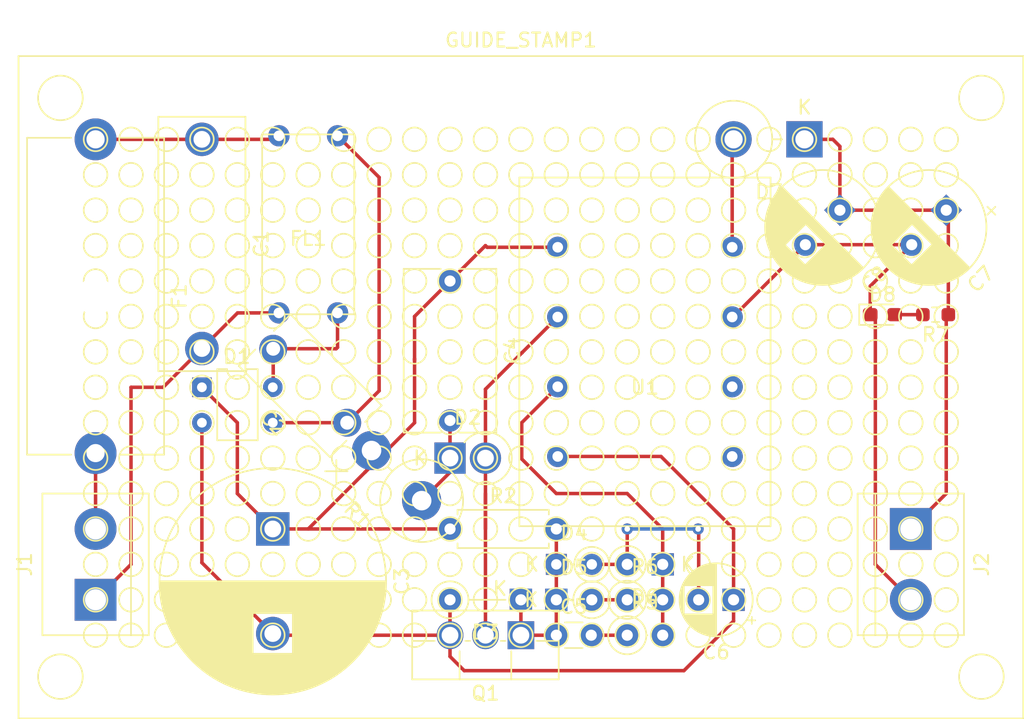
<source format=kicad_pcb>
(kicad_pcb (version 20171130) (host pcbnew "(5.1.9)-1")

  (general
    (thickness 1.6)
    (drawings 0)
    (tracks 110)
    (zones 0)
    (modules 28)
    (nets 21)
  )

  (page A4)
  (layers
    (0 F.Cu signal)
    (31 B.Cu signal)
    (32 B.Adhes user)
    (33 F.Adhes user)
    (34 B.Paste user)
    (35 F.Paste user)
    (36 B.SilkS user)
    (37 F.SilkS user)
    (38 B.Mask user)
    (39 F.Mask user)
    (40 Dwgs.User user)
    (41 Cmts.User user)
    (42 Eco1.User user)
    (43 Eco2.User user)
    (44 Edge.Cuts user)
    (45 Margin user)
    (46 B.CrtYd user)
    (47 F.CrtYd user)
    (48 B.Fab user)
    (49 F.Fab user)
  )

  (setup
    (last_trace_width 0.25)
    (trace_clearance 0.2)
    (zone_clearance 0.508)
    (zone_45_only no)
    (trace_min 0.2)
    (via_size 0.8)
    (via_drill 0.4)
    (via_min_size 0.4)
    (via_min_drill 0.3)
    (uvia_size 0.3)
    (uvia_drill 0.1)
    (uvias_allowed no)
    (uvia_min_size 0.2)
    (uvia_min_drill 0.1)
    (edge_width 0.05)
    (segment_width 0.2)
    (pcb_text_width 0.3)
    (pcb_text_size 1.5 1.5)
    (mod_edge_width 0.12)
    (mod_text_size 1 1)
    (mod_text_width 0.15)
    (pad_size 1.524 1.524)
    (pad_drill 0.762)
    (pad_to_mask_clearance 0)
    (aux_axis_origin 0 0)
    (visible_elements 7FFFFFFF)
    (pcbplotparams
      (layerselection 0x010fc_ffffffff)
      (usegerberextensions false)
      (usegerberattributes true)
      (usegerberadvancedattributes true)
      (creategerberjobfile true)
      (excludeedgelayer true)
      (linewidth 0.100000)
      (plotframeref false)
      (viasonmask false)
      (mode 1)
      (useauxorigin false)
      (hpglpennumber 1)
      (hpglpenspeed 20)
      (hpglpendiameter 15.000000)
      (psnegative false)
      (psa4output false)
      (plotreference true)
      (plotvalue true)
      (plotinvisibletext false)
      (padsonsilk false)
      (subtractmaskfromsilk false)
      (outputformat 1)
      (mirror false)
      (drillshape 1)
      (scaleselection 1)
      (outputdirectory ""))
  )

  (net 0 "")
  (net 1 "Net-(C1-Pad1)")
  (net 2 "Net-(C1-Pad2)")
  (net 3 "Net-(C2-Pad1)")
  (net 4 "Net-(C2-Pad2)")
  (net 5 "Net-(C3-Pad1)")
  (net 6 "Net-(C3-Pad2)")
  (net 7 "Net-(C4-Pad2)")
  (net 8 "Net-(C5-Pad1)")
  (net 9 "Net-(C5-Pad2)")
  (net 10 "Net-(C7-Pad2)")
  (net 11 "Net-(C7-Pad1)")
  (net 12 "Net-(D2-Pad2)")
  (net 13 "Net-(D5-Pad2)")
  (net 14 "Net-(D6-Pad1)")
  (net 15 "Net-(D7-Pad2)")
  (net 16 "Net-(D8-Pad2)")
  (net 17 "Net-(F1-Pad2)")
  (net 18 "Net-(U1-Pad7)")
  (net 19 "Net-(U1-Pad8)")
  (net 20 "Net-(C6-Pad2)")

  (net_class Default "This is the default net class."
    (clearance 0.2)
    (trace_width 0.25)
    (via_dia 0.8)
    (via_drill 0.4)
    (uvia_dia 0.3)
    (uvia_drill 0.1)
    (add_net "Net-(C1-Pad1)")
    (add_net "Net-(C1-Pad2)")
    (add_net "Net-(C2-Pad1)")
    (add_net "Net-(C2-Pad2)")
    (add_net "Net-(C3-Pad1)")
    (add_net "Net-(C3-Pad2)")
    (add_net "Net-(C4-Pad2)")
    (add_net "Net-(C5-Pad1)")
    (add_net "Net-(C5-Pad2)")
    (add_net "Net-(C6-Pad2)")
    (add_net "Net-(C7-Pad1)")
    (add_net "Net-(C7-Pad2)")
    (add_net "Net-(D2-Pad2)")
    (add_net "Net-(D5-Pad2)")
    (add_net "Net-(D6-Pad1)")
    (add_net "Net-(D7-Pad2)")
    (add_net "Net-(D8-Pad2)")
    (add_net "Net-(F1-Pad2)")
    (add_net "Net-(U1-Pad7)")
    (add_net "Net-(U1-Pad8)")
  )

  (module BE25-118CPFR:BE25-118CPFR (layer F.Cu) (tedit 6044B748) (tstamp 604F11F2)
    (at 95.25 71.12)
    (path /6053BB85)
    (fp_text reference U1 (at 0 2.54) (layer F.SilkS)
      (effects (font (size 1 1) (thickness 0.15)))
    )
    (fp_text value BE25-118CPFR (at 0 -2.54) (layer F.Fab)
      (effects (font (size 1 1) (thickness 0.15)))
    )
    (fp_line (start -9 -12.5) (end 9 -12.5) (layer F.SilkS) (width 0.12))
    (fp_line (start -9 12.5) (end 9 12.5) (layer F.SilkS) (width 0.12))
    (fp_line (start -9 -12.5) (end -9 12.5) (layer F.SilkS) (width 0.12))
    (fp_line (start 9 -12.5) (end 9 12.5) (layer F.SilkS) (width 0.12))
    (pad 1 thru_hole circle (at -6.25 -7.5) (size 1.524 1.524) (drill 0.762) (layers *.Cu *.Mask)
      (net 5 "Net-(C3-Pad1)"))
    (pad 2 thru_hole circle (at -6.25 -2.5) (size 1.524 1.524) (drill 0.762) (layers *.Cu *.Mask)
      (net 12 "Net-(D2-Pad2)"))
    (pad 3 thru_hole circle (at -6.25 2.5) (size 1.524 1.524) (drill 0.762) (layers *.Cu *.Mask)
      (net 14 "Net-(D6-Pad1)"))
    (pad 4 thru_hole circle (at -6.25 7.5) (size 1.524 1.524) (drill 0.762) (layers *.Cu *.Mask)
      (net 6 "Net-(C3-Pad2)"))
    (pad 5 thru_hole circle (at 6.25 -7.5) (size 1.524 1.524) (drill 0.762) (layers *.Cu *.Mask)
      (net 15 "Net-(D7-Pad2)"))
    (pad 6 thru_hole circle (at 6.25 -2.5) (size 1.524 1.524) (drill 0.762) (layers *.Cu *.Mask)
      (net 10 "Net-(C7-Pad2)"))
    (pad 7 thru_hole circle (at 6.25 2.5) (size 1.524 1.524) (drill 0.762) (layers *.Cu *.Mask)
      (net 18 "Net-(U1-Pad7)"))
    (pad 8 thru_hole circle (at 6.25 7.5) (size 1.524 1.524) (drill 0.762) (layers *.Cu *.Mask)
      (net 19 "Net-(U1-Pad8)"))
  )

  (module Capacitor_THT:C_Rect_L11.5mm_W6.4mm_P10.00mm_MKT (layer F.Cu) (tedit 5AE50EF0) (tstamp 604FA06F)
    (at 81.28 66.04 270)
    (descr "C, Rect series, Radial, pin pitch=10.00mm, , length*width=11.5*6.4mm^2, Capacitor, https://en.tdk.eu/inf/20/20/db/fc_2009/MKT_B32560_564.pdf")
    (tags "C Rect series Radial pin pitch 10.00mm  length 11.5mm width 6.4mm Capacitor")
    (path /6044C4C0)
    (fp_text reference C4 (at 5 -4.45 90) (layer F.SilkS)
      (effects (font (size 1 1) (thickness 0.15)))
    )
    (fp_text value 603MPS103J (at 5 4.45 90) (layer F.Fab)
      (effects (font (size 1 1) (thickness 0.15)))
    )
    (fp_line (start -0.75 -3.2) (end -0.75 3.2) (layer F.Fab) (width 0.1))
    (fp_line (start -0.75 3.2) (end 10.75 3.2) (layer F.Fab) (width 0.1))
    (fp_line (start 10.75 3.2) (end 10.75 -3.2) (layer F.Fab) (width 0.1))
    (fp_line (start 10.75 -3.2) (end -0.75 -3.2) (layer F.Fab) (width 0.1))
    (fp_line (start -0.87 -3.32) (end 10.87 -3.32) (layer F.SilkS) (width 0.12))
    (fp_line (start -0.87 3.32) (end 10.87 3.32) (layer F.SilkS) (width 0.12))
    (fp_line (start -0.87 -3.32) (end -0.87 -0.665) (layer F.SilkS) (width 0.12))
    (fp_line (start -0.87 0.665) (end -0.87 3.32) (layer F.SilkS) (width 0.12))
    (fp_line (start 10.87 -3.32) (end 10.87 -0.665) (layer F.SilkS) (width 0.12))
    (fp_line (start 10.87 0.665) (end 10.87 3.32) (layer F.SilkS) (width 0.12))
    (fp_line (start -1.05 -3.45) (end -1.05 3.45) (layer F.CrtYd) (width 0.05))
    (fp_line (start -1.05 3.45) (end 11.05 3.45) (layer F.CrtYd) (width 0.05))
    (fp_line (start 11.05 3.45) (end 11.05 -3.45) (layer F.CrtYd) (width 0.05))
    (fp_line (start 11.05 -3.45) (end -1.05 -3.45) (layer F.CrtYd) (width 0.05))
    (fp_text user %R (at 5 0 90) (layer F.Fab)
      (effects (font (size 1 1) (thickness 0.15)))
    )
    (pad 1 thru_hole circle (at 0 0 270) (size 1.6 1.6) (drill 0.8) (layers *.Cu *.Mask)
      (net 5 "Net-(C3-Pad1)"))
    (pad 2 thru_hole circle (at 10 0 270) (size 1.6 1.6) (drill 0.8) (layers *.Cu *.Mask)
      (net 7 "Net-(C4-Pad2)"))
    (model ${KISYS3DMOD}/Capacitor_THT.3dshapes/C_Rect_L11.5mm_W6.4mm_P10.00mm_MKT.wrl
      (at (xyz 0 0 0))
      (scale (xyz 1 1 1))
      (rotate (xyz 0 0 0))
    )
  )

  (module Capacitor_THT:CP_Radial_D8.0mm_P3.50mm (layer F.Cu) (tedit 5AE50EF0) (tstamp 604C3F6D)
    (at 116.84 60.96 225)
    (descr "CP, Radial series, Radial, pin pitch=3.50mm, , diameter=8mm, Electrolytic Capacitor")
    (tags "CP Radial series Radial pin pitch 3.50mm  diameter 8mm Electrolytic Capacitor")
    (path /604E747F)
    (fp_text reference C7 (at 1.75 -5.25 45) (layer F.SilkS)
      (effects (font (size 1 1) (thickness 0.15)))
    )
    (fp_text value 470u (at 1.75 5.25 45) (layer F.Fab)
      (effects (font (size 1 1) (thickness 0.15)))
    )
    (fp_line (start -2.259698 -2.715) (end -2.259698 -1.915) (layer F.SilkS) (width 0.12))
    (fp_line (start -2.659698 -2.315) (end -1.859698 -2.315) (layer F.SilkS) (width 0.12))
    (fp_line (start 5.831 -0.533) (end 5.831 0.533) (layer F.SilkS) (width 0.12))
    (fp_line (start 5.791 -0.768) (end 5.791 0.768) (layer F.SilkS) (width 0.12))
    (fp_line (start 5.751 -0.948) (end 5.751 0.948) (layer F.SilkS) (width 0.12))
    (fp_line (start 5.711 -1.098) (end 5.711 1.098) (layer F.SilkS) (width 0.12))
    (fp_line (start 5.671 -1.229) (end 5.671 1.229) (layer F.SilkS) (width 0.12))
    (fp_line (start 5.631 -1.346) (end 5.631 1.346) (layer F.SilkS) (width 0.12))
    (fp_line (start 5.591 -1.453) (end 5.591 1.453) (layer F.SilkS) (width 0.12))
    (fp_line (start 5.551 -1.552) (end 5.551 1.552) (layer F.SilkS) (width 0.12))
    (fp_line (start 5.511 -1.645) (end 5.511 1.645) (layer F.SilkS) (width 0.12))
    (fp_line (start 5.471 -1.731) (end 5.471 1.731) (layer F.SilkS) (width 0.12))
    (fp_line (start 5.431 -1.813) (end 5.431 1.813) (layer F.SilkS) (width 0.12))
    (fp_line (start 5.391 -1.89) (end 5.391 1.89) (layer F.SilkS) (width 0.12))
    (fp_line (start 5.351 -1.964) (end 5.351 1.964) (layer F.SilkS) (width 0.12))
    (fp_line (start 5.311 -2.034) (end 5.311 2.034) (layer F.SilkS) (width 0.12))
    (fp_line (start 5.271 -2.102) (end 5.271 2.102) (layer F.SilkS) (width 0.12))
    (fp_line (start 5.231 -2.166) (end 5.231 2.166) (layer F.SilkS) (width 0.12))
    (fp_line (start 5.191 -2.228) (end 5.191 2.228) (layer F.SilkS) (width 0.12))
    (fp_line (start 5.151 -2.287) (end 5.151 2.287) (layer F.SilkS) (width 0.12))
    (fp_line (start 5.111 -2.345) (end 5.111 2.345) (layer F.SilkS) (width 0.12))
    (fp_line (start 5.071 -2.4) (end 5.071 2.4) (layer F.SilkS) (width 0.12))
    (fp_line (start 5.031 -2.454) (end 5.031 2.454) (layer F.SilkS) (width 0.12))
    (fp_line (start 4.991 -2.505) (end 4.991 2.505) (layer F.SilkS) (width 0.12))
    (fp_line (start 4.951 -2.556) (end 4.951 2.556) (layer F.SilkS) (width 0.12))
    (fp_line (start 4.911 -2.604) (end 4.911 2.604) (layer F.SilkS) (width 0.12))
    (fp_line (start 4.871 -2.651) (end 4.871 2.651) (layer F.SilkS) (width 0.12))
    (fp_line (start 4.831 -2.697) (end 4.831 2.697) (layer F.SilkS) (width 0.12))
    (fp_line (start 4.791 -2.741) (end 4.791 2.741) (layer F.SilkS) (width 0.12))
    (fp_line (start 4.751 -2.784) (end 4.751 2.784) (layer F.SilkS) (width 0.12))
    (fp_line (start 4.711 -2.826) (end 4.711 2.826) (layer F.SilkS) (width 0.12))
    (fp_line (start 4.671 -2.867) (end 4.671 2.867) (layer F.SilkS) (width 0.12))
    (fp_line (start 4.631 -2.907) (end 4.631 2.907) (layer F.SilkS) (width 0.12))
    (fp_line (start 4.591 -2.945) (end 4.591 2.945) (layer F.SilkS) (width 0.12))
    (fp_line (start 4.551 -2.983) (end 4.551 2.983) (layer F.SilkS) (width 0.12))
    (fp_line (start 4.511 1.04) (end 4.511 3.019) (layer F.SilkS) (width 0.12))
    (fp_line (start 4.511 -3.019) (end 4.511 -1.04) (layer F.SilkS) (width 0.12))
    (fp_line (start 4.471 1.04) (end 4.471 3.055) (layer F.SilkS) (width 0.12))
    (fp_line (start 4.471 -3.055) (end 4.471 -1.04) (layer F.SilkS) (width 0.12))
    (fp_line (start 4.431 1.04) (end 4.431 3.09) (layer F.SilkS) (width 0.12))
    (fp_line (start 4.431 -3.09) (end 4.431 -1.04) (layer F.SilkS) (width 0.12))
    (fp_line (start 4.391 1.04) (end 4.391 3.124) (layer F.SilkS) (width 0.12))
    (fp_line (start 4.391 -3.124) (end 4.391 -1.04) (layer F.SilkS) (width 0.12))
    (fp_line (start 4.351 1.04) (end 4.351 3.156) (layer F.SilkS) (width 0.12))
    (fp_line (start 4.351 -3.156) (end 4.351 -1.04) (layer F.SilkS) (width 0.12))
    (fp_line (start 4.311 1.04) (end 4.311 3.189) (layer F.SilkS) (width 0.12))
    (fp_line (start 4.311 -3.189) (end 4.311 -1.04) (layer F.SilkS) (width 0.12))
    (fp_line (start 4.271 1.04) (end 4.271 3.22) (layer F.SilkS) (width 0.12))
    (fp_line (start 4.271 -3.22) (end 4.271 -1.04) (layer F.SilkS) (width 0.12))
    (fp_line (start 4.231 1.04) (end 4.231 3.25) (layer F.SilkS) (width 0.12))
    (fp_line (start 4.231 -3.25) (end 4.231 -1.04) (layer F.SilkS) (width 0.12))
    (fp_line (start 4.191 1.04) (end 4.191 3.28) (layer F.SilkS) (width 0.12))
    (fp_line (start 4.191 -3.28) (end 4.191 -1.04) (layer F.SilkS) (width 0.12))
    (fp_line (start 4.151 1.04) (end 4.151 3.309) (layer F.SilkS) (width 0.12))
    (fp_line (start 4.151 -3.309) (end 4.151 -1.04) (layer F.SilkS) (width 0.12))
    (fp_line (start 4.111 1.04) (end 4.111 3.338) (layer F.SilkS) (width 0.12))
    (fp_line (start 4.111 -3.338) (end 4.111 -1.04) (layer F.SilkS) (width 0.12))
    (fp_line (start 4.071 1.04) (end 4.071 3.365) (layer F.SilkS) (width 0.12))
    (fp_line (start 4.071 -3.365) (end 4.071 -1.04) (layer F.SilkS) (width 0.12))
    (fp_line (start 4.031 1.04) (end 4.031 3.392) (layer F.SilkS) (width 0.12))
    (fp_line (start 4.031 -3.392) (end 4.031 -1.04) (layer F.SilkS) (width 0.12))
    (fp_line (start 3.991 1.04) (end 3.991 3.418) (layer F.SilkS) (width 0.12))
    (fp_line (start 3.991 -3.418) (end 3.991 -1.04) (layer F.SilkS) (width 0.12))
    (fp_line (start 3.951 1.04) (end 3.951 3.444) (layer F.SilkS) (width 0.12))
    (fp_line (start 3.951 -3.444) (end 3.951 -1.04) (layer F.SilkS) (width 0.12))
    (fp_line (start 3.911 1.04) (end 3.911 3.469) (layer F.SilkS) (width 0.12))
    (fp_line (start 3.911 -3.469) (end 3.911 -1.04) (layer F.SilkS) (width 0.12))
    (fp_line (start 3.871 1.04) (end 3.871 3.493) (layer F.SilkS) (width 0.12))
    (fp_line (start 3.871 -3.493) (end 3.871 -1.04) (layer F.SilkS) (width 0.12))
    (fp_line (start 3.831 1.04) (end 3.831 3.517) (layer F.SilkS) (width 0.12))
    (fp_line (start 3.831 -3.517) (end 3.831 -1.04) (layer F.SilkS) (width 0.12))
    (fp_line (start 3.791 1.04) (end 3.791 3.54) (layer F.SilkS) (width 0.12))
    (fp_line (start 3.791 -3.54) (end 3.791 -1.04) (layer F.SilkS) (width 0.12))
    (fp_line (start 3.751 1.04) (end 3.751 3.562) (layer F.SilkS) (width 0.12))
    (fp_line (start 3.751 -3.562) (end 3.751 -1.04) (layer F.SilkS) (width 0.12))
    (fp_line (start 3.711 1.04) (end 3.711 3.584) (layer F.SilkS) (width 0.12))
    (fp_line (start 3.711 -3.584) (end 3.711 -1.04) (layer F.SilkS) (width 0.12))
    (fp_line (start 3.671 1.04) (end 3.671 3.606) (layer F.SilkS) (width 0.12))
    (fp_line (start 3.671 -3.606) (end 3.671 -1.04) (layer F.SilkS) (width 0.12))
    (fp_line (start 3.631 1.04) (end 3.631 3.627) (layer F.SilkS) (width 0.12))
    (fp_line (start 3.631 -3.627) (end 3.631 -1.04) (layer F.SilkS) (width 0.12))
    (fp_line (start 3.591 1.04) (end 3.591 3.647) (layer F.SilkS) (width 0.12))
    (fp_line (start 3.591 -3.647) (end 3.591 -1.04) (layer F.SilkS) (width 0.12))
    (fp_line (start 3.551 1.04) (end 3.551 3.666) (layer F.SilkS) (width 0.12))
    (fp_line (start 3.551 -3.666) (end 3.551 -1.04) (layer F.SilkS) (width 0.12))
    (fp_line (start 3.511 1.04) (end 3.511 3.686) (layer F.SilkS) (width 0.12))
    (fp_line (start 3.511 -3.686) (end 3.511 -1.04) (layer F.SilkS) (width 0.12))
    (fp_line (start 3.471 1.04) (end 3.471 3.704) (layer F.SilkS) (width 0.12))
    (fp_line (start 3.471 -3.704) (end 3.471 -1.04) (layer F.SilkS) (width 0.12))
    (fp_line (start 3.431 1.04) (end 3.431 3.722) (layer F.SilkS) (width 0.12))
    (fp_line (start 3.431 -3.722) (end 3.431 -1.04) (layer F.SilkS) (width 0.12))
    (fp_line (start 3.391 1.04) (end 3.391 3.74) (layer F.SilkS) (width 0.12))
    (fp_line (start 3.391 -3.74) (end 3.391 -1.04) (layer F.SilkS) (width 0.12))
    (fp_line (start 3.351 1.04) (end 3.351 3.757) (layer F.SilkS) (width 0.12))
    (fp_line (start 3.351 -3.757) (end 3.351 -1.04) (layer F.SilkS) (width 0.12))
    (fp_line (start 3.311 1.04) (end 3.311 3.774) (layer F.SilkS) (width 0.12))
    (fp_line (start 3.311 -3.774) (end 3.311 -1.04) (layer F.SilkS) (width 0.12))
    (fp_line (start 3.271 1.04) (end 3.271 3.79) (layer F.SilkS) (width 0.12))
    (fp_line (start 3.271 -3.79) (end 3.271 -1.04) (layer F.SilkS) (width 0.12))
    (fp_line (start 3.231 1.04) (end 3.231 3.805) (layer F.SilkS) (width 0.12))
    (fp_line (start 3.231 -3.805) (end 3.231 -1.04) (layer F.SilkS) (width 0.12))
    (fp_line (start 3.191 1.04) (end 3.191 3.821) (layer F.SilkS) (width 0.12))
    (fp_line (start 3.191 -3.821) (end 3.191 -1.04) (layer F.SilkS) (width 0.12))
    (fp_line (start 3.151 1.04) (end 3.151 3.835) (layer F.SilkS) (width 0.12))
    (fp_line (start 3.151 -3.835) (end 3.151 -1.04) (layer F.SilkS) (width 0.12))
    (fp_line (start 3.111 1.04) (end 3.111 3.85) (layer F.SilkS) (width 0.12))
    (fp_line (start 3.111 -3.85) (end 3.111 -1.04) (layer F.SilkS) (width 0.12))
    (fp_line (start 3.071 1.04) (end 3.071 3.863) (layer F.SilkS) (width 0.12))
    (fp_line (start 3.071 -3.863) (end 3.071 -1.04) (layer F.SilkS) (width 0.12))
    (fp_line (start 3.031 1.04) (end 3.031 3.877) (layer F.SilkS) (width 0.12))
    (fp_line (start 3.031 -3.877) (end 3.031 -1.04) (layer F.SilkS) (width 0.12))
    (fp_line (start 2.991 1.04) (end 2.991 3.889) (layer F.SilkS) (width 0.12))
    (fp_line (start 2.991 -3.889) (end 2.991 -1.04) (layer F.SilkS) (width 0.12))
    (fp_line (start 2.951 1.04) (end 2.951 3.902) (layer F.SilkS) (width 0.12))
    (fp_line (start 2.951 -3.902) (end 2.951 -1.04) (layer F.SilkS) (width 0.12))
    (fp_line (start 2.911 1.04) (end 2.911 3.914) (layer F.SilkS) (width 0.12))
    (fp_line (start 2.911 -3.914) (end 2.911 -1.04) (layer F.SilkS) (width 0.12))
    (fp_line (start 2.871 1.04) (end 2.871 3.925) (layer F.SilkS) (width 0.12))
    (fp_line (start 2.871 -3.925) (end 2.871 -1.04) (layer F.SilkS) (width 0.12))
    (fp_line (start 2.831 1.04) (end 2.831 3.936) (layer F.SilkS) (width 0.12))
    (fp_line (start 2.831 -3.936) (end 2.831 -1.04) (layer F.SilkS) (width 0.12))
    (fp_line (start 2.791 1.04) (end 2.791 3.947) (layer F.SilkS) (width 0.12))
    (fp_line (start 2.791 -3.947) (end 2.791 -1.04) (layer F.SilkS) (width 0.12))
    (fp_line (start 2.751 1.04) (end 2.751 3.957) (layer F.SilkS) (width 0.12))
    (fp_line (start 2.751 -3.957) (end 2.751 -1.04) (layer F.SilkS) (width 0.12))
    (fp_line (start 2.711 1.04) (end 2.711 3.967) (layer F.SilkS) (width 0.12))
    (fp_line (start 2.711 -3.967) (end 2.711 -1.04) (layer F.SilkS) (width 0.12))
    (fp_line (start 2.671 1.04) (end 2.671 3.976) (layer F.SilkS) (width 0.12))
    (fp_line (start 2.671 -3.976) (end 2.671 -1.04) (layer F.SilkS) (width 0.12))
    (fp_line (start 2.631 1.04) (end 2.631 3.985) (layer F.SilkS) (width 0.12))
    (fp_line (start 2.631 -3.985) (end 2.631 -1.04) (layer F.SilkS) (width 0.12))
    (fp_line (start 2.591 1.04) (end 2.591 3.994) (layer F.SilkS) (width 0.12))
    (fp_line (start 2.591 -3.994) (end 2.591 -1.04) (layer F.SilkS) (width 0.12))
    (fp_line (start 2.551 1.04) (end 2.551 4.002) (layer F.SilkS) (width 0.12))
    (fp_line (start 2.551 -4.002) (end 2.551 -1.04) (layer F.SilkS) (width 0.12))
    (fp_line (start 2.511 1.04) (end 2.511 4.01) (layer F.SilkS) (width 0.12))
    (fp_line (start 2.511 -4.01) (end 2.511 -1.04) (layer F.SilkS) (width 0.12))
    (fp_line (start 2.471 1.04) (end 2.471 4.017) (layer F.SilkS) (width 0.12))
    (fp_line (start 2.471 -4.017) (end 2.471 -1.04) (layer F.SilkS) (width 0.12))
    (fp_line (start 2.43 -4.024) (end 2.43 4.024) (layer F.SilkS) (width 0.12))
    (fp_line (start 2.39 -4.03) (end 2.39 4.03) (layer F.SilkS) (width 0.12))
    (fp_line (start 2.35 -4.037) (end 2.35 4.037) (layer F.SilkS) (width 0.12))
    (fp_line (start 2.31 -4.042) (end 2.31 4.042) (layer F.SilkS) (width 0.12))
    (fp_line (start 2.27 -4.048) (end 2.27 4.048) (layer F.SilkS) (width 0.12))
    (fp_line (start 2.23 -4.052) (end 2.23 4.052) (layer F.SilkS) (width 0.12))
    (fp_line (start 2.19 -4.057) (end 2.19 4.057) (layer F.SilkS) (width 0.12))
    (fp_line (start 2.15 -4.061) (end 2.15 4.061) (layer F.SilkS) (width 0.12))
    (fp_line (start 2.11 -4.065) (end 2.11 4.065) (layer F.SilkS) (width 0.12))
    (fp_line (start 2.07 -4.068) (end 2.07 4.068) (layer F.SilkS) (width 0.12))
    (fp_line (start 2.03 -4.071) (end 2.03 4.071) (layer F.SilkS) (width 0.12))
    (fp_line (start 1.99 -4.074) (end 1.99 4.074) (layer F.SilkS) (width 0.12))
    (fp_line (start 1.95 -4.076) (end 1.95 4.076) (layer F.SilkS) (width 0.12))
    (fp_line (start 1.91 -4.077) (end 1.91 4.077) (layer F.SilkS) (width 0.12))
    (fp_line (start 1.87 -4.079) (end 1.87 4.079) (layer F.SilkS) (width 0.12))
    (fp_line (start 1.83 -4.08) (end 1.83 4.08) (layer F.SilkS) (width 0.12))
    (fp_line (start 1.79 -4.08) (end 1.79 4.08) (layer F.SilkS) (width 0.12))
    (fp_line (start 1.75 -4.08) (end 1.75 4.08) (layer F.SilkS) (width 0.12))
    (fp_line (start -1.276759 -2.1475) (end -1.276759 -1.3475) (layer F.Fab) (width 0.1))
    (fp_line (start -1.676759 -1.7475) (end -0.876759 -1.7475) (layer F.Fab) (width 0.1))
    (fp_circle (center 1.75 0) (end 6 0) (layer F.CrtYd) (width 0.05))
    (fp_circle (center 1.75 0) (end 5.87 0) (layer F.SilkS) (width 0.12))
    (fp_circle (center 1.75 0) (end 5.75 0) (layer F.Fab) (width 0.1))
    (fp_text user %R (at 1.75 0 45) (layer F.Fab)
      (effects (font (size 1 1) (thickness 0.15)))
    )
    (pad 2 thru_hole circle (at 3.5 0 225) (size 1.6 1.6) (drill 0.8) (layers *.Cu *.Mask)
      (net 10 "Net-(C7-Pad2)"))
    (pad 1 thru_hole rect (at 0 0 225) (size 1.6 1.6) (drill 0.8) (layers *.Cu *.Mask)
      (net 11 "Net-(C7-Pad1)"))
    (model ${KISYS3DMOD}/Capacitor_THT.3dshapes/CP_Radial_D8.0mm_P3.50mm.wrl
      (at (xyz 0 0 0))
      (scale (xyz 1 1 1))
      (rotate (xyz 0 0 0))
    )
  )

  (module Diode_SMD:D_0603_1608Metric_Pad1.05x0.95mm_HandSolder (layer F.Cu) (tedit 5F68FEF0) (tstamp 6048BD84)
    (at 112.268 68.453)
    (descr "Diode SMD 0603 (1608 Metric), square (rectangular) end terminal, IPC_7351 nominal, (Body size source: http://www.tortai-tech.com/upload/download/2011102023233369053.pdf), generated with kicad-footprint-generator")
    (tags "diode handsolder")
    (path /604EAC2E)
    (attr smd)
    (fp_text reference D8 (at 0 -1.43) (layer F.SilkS)
      (effects (font (size 1 1) (thickness 0.15)))
    )
    (fp_text value LED (at 0 1.43) (layer F.Fab)
      (effects (font (size 1 1) (thickness 0.15)))
    )
    (fp_line (start 0.8 -0.4) (end -0.5 -0.4) (layer F.Fab) (width 0.1))
    (fp_line (start -0.5 -0.4) (end -0.8 -0.1) (layer F.Fab) (width 0.1))
    (fp_line (start -0.8 -0.1) (end -0.8 0.4) (layer F.Fab) (width 0.1))
    (fp_line (start -0.8 0.4) (end 0.8 0.4) (layer F.Fab) (width 0.1))
    (fp_line (start 0.8 0.4) (end 0.8 -0.4) (layer F.Fab) (width 0.1))
    (fp_line (start 0.8 -0.735) (end -1.66 -0.735) (layer F.SilkS) (width 0.12))
    (fp_line (start -1.66 -0.735) (end -1.66 0.735) (layer F.SilkS) (width 0.12))
    (fp_line (start -1.66 0.735) (end 0.8 0.735) (layer F.SilkS) (width 0.12))
    (fp_line (start -1.65 0.73) (end -1.65 -0.73) (layer F.CrtYd) (width 0.05))
    (fp_line (start -1.65 -0.73) (end 1.65 -0.73) (layer F.CrtYd) (width 0.05))
    (fp_line (start 1.65 -0.73) (end 1.65 0.73) (layer F.CrtYd) (width 0.05))
    (fp_line (start 1.65 0.73) (end -1.65 0.73) (layer F.CrtYd) (width 0.05))
    (fp_text user %R (at 0 0) (layer F.Fab)
      (effects (font (size 0.4 0.4) (thickness 0.06)))
    )
    (pad 1 smd roundrect (at -0.875 0) (size 1.05 0.95) (layers F.Cu F.Paste F.Mask) (roundrect_rratio 0.25)
      (net 10 "Net-(C7-Pad2)"))
    (pad 2 smd roundrect (at 0.875 0) (size 1.05 0.95) (layers F.Cu F.Paste F.Mask) (roundrect_rratio 0.25)
      (net 16 "Net-(D8-Pad2)"))
    (model ${KISYS3DMOD}/Diode_SMD.3dshapes/D_0603_1608Metric.wrl
      (at (xyz 0 0 0))
      (scale (xyz 1 1 1))
      (rotate (xyz 0 0 0))
    )
  )

  (module Fuse:Fuseholder_Cylinder-5x20mm_Schurter_0031_8201_Horizontal_Open (layer F.Cu) (tedit 5D717D34) (tstamp 6045EB90)
    (at 55.88 55.88 270)
    (descr "Fuseholder horizontal open, 5x20mm, 500V, 16A, Schurter 0031.8201, https://us.schurter.com/bundles/snceschurter/epim/_ProdPool_/newDS/en/typ_OGN.pdf")
    (tags "Fuseholder horizontal open 5x20 Schurter 0031.8201")
    (path /60453211)
    (fp_text reference F1 (at 11.25 -6 90) (layer F.SilkS)
      (effects (font (size 1 1) (thickness 0.15)))
    )
    (fp_text value MR51NR (at 11.25 6 90) (layer F.Fab)
      (effects (font (size 1 1) (thickness 0.15)))
    )
    (fp_line (start 0 -4.8) (end 0 4.8) (layer F.Fab) (width 0.1))
    (fp_line (start 0 4.8) (end 22.5 4.8) (layer F.Fab) (width 0.1))
    (fp_line (start 22.5 4.8) (end 22.5 -4.8) (layer F.Fab) (width 0.1))
    (fp_line (start 22.5 -4.8) (end 0 -4.8) (layer F.Fab) (width 0.1))
    (fp_line (start -1.75 5.05) (end -1.75 -5.05) (layer F.CrtYd) (width 0.05))
    (fp_line (start 22.61 4.91) (end 22.61 1.75) (layer F.SilkS) (width 0.12))
    (fp_line (start 22.61 -1.75) (end 22.61 -4.91) (layer F.SilkS) (width 0.12))
    (fp_line (start -0.11 -1.75) (end -0.11 -4.91) (layer F.SilkS) (width 0.12))
    (fp_line (start -0.11 -4.91) (end 22.61 -4.91) (layer F.SilkS) (width 0.12))
    (fp_line (start 24.25 5.05) (end -1.75 5.05) (layer F.CrtYd) (width 0.05))
    (fp_line (start -1.75 -5.05) (end 24.25 -5.05) (layer F.CrtYd) (width 0.05))
    (fp_line (start -0.11 4.91) (end 22.61 4.91) (layer F.SilkS) (width 0.12))
    (fp_line (start 24.25 -5.05) (end 24.25 5.05) (layer F.CrtYd) (width 0.05))
    (fp_line (start -0.11 4.91) (end -0.11 1.75) (layer F.SilkS) (width 0.12))
    (fp_text user %R (at 11.25 4 90) (layer F.Fab)
      (effects (font (size 1 1) (thickness 0.15)))
    )
    (pad 1 thru_hole circle (at 0 0 270) (size 3 3) (drill 1.3) (layers *.Cu *.Mask)
      (net 1 "Net-(C1-Pad1)"))
    (pad 2 thru_hole circle (at 22.5 0 270) (size 3 3) (drill 1.3) (layers *.Cu *.Mask)
      (net 17 "Net-(F1-Pad2)"))
    (pad "" np_thru_hole circle (at 11.25 0 270) (size 2.7 2.7) (drill 2.7) (layers *.Cu *.Mask))
    (model ${KISYS3DMOD}/Fuse.3dshapes/Fuseholder_Cylinder-5x20mm_Schurter_0031_8201_Horizontal_Open.wrl
      (at (xyz 0 0 0))
      (scale (xyz 1 1 1))
      (rotate (xyz 0 0 0))
    )
  )

  (module TerminalBlock:TerminalBlock_bornier-2_P5.08mm (layer F.Cu) (tedit 59FF03AB) (tstamp 6045C72C)
    (at 55.88 88.9 90)
    (descr "simple 2-pin terminal block, pitch 5.08mm, revamped version of bornier2")
    (tags "terminal block bornier2")
    (path /60451CC1)
    (fp_text reference J1 (at 2.54 -5.08 90) (layer F.SilkS)
      (effects (font (size 1 1) (thickness 0.15)))
    )
    (fp_text value Screw_Terminal_01x02 (at 2.54 5.08 90) (layer F.Fab)
      (effects (font (size 1 1) (thickness 0.15)))
    )
    (fp_line (start 7.79 4) (end -2.71 4) (layer F.CrtYd) (width 0.05))
    (fp_line (start 7.79 4) (end 7.79 -4) (layer F.CrtYd) (width 0.05))
    (fp_line (start -2.71 -4) (end -2.71 4) (layer F.CrtYd) (width 0.05))
    (fp_line (start -2.71 -4) (end 7.79 -4) (layer F.CrtYd) (width 0.05))
    (fp_line (start -2.54 3.81) (end 7.62 3.81) (layer F.SilkS) (width 0.12))
    (fp_line (start -2.54 -3.81) (end -2.54 3.81) (layer F.SilkS) (width 0.12))
    (fp_line (start 7.62 -3.81) (end -2.54 -3.81) (layer F.SilkS) (width 0.12))
    (fp_line (start 7.62 3.81) (end 7.62 -3.81) (layer F.SilkS) (width 0.12))
    (fp_line (start 7.62 2.54) (end -2.54 2.54) (layer F.SilkS) (width 0.12))
    (fp_line (start 7.54 -3.75) (end -2.46 -3.75) (layer F.Fab) (width 0.1))
    (fp_line (start 7.54 3.75) (end 7.54 -3.75) (layer F.Fab) (width 0.1))
    (fp_line (start -2.46 3.75) (end 7.54 3.75) (layer F.Fab) (width 0.1))
    (fp_line (start -2.46 -3.75) (end -2.46 3.75) (layer F.Fab) (width 0.1))
    (fp_line (start -2.41 2.55) (end 7.49 2.55) (layer F.Fab) (width 0.1))
    (fp_text user %R (at 2.54 0 90) (layer F.Fab)
      (effects (font (size 1 1) (thickness 0.15)))
    )
    (pad 2 thru_hole circle (at 5.08 0 90) (size 3 3) (drill 1.52) (layers *.Cu *.Mask)
      (net 17 "Net-(F1-Pad2)"))
    (pad 1 thru_hole rect (at 0 0 90) (size 3 3) (drill 1.52) (layers *.Cu *.Mask)
      (net 2 "Net-(C1-Pad2)"))
    (model ${KISYS3DMOD}/TerminalBlock.3dshapes/TerminalBlock_bornier-2_P5.08mm.wrl
      (offset (xyz 2.539999961853027 0 0))
      (scale (xyz 1 1 1))
      (rotate (xyz 0 0 0))
    )
  )

  (module TerminalBlock:TerminalBlock_bornier-2_P5.08mm (layer F.Cu) (tedit 59FF03AB) (tstamp 604E58A4)
    (at 114.3 83.82 270)
    (descr "simple 2-pin terminal block, pitch 5.08mm, revamped version of bornier2")
    (tags "terminal block bornier2")
    (path /604F4F57)
    (fp_text reference J2 (at 2.54 -5.08 90) (layer F.SilkS)
      (effects (font (size 1 1) (thickness 0.15)))
    )
    (fp_text value Screw_Terminal_01x02 (at 2.54 5.08 90) (layer F.Fab)
      (effects (font (size 1 1) (thickness 0.15)))
    )
    (fp_line (start -2.41 2.55) (end 7.49 2.55) (layer F.Fab) (width 0.1))
    (fp_line (start -2.46 -3.75) (end -2.46 3.75) (layer F.Fab) (width 0.1))
    (fp_line (start -2.46 3.75) (end 7.54 3.75) (layer F.Fab) (width 0.1))
    (fp_line (start 7.54 3.75) (end 7.54 -3.75) (layer F.Fab) (width 0.1))
    (fp_line (start 7.54 -3.75) (end -2.46 -3.75) (layer F.Fab) (width 0.1))
    (fp_line (start 7.62 2.54) (end -2.54 2.54) (layer F.SilkS) (width 0.12))
    (fp_line (start 7.62 3.81) (end 7.62 -3.81) (layer F.SilkS) (width 0.12))
    (fp_line (start 7.62 -3.81) (end -2.54 -3.81) (layer F.SilkS) (width 0.12))
    (fp_line (start -2.54 -3.81) (end -2.54 3.81) (layer F.SilkS) (width 0.12))
    (fp_line (start -2.54 3.81) (end 7.62 3.81) (layer F.SilkS) (width 0.12))
    (fp_line (start -2.71 -4) (end 7.79 -4) (layer F.CrtYd) (width 0.05))
    (fp_line (start -2.71 -4) (end -2.71 4) (layer F.CrtYd) (width 0.05))
    (fp_line (start 7.79 4) (end 7.79 -4) (layer F.CrtYd) (width 0.05))
    (fp_line (start 7.79 4) (end -2.71 4) (layer F.CrtYd) (width 0.05))
    (fp_text user %R (at 2.54 0 90) (layer F.Fab)
      (effects (font (size 1 1) (thickness 0.15)))
    )
    (pad 1 thru_hole rect (at 0 0 270) (size 3 3) (drill 1.52) (layers *.Cu *.Mask)
      (net 11 "Net-(C7-Pad1)"))
    (pad 2 thru_hole circle (at 5.08 0 270) (size 3 3) (drill 1.52) (layers *.Cu *.Mask)
      (net 10 "Net-(C7-Pad2)"))
    (model ${KISYS3DMOD}/TerminalBlock.3dshapes/TerminalBlock_bornier-2_P5.08mm.wrl
      (offset (xyz 2.539999961853027 0 0))
      (scale (xyz 1 1 1))
      (rotate (xyz 0 0 0))
    )
  )

  (module Package_TO_SOT_THT:TO-220F-3_Vertical (layer F.Cu) (tedit 5AC8BA0D) (tstamp 604E65BE)
    (at 86.36 91.44 180)
    (descr "TO-220F-3, Vertical, RM 2.54mm, see http://www.st.com/resource/en/datasheet/stp20nm60.pdf")
    (tags "TO-220F-3 Vertical RM 2.54mm")
    (path /60448E2D)
    (fp_text reference Q1 (at 2.54 -4.1675) (layer F.SilkS)
      (effects (font (size 1 1) (thickness 0.15)))
    )
    (fp_text value FJPF5021 (at 2.54 2.9025) (layer F.Fab)
      (effects (font (size 1 1) (thickness 0.15)))
    )
    (fp_line (start -2.59 -3.0475) (end -2.59 1.6525) (layer F.Fab) (width 0.1))
    (fp_line (start -2.59 1.6525) (end 7.67 1.6525) (layer F.Fab) (width 0.1))
    (fp_line (start 7.67 1.6525) (end 7.67 -3.0475) (layer F.Fab) (width 0.1))
    (fp_line (start 7.67 -3.0475) (end -2.59 -3.0475) (layer F.Fab) (width 0.1))
    (fp_line (start -2.59 -0.5275) (end 7.67 -0.5275) (layer F.Fab) (width 0.1))
    (fp_line (start 0.69 -3.0475) (end 0.69 -0.5275) (layer F.Fab) (width 0.1))
    (fp_line (start 4.39 -3.0475) (end 4.39 -0.5275) (layer F.Fab) (width 0.1))
    (fp_line (start -2.71 -3.168) (end 7.79 -3.168) (layer F.SilkS) (width 0.12))
    (fp_line (start -2.71 1.773) (end 7.79 1.773) (layer F.SilkS) (width 0.12))
    (fp_line (start -2.71 -3.168) (end -2.71 1.773) (layer F.SilkS) (width 0.12))
    (fp_line (start 7.79 -3.168) (end 7.79 1.773) (layer F.SilkS) (width 0.12))
    (fp_line (start -2.71 -0.408) (end -1.103 -0.408) (layer F.SilkS) (width 0.12))
    (fp_line (start 1.103 -0.408) (end 1.438 -0.408) (layer F.SilkS) (width 0.12))
    (fp_line (start 3.643 -0.408) (end 3.978 -0.408) (layer F.SilkS) (width 0.12))
    (fp_line (start 6.183 -0.408) (end 7.79 -0.408) (layer F.SilkS) (width 0.12))
    (fp_line (start 0.69 -3.168) (end 0.69 -1.15) (layer F.SilkS) (width 0.12))
    (fp_line (start 4.391 -3.168) (end 4.391 -1.15) (layer F.SilkS) (width 0.12))
    (fp_line (start -2.84 -3.3) (end -2.84 1.91) (layer F.CrtYd) (width 0.05))
    (fp_line (start -2.84 1.91) (end 7.92 1.91) (layer F.CrtYd) (width 0.05))
    (fp_line (start 7.92 1.91) (end 7.92 -3.3) (layer F.CrtYd) (width 0.05))
    (fp_line (start 7.92 -3.3) (end -2.84 -3.3) (layer F.CrtYd) (width 0.05))
    (fp_text user %R (at 2.54 -4.1675) (layer F.Fab)
      (effects (font (size 1 1) (thickness 0.15)))
    )
    (pad 1 thru_hole rect (at 0 0 180) (size 1.905 2) (drill 1.2) (layers *.Cu *.Mask)
      (net 8 "Net-(C5-Pad1)"))
    (pad 2 thru_hole oval (at 2.54 0 180) (size 1.905 2) (drill 1.2) (layers *.Cu *.Mask)
      (net 12 "Net-(D2-Pad2)"))
    (pad 3 thru_hole oval (at 5.08 0 180) (size 1.905 2) (drill 1.2) (layers *.Cu *.Mask)
      (net 6 "Net-(C3-Pad2)"))
    (model ${KISYS3DMOD}/Package_TO_SOT_THT.3dshapes/TO-220F-3_Vertical.wrl
      (at (xyz 0 0 0))
      (scale (xyz 1 1 1))
      (rotate (xyz 0 0 0))
    )
  )

  (module Resistor_SMD:R_0603_1608Metric_Pad0.98x0.95mm_HandSolder (layer F.Cu) (tedit 5F68FEEE) (tstamp 6048BDF4)
    (at 116.078 68.453 180)
    (descr "Resistor SMD 0603 (1608 Metric), square (rectangular) end terminal, IPC_7351 nominal with elongated pad for handsoldering. (Body size source: IPC-SM-782 page 72, https://www.pcb-3d.com/wordpress/wp-content/uploads/ipc-sm-782a_amendment_1_and_2.pdf), generated with kicad-footprint-generator")
    (tags "resistor handsolder")
    (path /604E92A0)
    (attr smd)
    (fp_text reference R7 (at 0 -1.43) (layer F.SilkS)
      (effects (font (size 1 1) (thickness 0.15)))
    )
    (fp_text value 270 (at 0 1.43) (layer F.Fab)
      (effects (font (size 1 1) (thickness 0.15)))
    )
    (fp_line (start -0.8 0.4125) (end -0.8 -0.4125) (layer F.Fab) (width 0.1))
    (fp_line (start -0.8 -0.4125) (end 0.8 -0.4125) (layer F.Fab) (width 0.1))
    (fp_line (start 0.8 -0.4125) (end 0.8 0.4125) (layer F.Fab) (width 0.1))
    (fp_line (start 0.8 0.4125) (end -0.8 0.4125) (layer F.Fab) (width 0.1))
    (fp_line (start -0.254724 -0.5225) (end 0.254724 -0.5225) (layer F.SilkS) (width 0.12))
    (fp_line (start -0.254724 0.5225) (end 0.254724 0.5225) (layer F.SilkS) (width 0.12))
    (fp_line (start -1.65 0.73) (end -1.65 -0.73) (layer F.CrtYd) (width 0.05))
    (fp_line (start -1.65 -0.73) (end 1.65 -0.73) (layer F.CrtYd) (width 0.05))
    (fp_line (start 1.65 -0.73) (end 1.65 0.73) (layer F.CrtYd) (width 0.05))
    (fp_line (start 1.65 0.73) (end -1.65 0.73) (layer F.CrtYd) (width 0.05))
    (fp_text user %R (at 0 0) (layer F.Fab)
      (effects (font (size 0.4 0.4) (thickness 0.06)))
    )
    (pad 1 smd roundrect (at -0.9125 0 180) (size 0.975 0.95) (layers F.Cu F.Paste F.Mask) (roundrect_rratio 0.25)
      (net 11 "Net-(C7-Pad1)"))
    (pad 2 smd roundrect (at 0.9125 0 180) (size 0.975 0.95) (layers F.Cu F.Paste F.Mask) (roundrect_rratio 0.25)
      (net 16 "Net-(D8-Pad2)"))
    (model ${KISYS3DMOD}/Resistor_SMD.3dshapes/R_0603_1608Metric.wrl
      (at (xyz 0 0 0))
      (scale (xyz 1 1 1))
      (rotate (xyz 0 0 0))
    )
  )

  (module Capacitor_THT:C_Rect_L18.0mm_W6.0mm_P15.00mm_FKS3_FKP3 (layer F.Cu) (tedit 5AE50EF0) (tstamp 604672EC)
    (at 63.5 55.88 270)
    (descr "C, Rect series, Radial, pin pitch=15.00mm, , length*width=18*6mm^2, Capacitor, http://www.wima.com/EN/WIMA_FKS_3.pdf")
    (tags "C Rect series Radial pin pitch 15.00mm  length 18mm width 6mm Capacitor")
    (path /6045B517)
    (fp_text reference C1 (at 7.5 -4.25 90) (layer F.SilkS)
      (effects (font (size 1 1) (thickness 0.15)))
    )
    (fp_text value ECQU2A104ML (at 7.5 4.25 90) (layer F.Fab)
      (effects (font (size 1 1) (thickness 0.15)))
    )
    (fp_line (start -1.5 -3) (end -1.5 3) (layer F.Fab) (width 0.1))
    (fp_line (start -1.5 3) (end 16.5 3) (layer F.Fab) (width 0.1))
    (fp_line (start 16.5 3) (end 16.5 -3) (layer F.Fab) (width 0.1))
    (fp_line (start 16.5 -3) (end -1.5 -3) (layer F.Fab) (width 0.1))
    (fp_line (start -1.62 -3.12) (end 16.62 -3.12) (layer F.SilkS) (width 0.12))
    (fp_line (start -1.62 3.12) (end 16.62 3.12) (layer F.SilkS) (width 0.12))
    (fp_line (start -1.62 -3.12) (end -1.62 3.12) (layer F.SilkS) (width 0.12))
    (fp_line (start 16.62 -3.12) (end 16.62 3.12) (layer F.SilkS) (width 0.12))
    (fp_line (start -1.75 -3.25) (end -1.75 3.25) (layer F.CrtYd) (width 0.05))
    (fp_line (start -1.75 3.25) (end 16.75 3.25) (layer F.CrtYd) (width 0.05))
    (fp_line (start 16.75 3.25) (end 16.75 -3.25) (layer F.CrtYd) (width 0.05))
    (fp_line (start 16.75 -3.25) (end -1.75 -3.25) (layer F.CrtYd) (width 0.05))
    (fp_text user %R (at 7.5 0 90) (layer F.Fab)
      (effects (font (size 1 1) (thickness 0.15)))
    )
    (pad 1 thru_hole circle (at 0 0 270) (size 2.4 2.4) (drill 1.2) (layers *.Cu *.Mask)
      (net 1 "Net-(C1-Pad1)"))
    (pad 2 thru_hole circle (at 15 0 270) (size 2.4 2.4) (drill 1.2) (layers *.Cu *.Mask)
      (net 2 "Net-(C1-Pad2)"))
    (model ${KISYS3DMOD}/Capacitor_THT.3dshapes/C_Rect_L18.0mm_W6.0mm_P15.00mm_FKS3_FKP3.wrl
      (at (xyz 0 0 0))
      (scale (xyz 1 1 1))
      (rotate (xyz 0 0 0))
    )
  )

  (module Capacitor_THT:C_Disc_D9.0mm_W5.0mm_P7.50mm (layer F.Cu) (tedit 5AE50EF0) (tstamp 604672FE)
    (at 73.914 76.2 135)
    (descr "C, Disc series, Radial, pin pitch=7.50mm, , diameter*width=9*5.0mm^2, Capacitor, http://www.vishay.com/docs/28535/vy2series.pdf")
    (tags "C Disc series Radial pin pitch 7.50mm  diameter 9mm width 5.0mm Capacitor")
    (path /6045B957)
    (fp_text reference C2 (at 3.75 -3.75 135) (layer F.SilkS)
      (effects (font (size 1 1) (thickness 0.15)))
    )
    (fp_text value ECKNTS222MEQ (at 3.75 3.75 135) (layer F.Fab)
      (effects (font (size 1 1) (thickness 0.15)))
    )
    (fp_line (start -0.75 -2.5) (end -0.75 2.5) (layer F.Fab) (width 0.1))
    (fp_line (start -0.75 2.5) (end 8.25 2.5) (layer F.Fab) (width 0.1))
    (fp_line (start 8.25 2.5) (end 8.25 -2.5) (layer F.Fab) (width 0.1))
    (fp_line (start 8.25 -2.5) (end -0.75 -2.5) (layer F.Fab) (width 0.1))
    (fp_line (start -0.87 -2.62) (end 8.37 -2.62) (layer F.SilkS) (width 0.12))
    (fp_line (start -0.87 2.62) (end 8.37 2.62) (layer F.SilkS) (width 0.12))
    (fp_line (start -0.87 -2.62) (end -0.87 -0.946) (layer F.SilkS) (width 0.12))
    (fp_line (start -0.87 0.946) (end -0.87 2.62) (layer F.SilkS) (width 0.12))
    (fp_line (start 8.37 -2.62) (end 8.37 -0.946) (layer F.SilkS) (width 0.12))
    (fp_line (start 8.37 0.946) (end 8.37 2.62) (layer F.SilkS) (width 0.12))
    (fp_line (start -1.25 -2.75) (end -1.25 2.75) (layer F.CrtYd) (width 0.05))
    (fp_line (start -1.25 2.75) (end 8.75 2.75) (layer F.CrtYd) (width 0.05))
    (fp_line (start 8.75 2.75) (end 8.75 -2.75) (layer F.CrtYd) (width 0.05))
    (fp_line (start 8.75 -2.75) (end -1.25 -2.75) (layer F.CrtYd) (width 0.05))
    (fp_text user %R (at 3.75 0 135) (layer F.Fab)
      (effects (font (size 1 1) (thickness 0.15)))
    )
    (pad 1 thru_hole circle (at 0 0 135) (size 2 2) (drill 1) (layers *.Cu *.Mask)
      (net 3 "Net-(C2-Pad1)"))
    (pad 2 thru_hole circle (at 7.5 0 135) (size 2 2) (drill 1) (layers *.Cu *.Mask)
      (net 4 "Net-(C2-Pad2)"))
    (model ${KISYS3DMOD}/Capacitor_THT.3dshapes/C_Disc_D9.0mm_W5.0mm_P7.50mm.wrl
      (at (xyz 0 0 0))
      (scale (xyz 1 1 1))
      (rotate (xyz 0 0 0))
    )
  )

  (module Capacitor_THT:CP_Radial_D16.0mm_P7.50mm (layer F.Cu) (tedit 5AE50EF1) (tstamp 60478704)
    (at 68.58 83.82 270)
    (descr "CP, Radial series, Radial, pin pitch=7.50mm, , diameter=16mm, Electrolytic Capacitor")
    (tags "CP Radial series Radial pin pitch 7.50mm  diameter 16mm Electrolytic Capacitor")
    (path /60464DFF)
    (fp_text reference C3 (at 3.75 -9.25 90) (layer F.SilkS)
      (effects (font (size 1 1) (thickness 0.15)))
    )
    (fp_text value 400PX47MEFC16X25 (at 3.75 9.25 90) (layer F.Fab)
      (effects (font (size 1 1) (thickness 0.15)))
    )
    (fp_circle (center 3.75 0) (end 11.75 0) (layer F.Fab) (width 0.1))
    (fp_circle (center 3.75 0) (end 11.87 0) (layer F.SilkS) (width 0.12))
    (fp_circle (center 3.75 0) (end 12 0) (layer F.CrtYd) (width 0.05))
    (fp_line (start -3.125168 -3.5075) (end -1.525168 -3.5075) (layer F.Fab) (width 0.1))
    (fp_line (start -2.325168 -4.3075) (end -2.325168 -2.7075) (layer F.Fab) (width 0.1))
    (fp_line (start 3.75 -8.081) (end 3.75 8.081) (layer F.SilkS) (width 0.12))
    (fp_line (start 3.79 -8.08) (end 3.79 8.08) (layer F.SilkS) (width 0.12))
    (fp_line (start 3.83 -8.08) (end 3.83 8.08) (layer F.SilkS) (width 0.12))
    (fp_line (start 3.87 -8.08) (end 3.87 8.08) (layer F.SilkS) (width 0.12))
    (fp_line (start 3.91 -8.079) (end 3.91 8.079) (layer F.SilkS) (width 0.12))
    (fp_line (start 3.95 -8.078) (end 3.95 8.078) (layer F.SilkS) (width 0.12))
    (fp_line (start 3.99 -8.077) (end 3.99 8.077) (layer F.SilkS) (width 0.12))
    (fp_line (start 4.03 -8.076) (end 4.03 8.076) (layer F.SilkS) (width 0.12))
    (fp_line (start 4.07 -8.074) (end 4.07 8.074) (layer F.SilkS) (width 0.12))
    (fp_line (start 4.11 -8.073) (end 4.11 8.073) (layer F.SilkS) (width 0.12))
    (fp_line (start 4.15 -8.071) (end 4.15 8.071) (layer F.SilkS) (width 0.12))
    (fp_line (start 4.19 -8.069) (end 4.19 8.069) (layer F.SilkS) (width 0.12))
    (fp_line (start 4.23 -8.066) (end 4.23 8.066) (layer F.SilkS) (width 0.12))
    (fp_line (start 4.27 -8.064) (end 4.27 8.064) (layer F.SilkS) (width 0.12))
    (fp_line (start 4.31 -8.061) (end 4.31 8.061) (layer F.SilkS) (width 0.12))
    (fp_line (start 4.35 -8.058) (end 4.35 8.058) (layer F.SilkS) (width 0.12))
    (fp_line (start 4.39 -8.055) (end 4.39 8.055) (layer F.SilkS) (width 0.12))
    (fp_line (start 4.43 -8.052) (end 4.43 8.052) (layer F.SilkS) (width 0.12))
    (fp_line (start 4.471 -8.049) (end 4.471 8.049) (layer F.SilkS) (width 0.12))
    (fp_line (start 4.511 -8.045) (end 4.511 8.045) (layer F.SilkS) (width 0.12))
    (fp_line (start 4.551 -8.041) (end 4.551 8.041) (layer F.SilkS) (width 0.12))
    (fp_line (start 4.591 -8.037) (end 4.591 8.037) (layer F.SilkS) (width 0.12))
    (fp_line (start 4.631 -8.033) (end 4.631 8.033) (layer F.SilkS) (width 0.12))
    (fp_line (start 4.671 -8.028) (end 4.671 8.028) (layer F.SilkS) (width 0.12))
    (fp_line (start 4.711 -8.024) (end 4.711 8.024) (layer F.SilkS) (width 0.12))
    (fp_line (start 4.751 -8.019) (end 4.751 8.019) (layer F.SilkS) (width 0.12))
    (fp_line (start 4.791 -8.014) (end 4.791 8.014) (layer F.SilkS) (width 0.12))
    (fp_line (start 4.831 -8.008) (end 4.831 8.008) (layer F.SilkS) (width 0.12))
    (fp_line (start 4.871 -8.003) (end 4.871 8.003) (layer F.SilkS) (width 0.12))
    (fp_line (start 4.911 -7.997) (end 4.911 7.997) (layer F.SilkS) (width 0.12))
    (fp_line (start 4.951 -7.991) (end 4.951 7.991) (layer F.SilkS) (width 0.12))
    (fp_line (start 4.991 -7.985) (end 4.991 7.985) (layer F.SilkS) (width 0.12))
    (fp_line (start 5.031 -7.979) (end 5.031 7.979) (layer F.SilkS) (width 0.12))
    (fp_line (start 5.071 -7.972) (end 5.071 7.972) (layer F.SilkS) (width 0.12))
    (fp_line (start 5.111 -7.966) (end 5.111 7.966) (layer F.SilkS) (width 0.12))
    (fp_line (start 5.151 -7.959) (end 5.151 7.959) (layer F.SilkS) (width 0.12))
    (fp_line (start 5.191 -7.952) (end 5.191 7.952) (layer F.SilkS) (width 0.12))
    (fp_line (start 5.231 -7.944) (end 5.231 7.944) (layer F.SilkS) (width 0.12))
    (fp_line (start 5.271 -7.937) (end 5.271 7.937) (layer F.SilkS) (width 0.12))
    (fp_line (start 5.311 -7.929) (end 5.311 7.929) (layer F.SilkS) (width 0.12))
    (fp_line (start 5.351 -7.921) (end 5.351 7.921) (layer F.SilkS) (width 0.12))
    (fp_line (start 5.391 -7.913) (end 5.391 7.913) (layer F.SilkS) (width 0.12))
    (fp_line (start 5.431 -7.905) (end 5.431 7.905) (layer F.SilkS) (width 0.12))
    (fp_line (start 5.471 -7.896) (end 5.471 7.896) (layer F.SilkS) (width 0.12))
    (fp_line (start 5.511 -7.887) (end 5.511 7.887) (layer F.SilkS) (width 0.12))
    (fp_line (start 5.551 -7.878) (end 5.551 7.878) (layer F.SilkS) (width 0.12))
    (fp_line (start 5.591 -7.869) (end 5.591 7.869) (layer F.SilkS) (width 0.12))
    (fp_line (start 5.631 -7.86) (end 5.631 7.86) (layer F.SilkS) (width 0.12))
    (fp_line (start 5.671 -7.85) (end 5.671 7.85) (layer F.SilkS) (width 0.12))
    (fp_line (start 5.711 -7.84) (end 5.711 7.84) (layer F.SilkS) (width 0.12))
    (fp_line (start 5.751 -7.83) (end 5.751 7.83) (layer F.SilkS) (width 0.12))
    (fp_line (start 5.791 -7.82) (end 5.791 7.82) (layer F.SilkS) (width 0.12))
    (fp_line (start 5.831 -7.81) (end 5.831 7.81) (layer F.SilkS) (width 0.12))
    (fp_line (start 5.871 -7.799) (end 5.871 7.799) (layer F.SilkS) (width 0.12))
    (fp_line (start 5.911 -7.788) (end 5.911 7.788) (layer F.SilkS) (width 0.12))
    (fp_line (start 5.951 -7.777) (end 5.951 7.777) (layer F.SilkS) (width 0.12))
    (fp_line (start 5.991 -7.765) (end 5.991 7.765) (layer F.SilkS) (width 0.12))
    (fp_line (start 6.031 -7.754) (end 6.031 7.754) (layer F.SilkS) (width 0.12))
    (fp_line (start 6.071 -7.742) (end 6.071 -1.44) (layer F.SilkS) (width 0.12))
    (fp_line (start 6.071 1.44) (end 6.071 7.742) (layer F.SilkS) (width 0.12))
    (fp_line (start 6.111 -7.73) (end 6.111 -1.44) (layer F.SilkS) (width 0.12))
    (fp_line (start 6.111 1.44) (end 6.111 7.73) (layer F.SilkS) (width 0.12))
    (fp_line (start 6.151 -7.718) (end 6.151 -1.44) (layer F.SilkS) (width 0.12))
    (fp_line (start 6.151 1.44) (end 6.151 7.718) (layer F.SilkS) (width 0.12))
    (fp_line (start 6.191 -7.705) (end 6.191 -1.44) (layer F.SilkS) (width 0.12))
    (fp_line (start 6.191 1.44) (end 6.191 7.705) (layer F.SilkS) (width 0.12))
    (fp_line (start 6.231 -7.693) (end 6.231 -1.44) (layer F.SilkS) (width 0.12))
    (fp_line (start 6.231 1.44) (end 6.231 7.693) (layer F.SilkS) (width 0.12))
    (fp_line (start 6.271 -7.68) (end 6.271 -1.44) (layer F.SilkS) (width 0.12))
    (fp_line (start 6.271 1.44) (end 6.271 7.68) (layer F.SilkS) (width 0.12))
    (fp_line (start 6.311 -7.666) (end 6.311 -1.44) (layer F.SilkS) (width 0.12))
    (fp_line (start 6.311 1.44) (end 6.311 7.666) (layer F.SilkS) (width 0.12))
    (fp_line (start 6.351 -7.653) (end 6.351 -1.44) (layer F.SilkS) (width 0.12))
    (fp_line (start 6.351 1.44) (end 6.351 7.653) (layer F.SilkS) (width 0.12))
    (fp_line (start 6.391 -7.639) (end 6.391 -1.44) (layer F.SilkS) (width 0.12))
    (fp_line (start 6.391 1.44) (end 6.391 7.639) (layer F.SilkS) (width 0.12))
    (fp_line (start 6.431 -7.625) (end 6.431 -1.44) (layer F.SilkS) (width 0.12))
    (fp_line (start 6.431 1.44) (end 6.431 7.625) (layer F.SilkS) (width 0.12))
    (fp_line (start 6.471 -7.611) (end 6.471 -1.44) (layer F.SilkS) (width 0.12))
    (fp_line (start 6.471 1.44) (end 6.471 7.611) (layer F.SilkS) (width 0.12))
    (fp_line (start 6.511 -7.597) (end 6.511 -1.44) (layer F.SilkS) (width 0.12))
    (fp_line (start 6.511 1.44) (end 6.511 7.597) (layer F.SilkS) (width 0.12))
    (fp_line (start 6.551 -7.582) (end 6.551 -1.44) (layer F.SilkS) (width 0.12))
    (fp_line (start 6.551 1.44) (end 6.551 7.582) (layer F.SilkS) (width 0.12))
    (fp_line (start 6.591 -7.568) (end 6.591 -1.44) (layer F.SilkS) (width 0.12))
    (fp_line (start 6.591 1.44) (end 6.591 7.568) (layer F.SilkS) (width 0.12))
    (fp_line (start 6.631 -7.553) (end 6.631 -1.44) (layer F.SilkS) (width 0.12))
    (fp_line (start 6.631 1.44) (end 6.631 7.553) (layer F.SilkS) (width 0.12))
    (fp_line (start 6.671 -7.537) (end 6.671 -1.44) (layer F.SilkS) (width 0.12))
    (fp_line (start 6.671 1.44) (end 6.671 7.537) (layer F.SilkS) (width 0.12))
    (fp_line (start 6.711 -7.522) (end 6.711 -1.44) (layer F.SilkS) (width 0.12))
    (fp_line (start 6.711 1.44) (end 6.711 7.522) (layer F.SilkS) (width 0.12))
    (fp_line (start 6.751 -7.506) (end 6.751 -1.44) (layer F.SilkS) (width 0.12))
    (fp_line (start 6.751 1.44) (end 6.751 7.506) (layer F.SilkS) (width 0.12))
    (fp_line (start 6.791 -7.49) (end 6.791 -1.44) (layer F.SilkS) (width 0.12))
    (fp_line (start 6.791 1.44) (end 6.791 7.49) (layer F.SilkS) (width 0.12))
    (fp_line (start 6.831 -7.474) (end 6.831 -1.44) (layer F.SilkS) (width 0.12))
    (fp_line (start 6.831 1.44) (end 6.831 7.474) (layer F.SilkS) (width 0.12))
    (fp_line (start 6.871 -7.457) (end 6.871 -1.44) (layer F.SilkS) (width 0.12))
    (fp_line (start 6.871 1.44) (end 6.871 7.457) (layer F.SilkS) (width 0.12))
    (fp_line (start 6.911 -7.44) (end 6.911 -1.44) (layer F.SilkS) (width 0.12))
    (fp_line (start 6.911 1.44) (end 6.911 7.44) (layer F.SilkS) (width 0.12))
    (fp_line (start 6.951 -7.423) (end 6.951 -1.44) (layer F.SilkS) (width 0.12))
    (fp_line (start 6.951 1.44) (end 6.951 7.423) (layer F.SilkS) (width 0.12))
    (fp_line (start 6.991 -7.406) (end 6.991 -1.44) (layer F.SilkS) (width 0.12))
    (fp_line (start 6.991 1.44) (end 6.991 7.406) (layer F.SilkS) (width 0.12))
    (fp_line (start 7.031 -7.389) (end 7.031 -1.44) (layer F.SilkS) (width 0.12))
    (fp_line (start 7.031 1.44) (end 7.031 7.389) (layer F.SilkS) (width 0.12))
    (fp_line (start 7.071 -7.371) (end 7.071 -1.44) (layer F.SilkS) (width 0.12))
    (fp_line (start 7.071 1.44) (end 7.071 7.371) (layer F.SilkS) (width 0.12))
    (fp_line (start 7.111 -7.353) (end 7.111 -1.44) (layer F.SilkS) (width 0.12))
    (fp_line (start 7.111 1.44) (end 7.111 7.353) (layer F.SilkS) (width 0.12))
    (fp_line (start 7.151 -7.334) (end 7.151 -1.44) (layer F.SilkS) (width 0.12))
    (fp_line (start 7.151 1.44) (end 7.151 7.334) (layer F.SilkS) (width 0.12))
    (fp_line (start 7.191 -7.316) (end 7.191 -1.44) (layer F.SilkS) (width 0.12))
    (fp_line (start 7.191 1.44) (end 7.191 7.316) (layer F.SilkS) (width 0.12))
    (fp_line (start 7.231 -7.297) (end 7.231 -1.44) (layer F.SilkS) (width 0.12))
    (fp_line (start 7.231 1.44) (end 7.231 7.297) (layer F.SilkS) (width 0.12))
    (fp_line (start 7.271 -7.278) (end 7.271 -1.44) (layer F.SilkS) (width 0.12))
    (fp_line (start 7.271 1.44) (end 7.271 7.278) (layer F.SilkS) (width 0.12))
    (fp_line (start 7.311 -7.258) (end 7.311 -1.44) (layer F.SilkS) (width 0.12))
    (fp_line (start 7.311 1.44) (end 7.311 7.258) (layer F.SilkS) (width 0.12))
    (fp_line (start 7.351 -7.239) (end 7.351 -1.44) (layer F.SilkS) (width 0.12))
    (fp_line (start 7.351 1.44) (end 7.351 7.239) (layer F.SilkS) (width 0.12))
    (fp_line (start 7.391 -7.219) (end 7.391 -1.44) (layer F.SilkS) (width 0.12))
    (fp_line (start 7.391 1.44) (end 7.391 7.219) (layer F.SilkS) (width 0.12))
    (fp_line (start 7.431 -7.199) (end 7.431 -1.44) (layer F.SilkS) (width 0.12))
    (fp_line (start 7.431 1.44) (end 7.431 7.199) (layer F.SilkS) (width 0.12))
    (fp_line (start 7.471 -7.178) (end 7.471 -1.44) (layer F.SilkS) (width 0.12))
    (fp_line (start 7.471 1.44) (end 7.471 7.178) (layer F.SilkS) (width 0.12))
    (fp_line (start 7.511 -7.157) (end 7.511 -1.44) (layer F.SilkS) (width 0.12))
    (fp_line (start 7.511 1.44) (end 7.511 7.157) (layer F.SilkS) (width 0.12))
    (fp_line (start 7.551 -7.136) (end 7.551 -1.44) (layer F.SilkS) (width 0.12))
    (fp_line (start 7.551 1.44) (end 7.551 7.136) (layer F.SilkS) (width 0.12))
    (fp_line (start 7.591 -7.115) (end 7.591 -1.44) (layer F.SilkS) (width 0.12))
    (fp_line (start 7.591 1.44) (end 7.591 7.115) (layer F.SilkS) (width 0.12))
    (fp_line (start 7.631 -7.094) (end 7.631 -1.44) (layer F.SilkS) (width 0.12))
    (fp_line (start 7.631 1.44) (end 7.631 7.094) (layer F.SilkS) (width 0.12))
    (fp_line (start 7.671 -7.072) (end 7.671 -1.44) (layer F.SilkS) (width 0.12))
    (fp_line (start 7.671 1.44) (end 7.671 7.072) (layer F.SilkS) (width 0.12))
    (fp_line (start 7.711 -7.049) (end 7.711 -1.44) (layer F.SilkS) (width 0.12))
    (fp_line (start 7.711 1.44) (end 7.711 7.049) (layer F.SilkS) (width 0.12))
    (fp_line (start 7.751 -7.027) (end 7.751 -1.44) (layer F.SilkS) (width 0.12))
    (fp_line (start 7.751 1.44) (end 7.751 7.027) (layer F.SilkS) (width 0.12))
    (fp_line (start 7.791 -7.004) (end 7.791 -1.44) (layer F.SilkS) (width 0.12))
    (fp_line (start 7.791 1.44) (end 7.791 7.004) (layer F.SilkS) (width 0.12))
    (fp_line (start 7.831 -6.981) (end 7.831 -1.44) (layer F.SilkS) (width 0.12))
    (fp_line (start 7.831 1.44) (end 7.831 6.981) (layer F.SilkS) (width 0.12))
    (fp_line (start 7.871 -6.958) (end 7.871 -1.44) (layer F.SilkS) (width 0.12))
    (fp_line (start 7.871 1.44) (end 7.871 6.958) (layer F.SilkS) (width 0.12))
    (fp_line (start 7.911 -6.934) (end 7.911 -1.44) (layer F.SilkS) (width 0.12))
    (fp_line (start 7.911 1.44) (end 7.911 6.934) (layer F.SilkS) (width 0.12))
    (fp_line (start 7.951 -6.91) (end 7.951 -1.44) (layer F.SilkS) (width 0.12))
    (fp_line (start 7.951 1.44) (end 7.951 6.91) (layer F.SilkS) (width 0.12))
    (fp_line (start 7.991 -6.886) (end 7.991 -1.44) (layer F.SilkS) (width 0.12))
    (fp_line (start 7.991 1.44) (end 7.991 6.886) (layer F.SilkS) (width 0.12))
    (fp_line (start 8.031 -6.861) (end 8.031 -1.44) (layer F.SilkS) (width 0.12))
    (fp_line (start 8.031 1.44) (end 8.031 6.861) (layer F.SilkS) (width 0.12))
    (fp_line (start 8.071 -6.836) (end 8.071 -1.44) (layer F.SilkS) (width 0.12))
    (fp_line (start 8.071 1.44) (end 8.071 6.836) (layer F.SilkS) (width 0.12))
    (fp_line (start 8.111 -6.811) (end 8.111 -1.44) (layer F.SilkS) (width 0.12))
    (fp_line (start 8.111 1.44) (end 8.111 6.811) (layer F.SilkS) (width 0.12))
    (fp_line (start 8.151 -6.785) (end 8.151 -1.44) (layer F.SilkS) (width 0.12))
    (fp_line (start 8.151 1.44) (end 8.151 6.785) (layer F.SilkS) (width 0.12))
    (fp_line (start 8.191 -6.759) (end 8.191 -1.44) (layer F.SilkS) (width 0.12))
    (fp_line (start 8.191 1.44) (end 8.191 6.759) (layer F.SilkS) (width 0.12))
    (fp_line (start 8.231 -6.733) (end 8.231 -1.44) (layer F.SilkS) (width 0.12))
    (fp_line (start 8.231 1.44) (end 8.231 6.733) (layer F.SilkS) (width 0.12))
    (fp_line (start 8.271 -6.706) (end 8.271 -1.44) (layer F.SilkS) (width 0.12))
    (fp_line (start 8.271 1.44) (end 8.271 6.706) (layer F.SilkS) (width 0.12))
    (fp_line (start 8.311 -6.679) (end 8.311 -1.44) (layer F.SilkS) (width 0.12))
    (fp_line (start 8.311 1.44) (end 8.311 6.679) (layer F.SilkS) (width 0.12))
    (fp_line (start 8.351 -6.652) (end 8.351 -1.44) (layer F.SilkS) (width 0.12))
    (fp_line (start 8.351 1.44) (end 8.351 6.652) (layer F.SilkS) (width 0.12))
    (fp_line (start 8.391 -6.624) (end 8.391 -1.44) (layer F.SilkS) (width 0.12))
    (fp_line (start 8.391 1.44) (end 8.391 6.624) (layer F.SilkS) (width 0.12))
    (fp_line (start 8.431 -6.596) (end 8.431 -1.44) (layer F.SilkS) (width 0.12))
    (fp_line (start 8.431 1.44) (end 8.431 6.596) (layer F.SilkS) (width 0.12))
    (fp_line (start 8.471 -6.568) (end 8.471 -1.44) (layer F.SilkS) (width 0.12))
    (fp_line (start 8.471 1.44) (end 8.471 6.568) (layer F.SilkS) (width 0.12))
    (fp_line (start 8.511 -6.539) (end 8.511 -1.44) (layer F.SilkS) (width 0.12))
    (fp_line (start 8.511 1.44) (end 8.511 6.539) (layer F.SilkS) (width 0.12))
    (fp_line (start 8.551 -6.51) (end 8.551 -1.44) (layer F.SilkS) (width 0.12))
    (fp_line (start 8.551 1.44) (end 8.551 6.51) (layer F.SilkS) (width 0.12))
    (fp_line (start 8.591 -6.48) (end 8.591 -1.44) (layer F.SilkS) (width 0.12))
    (fp_line (start 8.591 1.44) (end 8.591 6.48) (layer F.SilkS) (width 0.12))
    (fp_line (start 8.631 -6.45) (end 8.631 -1.44) (layer F.SilkS) (width 0.12))
    (fp_line (start 8.631 1.44) (end 8.631 6.45) (layer F.SilkS) (width 0.12))
    (fp_line (start 8.671 -6.42) (end 8.671 -1.44) (layer F.SilkS) (width 0.12))
    (fp_line (start 8.671 1.44) (end 8.671 6.42) (layer F.SilkS) (width 0.12))
    (fp_line (start 8.711 -6.39) (end 8.711 -1.44) (layer F.SilkS) (width 0.12))
    (fp_line (start 8.711 1.44) (end 8.711 6.39) (layer F.SilkS) (width 0.12))
    (fp_line (start 8.751 -6.358) (end 8.751 -1.44) (layer F.SilkS) (width 0.12))
    (fp_line (start 8.751 1.44) (end 8.751 6.358) (layer F.SilkS) (width 0.12))
    (fp_line (start 8.791 -6.327) (end 8.791 -1.44) (layer F.SilkS) (width 0.12))
    (fp_line (start 8.791 1.44) (end 8.791 6.327) (layer F.SilkS) (width 0.12))
    (fp_line (start 8.831 -6.295) (end 8.831 -1.44) (layer F.SilkS) (width 0.12))
    (fp_line (start 8.831 1.44) (end 8.831 6.295) (layer F.SilkS) (width 0.12))
    (fp_line (start 8.871 -6.263) (end 8.871 -1.44) (layer F.SilkS) (width 0.12))
    (fp_line (start 8.871 1.44) (end 8.871 6.263) (layer F.SilkS) (width 0.12))
    (fp_line (start 8.911 -6.23) (end 8.911 -1.44) (layer F.SilkS) (width 0.12))
    (fp_line (start 8.911 1.44) (end 8.911 6.23) (layer F.SilkS) (width 0.12))
    (fp_line (start 8.951 -6.197) (end 8.951 6.197) (layer F.SilkS) (width 0.12))
    (fp_line (start 8.991 -6.163) (end 8.991 6.163) (layer F.SilkS) (width 0.12))
    (fp_line (start 9.031 -6.129) (end 9.031 6.129) (layer F.SilkS) (width 0.12))
    (fp_line (start 9.071 -6.095) (end 9.071 6.095) (layer F.SilkS) (width 0.12))
    (fp_line (start 9.111 -6.06) (end 9.111 6.06) (layer F.SilkS) (width 0.12))
    (fp_line (start 9.151 -6.025) (end 9.151 6.025) (layer F.SilkS) (width 0.12))
    (fp_line (start 9.191 -5.989) (end 9.191 5.989) (layer F.SilkS) (width 0.12))
    (fp_line (start 9.231 -5.952) (end 9.231 5.952) (layer F.SilkS) (width 0.12))
    (fp_line (start 9.271 -5.916) (end 9.271 5.916) (layer F.SilkS) (width 0.12))
    (fp_line (start 9.311 -5.878) (end 9.311 5.878) (layer F.SilkS) (width 0.12))
    (fp_line (start 9.351 -5.84) (end 9.351 5.84) (layer F.SilkS) (width 0.12))
    (fp_line (start 9.391 -5.802) (end 9.391 5.802) (layer F.SilkS) (width 0.12))
    (fp_line (start 9.431 -5.763) (end 9.431 5.763) (layer F.SilkS) (width 0.12))
    (fp_line (start 9.471 -5.724) (end 9.471 5.724) (layer F.SilkS) (width 0.12))
    (fp_line (start 9.511 -5.684) (end 9.511 5.684) (layer F.SilkS) (width 0.12))
    (fp_line (start 9.551 -5.643) (end 9.551 5.643) (layer F.SilkS) (width 0.12))
    (fp_line (start 9.591 -5.602) (end 9.591 5.602) (layer F.SilkS) (width 0.12))
    (fp_line (start 9.631 -5.56) (end 9.631 5.56) (layer F.SilkS) (width 0.12))
    (fp_line (start 9.671 -5.518) (end 9.671 5.518) (layer F.SilkS) (width 0.12))
    (fp_line (start 9.711 -5.475) (end 9.711 5.475) (layer F.SilkS) (width 0.12))
    (fp_line (start 9.751 -5.432) (end 9.751 5.432) (layer F.SilkS) (width 0.12))
    (fp_line (start 9.791 -5.388) (end 9.791 5.388) (layer F.SilkS) (width 0.12))
    (fp_line (start 9.831 -5.343) (end 9.831 5.343) (layer F.SilkS) (width 0.12))
    (fp_line (start 9.871 -5.297) (end 9.871 5.297) (layer F.SilkS) (width 0.12))
    (fp_line (start 9.911 -5.251) (end 9.911 5.251) (layer F.SilkS) (width 0.12))
    (fp_line (start 9.951 -5.204) (end 9.951 5.204) (layer F.SilkS) (width 0.12))
    (fp_line (start 9.991 -5.156) (end 9.991 5.156) (layer F.SilkS) (width 0.12))
    (fp_line (start 10.031 -5.108) (end 10.031 5.108) (layer F.SilkS) (width 0.12))
    (fp_line (start 10.071 -5.059) (end 10.071 5.059) (layer F.SilkS) (width 0.12))
    (fp_line (start 10.111 -5.009) (end 10.111 5.009) (layer F.SilkS) (width 0.12))
    (fp_line (start 10.151 -4.958) (end 10.151 4.958) (layer F.SilkS) (width 0.12))
    (fp_line (start 10.191 -4.906) (end 10.191 4.906) (layer F.SilkS) (width 0.12))
    (fp_line (start 10.231 -4.854) (end 10.231 4.854) (layer F.SilkS) (width 0.12))
    (fp_line (start 10.271 -4.8) (end 10.271 4.8) (layer F.SilkS) (width 0.12))
    (fp_line (start 10.311 -4.746) (end 10.311 4.746) (layer F.SilkS) (width 0.12))
    (fp_line (start 10.351 -4.691) (end 10.351 4.691) (layer F.SilkS) (width 0.12))
    (fp_line (start 10.391 -4.634) (end 10.391 4.634) (layer F.SilkS) (width 0.12))
    (fp_line (start 10.431 -4.577) (end 10.431 4.577) (layer F.SilkS) (width 0.12))
    (fp_line (start 10.471 -4.519) (end 10.471 4.519) (layer F.SilkS) (width 0.12))
    (fp_line (start 10.511 -4.459) (end 10.511 4.459) (layer F.SilkS) (width 0.12))
    (fp_line (start 10.551 -4.398) (end 10.551 4.398) (layer F.SilkS) (width 0.12))
    (fp_line (start 10.591 -4.336) (end 10.591 4.336) (layer F.SilkS) (width 0.12))
    (fp_line (start 10.631 -4.273) (end 10.631 4.273) (layer F.SilkS) (width 0.12))
    (fp_line (start 10.671 -4.209) (end 10.671 4.209) (layer F.SilkS) (width 0.12))
    (fp_line (start 10.711 -4.143) (end 10.711 4.143) (layer F.SilkS) (width 0.12))
    (fp_line (start 10.751 -4.076) (end 10.751 4.076) (layer F.SilkS) (width 0.12))
    (fp_line (start 10.791 -4.007) (end 10.791 4.007) (layer F.SilkS) (width 0.12))
    (fp_line (start 10.831 -3.936) (end 10.831 3.936) (layer F.SilkS) (width 0.12))
    (fp_line (start 10.871 -3.864) (end 10.871 3.864) (layer F.SilkS) (width 0.12))
    (fp_line (start 10.911 -3.79) (end 10.911 3.79) (layer F.SilkS) (width 0.12))
    (fp_line (start 10.951 -3.715) (end 10.951 3.715) (layer F.SilkS) (width 0.12))
    (fp_line (start 10.991 -3.637) (end 10.991 3.637) (layer F.SilkS) (width 0.12))
    (fp_line (start 11.031 -3.557) (end 11.031 3.557) (layer F.SilkS) (width 0.12))
    (fp_line (start 11.071 -3.475) (end 11.071 3.475) (layer F.SilkS) (width 0.12))
    (fp_line (start 11.111 -3.39) (end 11.111 3.39) (layer F.SilkS) (width 0.12))
    (fp_line (start 11.151 -3.303) (end 11.151 3.303) (layer F.SilkS) (width 0.12))
    (fp_line (start 11.191 -3.213) (end 11.191 3.213) (layer F.SilkS) (width 0.12))
    (fp_line (start 11.231 -3.12) (end 11.231 3.12) (layer F.SilkS) (width 0.12))
    (fp_line (start 11.271 -3.024) (end 11.271 3.024) (layer F.SilkS) (width 0.12))
    (fp_line (start 11.311 -2.924) (end 11.311 2.924) (layer F.SilkS) (width 0.12))
    (fp_line (start 11.351 -2.82) (end 11.351 2.82) (layer F.SilkS) (width 0.12))
    (fp_line (start 11.391 -2.711) (end 11.391 2.711) (layer F.SilkS) (width 0.12))
    (fp_line (start 11.431 -2.597) (end 11.431 2.597) (layer F.SilkS) (width 0.12))
    (fp_line (start 11.471 -2.478) (end 11.471 2.478) (layer F.SilkS) (width 0.12))
    (fp_line (start 11.511 -2.351) (end 11.511 2.351) (layer F.SilkS) (width 0.12))
    (fp_line (start 11.551 -2.218) (end 11.551 2.218) (layer F.SilkS) (width 0.12))
    (fp_line (start 11.591 -2.074) (end 11.591 2.074) (layer F.SilkS) (width 0.12))
    (fp_line (start 11.631 -1.92) (end 11.631 1.92) (layer F.SilkS) (width 0.12))
    (fp_line (start 11.671 -1.752) (end 11.671 1.752) (layer F.SilkS) (width 0.12))
    (fp_line (start 11.711 -1.564) (end 11.711 1.564) (layer F.SilkS) (width 0.12))
    (fp_line (start 11.751 -1.351) (end 11.751 1.351) (layer F.SilkS) (width 0.12))
    (fp_line (start 11.791 -1.098) (end 11.791 1.098) (layer F.SilkS) (width 0.12))
    (fp_line (start 11.831 -0.765) (end 11.831 0.765) (layer F.SilkS) (width 0.12))
    (fp_line (start -4.939491 -4.555) (end -3.339491 -4.555) (layer F.SilkS) (width 0.12))
    (fp_line (start -4.139491 -5.355) (end -4.139491 -3.755) (layer F.SilkS) (width 0.12))
    (fp_text user %R (at 3.75 0 90) (layer F.Fab)
      (effects (font (size 1 1) (thickness 0.15)))
    )
    (pad 1 thru_hole rect (at 0 0 270) (size 2.4 2.4) (drill 1.2) (layers *.Cu *.Mask)
      (net 5 "Net-(C3-Pad1)"))
    (pad 2 thru_hole circle (at 7.5 0 270) (size 2.4 2.4) (drill 1.2) (layers *.Cu *.Mask)
      (net 6 "Net-(C3-Pad2)"))
    (model ${KISYS3DMOD}/Capacitor_THT.3dshapes/CP_Radial_D16.0mm_P7.50mm.wrl
      (at (xyz 0 0 0))
      (scale (xyz 1 1 1))
      (rotate (xyz 0 0 0))
    )
  )

  (module Resistor_THT:R_Axial_DIN0207_L6.3mm_D2.5mm_P2.54mm_Vertical (layer F.Cu) (tedit 5AE5139B) (tstamp 604F29E1)
    (at 93.98 91.44)
    (descr "Resistor, Axial_DIN0207 series, Axial, Vertical, pin pitch=2.54mm, 0.25W = 1/4W, length*diameter=6.3*2.5mm^2, http://cdn-reichelt.de/documents/datenblatt/B400/1_4W%23YAG.pdf")
    (tags "Resistor Axial_DIN0207 series Axial Vertical pin pitch 2.54mm 0.25W = 1/4W length 6.3mm diameter 2.5mm")
    (path /6049E79A)
    (fp_text reference R5 (at 1.27 -2.37) (layer F.SilkS)
      (effects (font (size 1 1) (thickness 0.15)))
    )
    (fp_text value 100 (at 1.27 2.37) (layer F.Fab)
      (effects (font (size 1 1) (thickness 0.15)))
    )
    (fp_line (start 3.59 -1.5) (end -1.5 -1.5) (layer F.CrtYd) (width 0.05))
    (fp_line (start 3.59 1.5) (end 3.59 -1.5) (layer F.CrtYd) (width 0.05))
    (fp_line (start -1.5 1.5) (end 3.59 1.5) (layer F.CrtYd) (width 0.05))
    (fp_line (start -1.5 -1.5) (end -1.5 1.5) (layer F.CrtYd) (width 0.05))
    (fp_line (start 1.37 0) (end 1.44 0) (layer F.SilkS) (width 0.12))
    (fp_line (start 0 0) (end 2.54 0) (layer F.Fab) (width 0.1))
    (fp_circle (center 0 0) (end 1.37 0) (layer F.SilkS) (width 0.12))
    (fp_circle (center 0 0) (end 1.25 0) (layer F.Fab) (width 0.1))
    (fp_text user %R (at 1.27 -2.37) (layer F.Fab)
      (effects (font (size 1 1) (thickness 0.15)))
    )
    (pad 2 thru_hole oval (at 2.54 0) (size 1.6 1.6) (drill 0.8) (layers *.Cu *.Mask)
      (net 14 "Net-(D6-Pad1)"))
    (pad 1 thru_hole circle (at 0 0) (size 1.6 1.6) (drill 0.8) (layers *.Cu *.Mask)
      (net 9 "Net-(C5-Pad2)"))
    (model ${KISYS3DMOD}/Resistor_THT.3dshapes/R_Axial_DIN0207_L6.3mm_D2.5mm_P2.54mm_Vertical.wrl
      (at (xyz 0 0 0))
      (scale (xyz 1 1 1))
      (rotate (xyz 0 0 0))
    )
  )

  (module Resistor_THT:R_Axial_DIN0207_L6.3mm_D2.5mm_P2.54mm_Vertical (layer F.Cu) (tedit 5AE5139B) (tstamp 604F2A0B)
    (at 93.98 88.9)
    (descr "Resistor, Axial_DIN0207 series, Axial, Vertical, pin pitch=2.54mm, 0.25W = 1/4W, length*diameter=6.3*2.5mm^2, http://cdn-reichelt.de/documents/datenblatt/B400/1_4W%23YAG.pdf")
    (tags "Resistor Axial_DIN0207 series Axial Vertical pin pitch 2.54mm 0.25W = 1/4W length 6.3mm diameter 2.5mm")
    (path /6049D9FB)
    (fp_text reference R6 (at 1.27 -2.37) (layer F.SilkS)
      (effects (font (size 1 1) (thickness 0.15)))
    )
    (fp_text value 100 (at 1.27 2.37) (layer F.Fab)
      (effects (font (size 1 1) (thickness 0.15)))
    )
    (fp_circle (center 0 0) (end 1.25 0) (layer F.Fab) (width 0.1))
    (fp_circle (center 0 0) (end 1.37 0) (layer F.SilkS) (width 0.12))
    (fp_line (start 0 0) (end 2.54 0) (layer F.Fab) (width 0.1))
    (fp_line (start 1.37 0) (end 1.44 0) (layer F.SilkS) (width 0.12))
    (fp_line (start -1.5 -1.5) (end -1.5 1.5) (layer F.CrtYd) (width 0.05))
    (fp_line (start -1.5 1.5) (end 3.59 1.5) (layer F.CrtYd) (width 0.05))
    (fp_line (start 3.59 1.5) (end 3.59 -1.5) (layer F.CrtYd) (width 0.05))
    (fp_line (start 3.59 -1.5) (end -1.5 -1.5) (layer F.CrtYd) (width 0.05))
    (fp_text user %R (at 1.27 -2.37) (layer F.Fab)
      (effects (font (size 1 1) (thickness 0.15)))
    )
    (pad 1 thru_hole circle (at 0 0) (size 1.6 1.6) (drill 0.8) (layers *.Cu *.Mask)
      (net 13 "Net-(D5-Pad2)"))
    (pad 2 thru_hole oval (at 2.54 0) (size 1.6 1.6) (drill 0.8) (layers *.Cu *.Mask)
      (net 14 "Net-(D6-Pad1)"))
    (model ${KISYS3DMOD}/Resistor_THT.3dshapes/R_Axial_DIN0207_L6.3mm_D2.5mm_P2.54mm_Vertical.wrl
      (at (xyz 0 0 0))
      (scale (xyz 1 1 1))
      (rotate (xyz 0 0 0))
    )
  )

  (module Resistor_THT:R_Axial_DIN0207_L6.3mm_D2.5mm_P7.62mm_Horizontal (layer F.Cu) (tedit 5AE5139B) (tstamp 604E674D)
    (at 81.28 83.82)
    (descr "Resistor, Axial_DIN0207 series, Axial, Horizontal, pin pitch=7.62mm, 0.25W = 1/4W, length*diameter=6.3*2.5mm^2, http://cdn-reichelt.de/documents/datenblatt/B400/1_4W%23YAG.pdf")
    (tags "Resistor Axial_DIN0207 series Axial Horizontal pin pitch 7.62mm 0.25W = 1/4W length 6.3mm diameter 2.5mm")
    (path /604CBEB7)
    (fp_text reference R2 (at 3.81 -2.37) (layer F.SilkS)
      (effects (font (size 1 1) (thickness 0.15)))
    )
    (fp_text value 330k (at 3.81 2.37) (layer F.Fab)
      (effects (font (size 1 1) (thickness 0.15)))
    )
    (fp_line (start 8.67 -1.5) (end -1.05 -1.5) (layer F.CrtYd) (width 0.05))
    (fp_line (start 8.67 1.5) (end 8.67 -1.5) (layer F.CrtYd) (width 0.05))
    (fp_line (start -1.05 1.5) (end 8.67 1.5) (layer F.CrtYd) (width 0.05))
    (fp_line (start -1.05 -1.5) (end -1.05 1.5) (layer F.CrtYd) (width 0.05))
    (fp_line (start 7.08 1.37) (end 7.08 1.04) (layer F.SilkS) (width 0.12))
    (fp_line (start 0.54 1.37) (end 7.08 1.37) (layer F.SilkS) (width 0.12))
    (fp_line (start 0.54 1.04) (end 0.54 1.37) (layer F.SilkS) (width 0.12))
    (fp_line (start 7.08 -1.37) (end 7.08 -1.04) (layer F.SilkS) (width 0.12))
    (fp_line (start 0.54 -1.37) (end 7.08 -1.37) (layer F.SilkS) (width 0.12))
    (fp_line (start 0.54 -1.04) (end 0.54 -1.37) (layer F.SilkS) (width 0.12))
    (fp_line (start 7.62 0) (end 6.96 0) (layer F.Fab) (width 0.1))
    (fp_line (start 0 0) (end 0.66 0) (layer F.Fab) (width 0.1))
    (fp_line (start 6.96 -1.25) (end 0.66 -1.25) (layer F.Fab) (width 0.1))
    (fp_line (start 6.96 1.25) (end 6.96 -1.25) (layer F.Fab) (width 0.1))
    (fp_line (start 0.66 1.25) (end 6.96 1.25) (layer F.Fab) (width 0.1))
    (fp_line (start 0.66 -1.25) (end 0.66 1.25) (layer F.Fab) (width 0.1))
    (fp_text user %R (at 3.81 0) (layer F.Fab)
      (effects (font (size 1 1) (thickness 0.15)))
    )
    (pad 1 thru_hole circle (at 0 0) (size 1.6 1.6) (drill 0.8) (layers *.Cu *.Mask)
      (net 5 "Net-(C3-Pad1)"))
    (pad 2 thru_hole oval (at 7.62 0) (size 1.6 1.6) (drill 0.8) (layers *.Cu *.Mask)
      (net 8 "Net-(C5-Pad1)"))
    (model ${KISYS3DMOD}/Resistor_THT.3dshapes/R_Axial_DIN0207_L6.3mm_D2.5mm_P7.62mm_Horizontal.wrl
      (at (xyz 0 0 0))
      (scale (xyz 1 1 1))
      (rotate (xyz 0 0 0))
    )
  )

  (module PLT10HN450180P0B:PLT10HN450180P0B (layer F.Cu) (tedit 60451A41) (tstamp 604DB58C)
    (at 71.12 61.976)
    (path /607294F9)
    (fp_text reference FL1 (at 0 1.016) (layer F.SilkS)
      (effects (font (size 1 1) (thickness 0.15)))
    )
    (fp_text value PLT10HN450180P0B (at 0 -1.524) (layer F.Fab)
      (effects (font (size 1 1) (thickness 0.15)))
    )
    (fp_line (start -3.3 6.45) (end -3.3 -6.45) (layer F.SilkS) (width 0.12))
    (fp_line (start 3.3 -6.45) (end -3.3 -6.45) (layer F.SilkS) (width 0.12))
    (fp_line (start 3.3 6.45) (end -3.3 6.45) (layer F.SilkS) (width 0.12))
    (fp_line (start 3.3 6.45) (end 3.3 -6.45) (layer F.SilkS) (width 0.12))
    (pad 1 thru_hole circle (at -2.1 -6.35) (size 1.524 1.524) (drill 0.762) (layers *.Cu *.Mask)
      (net 1 "Net-(C1-Pad1)"))
    (pad 4 thru_hole circle (at -2.1 6.35) (size 1.524 1.524) (drill 0.762) (layers *.Cu *.Mask)
      (net 2 "Net-(C1-Pad2)"))
    (pad 3 thru_hole circle (at 2.1 6.35) (size 1.524 1.524) (drill 0.762) (layers *.Cu *.Mask)
      (net 4 "Net-(C2-Pad2)"))
    (pad 2 thru_hole circle (at 2.1 -6.35) (size 1.524 1.524) (drill 0.762) (layers *.Cu *.Mask)
      (net 3 "Net-(C2-Pad1)"))
  )

  (module Capacitor_THT:C_Disc_D3.0mm_W1.6mm_P2.50mm (layer F.Cu) (tedit 5AE50EF0) (tstamp 604F2D6E)
    (at 88.9 91.44)
    (descr "C, Disc series, Radial, pin pitch=2.50mm, , diameter*width=3.0*1.6mm^2, Capacitor, http://www.vishay.com/docs/45233/krseries.pdf")
    (tags "C Disc series Radial pin pitch 2.50mm  diameter 3.0mm width 1.6mm Capacitor")
    (path /604A01FB)
    (fp_text reference C5 (at 1.25 -2.05) (layer F.SilkS)
      (effects (font (size 1 1) (thickness 0.15)))
    )
    (fp_text value 0.1u (at 1.25 2.05) (layer F.Fab)
      (effects (font (size 1 1) (thickness 0.15)))
    )
    (fp_line (start 3.55 -1.05) (end -1.05 -1.05) (layer F.CrtYd) (width 0.05))
    (fp_line (start 3.55 1.05) (end 3.55 -1.05) (layer F.CrtYd) (width 0.05))
    (fp_line (start -1.05 1.05) (end 3.55 1.05) (layer F.CrtYd) (width 0.05))
    (fp_line (start -1.05 -1.05) (end -1.05 1.05) (layer F.CrtYd) (width 0.05))
    (fp_line (start 0.621 0.92) (end 1.879 0.92) (layer F.SilkS) (width 0.12))
    (fp_line (start 0.621 -0.92) (end 1.879 -0.92) (layer F.SilkS) (width 0.12))
    (fp_line (start 2.75 -0.8) (end -0.25 -0.8) (layer F.Fab) (width 0.1))
    (fp_line (start 2.75 0.8) (end 2.75 -0.8) (layer F.Fab) (width 0.1))
    (fp_line (start -0.25 0.8) (end 2.75 0.8) (layer F.Fab) (width 0.1))
    (fp_line (start -0.25 -0.8) (end -0.25 0.8) (layer F.Fab) (width 0.1))
    (fp_text user %R (at 1.25 0) (layer F.Fab)
      (effects (font (size 0.6 0.6) (thickness 0.09)))
    )
    (pad 1 thru_hole circle (at 0 0) (size 1.6 1.6) (drill 0.8) (layers *.Cu *.Mask)
      (net 8 "Net-(C5-Pad1)"))
    (pad 2 thru_hole circle (at 2.5 0) (size 1.6 1.6) (drill 0.8) (layers *.Cu *.Mask)
      (net 9 "Net-(C5-Pad2)"))
    (model ${KISYS3DMOD}/Capacitor_THT.3dshapes/C_Disc_D3.0mm_W1.6mm_P2.50mm.wrl
      (at (xyz 0 0 0))
      (scale (xyz 1 1 1))
      (rotate (xyz 0 0 0))
    )
  )

  (module Resistor_THT:R_Axial_DIN0614_L14.3mm_D5.7mm_P5.08mm_Vertical (layer F.Cu) (tedit 5AE5139B) (tstamp 604F06C2)
    (at 79.248 81.788 135)
    (descr "Resistor, Axial_DIN0614 series, Axial, Vertical, pin pitch=5.08mm, 1.5W, length*diameter=14.3*5.7mm^2")
    (tags "Resistor Axial_DIN0614 series Axial Vertical pin pitch 5.08mm 1.5W length 14.3mm diameter 5.7mm")
    (path /6044B6F3)
    (fp_text reference R1 (at 2.54 -3.97 135) (layer F.SilkS)
      (effects (font (size 1 1) (thickness 0.15)))
    )
    (fp_text value RSMF3B1003F (at 2.54 3.97 135) (layer F.Fab)
      (effects (font (size 1 1) (thickness 0.15)))
    )
    (fp_line (start 6.73 -3.1) (end -3.1 -3.1) (layer F.CrtYd) (width 0.05))
    (fp_line (start 6.73 3.1) (end 6.73 -3.1) (layer F.CrtYd) (width 0.05))
    (fp_line (start -3.1 3.1) (end 6.73 3.1) (layer F.CrtYd) (width 0.05))
    (fp_line (start -3.1 -3.1) (end -3.1 3.1) (layer F.CrtYd) (width 0.05))
    (fp_line (start 2.97 0) (end 3.38 0) (layer F.SilkS) (width 0.12))
    (fp_line (start 0 0) (end 5.08 0) (layer F.Fab) (width 0.1))
    (fp_circle (center 0 0) (end 2.97 0) (layer F.SilkS) (width 0.12))
    (fp_circle (center 0 0) (end 2.85 0) (layer F.Fab) (width 0.1))
    (fp_text user %R (at 2.54 -3.97 135) (layer F.Fab)
      (effects (font (size 1 1) (thickness 0.15)))
    )
    (pad 1 thru_hole circle (at 0 0 135) (size 2.8 2.8) (drill 1.4) (layers *.Cu *.Mask)
      (net 7 "Net-(C4-Pad2)"))
    (pad 2 thru_hole oval (at 5.08 0 135) (size 2.8 2.8) (drill 1.4) (layers *.Cu *.Mask)
      (net 5 "Net-(C3-Pad1)"))
    (model ${KISYS3DMOD}/Resistor_THT.3dshapes/R_Axial_DIN0614_L14.3mm_D5.7mm_P5.08mm_Vertical.wrl
      (at (xyz 0 0 0))
      (scale (xyz 1 1 1))
      (rotate (xyz 0 0 0))
    )
  )

  (module UniversalBoard:UniversalBoard_C (layer F.Cu) (tedit 604B40C4) (tstamp 604BB49B)
    (at 86.36 73.66)
    (path /604C0FC0)
    (fp_text reference GUIDE_STAMP1 (at 0 -24.892) (layer F.SilkS)
      (effects (font (size 1 1) (thickness 0.15)))
    )
    (fp_text value UniversalBoard_C (at 0 -26.924) (layer F.Fab)
      (effects (font (size 1 1) (thickness 0.15)))
    )
    (fp_circle (center 30.48 17.78) (end 31.33 17.78) (layer F.SilkS) (width 0.12))
    (fp_circle (center 27.94 17.78) (end 28.79 17.78) (layer F.SilkS) (width 0.12))
    (fp_circle (center 25.4 17.78) (end 26.25 17.78) (layer F.SilkS) (width 0.12))
    (fp_circle (center 22.86 17.78) (end 23.71 17.78) (layer F.SilkS) (width 0.12))
    (fp_circle (center 20.32 17.78) (end 21.17 17.78) (layer F.SilkS) (width 0.12))
    (fp_circle (center 17.78 17.78) (end 18.63 17.78) (layer F.SilkS) (width 0.12))
    (fp_circle (center 15.24 17.78) (end 16.09 17.78) (layer F.SilkS) (width 0.12))
    (fp_circle (center 12.7 17.78) (end 13.55 17.78) (layer F.SilkS) (width 0.12))
    (fp_circle (center 10.16 17.78) (end 11.01 17.78) (layer F.SilkS) (width 0.12))
    (fp_circle (center 7.62 17.78) (end 8.47 17.78) (layer F.SilkS) (width 0.12))
    (fp_circle (center 5.08 17.78) (end 5.93 17.78) (layer F.SilkS) (width 0.12))
    (fp_circle (center 2.54 17.78) (end 3.39 17.78) (layer F.SilkS) (width 0.12))
    (fp_circle (center 0 17.78) (end 0.85 17.78) (layer F.SilkS) (width 0.12))
    (fp_circle (center -2.54 17.78) (end -1.69 17.78) (layer F.SilkS) (width 0.12))
    (fp_circle (center -5.08 17.78) (end -4.23 17.78) (layer F.SilkS) (width 0.12))
    (fp_circle (center -7.62 17.78) (end -6.77 17.78) (layer F.SilkS) (width 0.12))
    (fp_circle (center -10.16 17.78) (end -9.31 17.78) (layer F.SilkS) (width 0.12))
    (fp_circle (center -12.7 17.78) (end -11.85 17.78) (layer F.SilkS) (width 0.12))
    (fp_circle (center -15.24 17.78) (end -14.39 17.78) (layer F.SilkS) (width 0.12))
    (fp_circle (center -17.78 17.78) (end -16.93 17.78) (layer F.SilkS) (width 0.12))
    (fp_circle (center -20.32 17.78) (end -19.47 17.78) (layer F.SilkS) (width 0.12))
    (fp_circle (center -22.86 17.78) (end -22.01 17.78) (layer F.SilkS) (width 0.12))
    (fp_circle (center -25.4 17.78) (end -24.55 17.78) (layer F.SilkS) (width 0.12))
    (fp_circle (center -27.94 17.78) (end -27.09 17.78) (layer F.SilkS) (width 0.12))
    (fp_circle (center -30.48 17.78) (end -29.63 17.78) (layer F.SilkS) (width 0.12))
    (fp_circle (center 30.48 15.24) (end 31.33 15.24) (layer F.SilkS) (width 0.12))
    (fp_circle (center 27.94 15.24) (end 28.79 15.24) (layer F.SilkS) (width 0.12))
    (fp_circle (center 25.4 15.24) (end 26.25 15.24) (layer F.SilkS) (width 0.12))
    (fp_circle (center 22.86 15.24) (end 23.71 15.24) (layer F.SilkS) (width 0.12))
    (fp_circle (center 20.32 15.24) (end 21.17 15.24) (layer F.SilkS) (width 0.12))
    (fp_circle (center 17.78 15.24) (end 18.63 15.24) (layer F.SilkS) (width 0.12))
    (fp_circle (center 15.24 15.24) (end 16.09 15.24) (layer F.SilkS) (width 0.12))
    (fp_circle (center 12.7 15.24) (end 13.55 15.24) (layer F.SilkS) (width 0.12))
    (fp_circle (center 10.16 15.24) (end 11.01 15.24) (layer F.SilkS) (width 0.12))
    (fp_circle (center 7.62 15.24) (end 8.47 15.24) (layer F.SilkS) (width 0.12))
    (fp_circle (center 5.08 15.24) (end 5.93 15.24) (layer F.SilkS) (width 0.12))
    (fp_circle (center 2.54 15.24) (end 3.39 15.24) (layer F.SilkS) (width 0.12))
    (fp_circle (center 0 15.24) (end 0.85 15.24) (layer F.SilkS) (width 0.12))
    (fp_circle (center -2.54 15.24) (end -1.69 15.24) (layer F.SilkS) (width 0.12))
    (fp_circle (center -5.08 15.24) (end -4.23 15.24) (layer F.SilkS) (width 0.12))
    (fp_circle (center -7.62 15.24) (end -6.77 15.24) (layer F.SilkS) (width 0.12))
    (fp_circle (center -10.16 15.24) (end -9.31 15.24) (layer F.SilkS) (width 0.12))
    (fp_circle (center -12.7 15.24) (end -11.85 15.24) (layer F.SilkS) (width 0.12))
    (fp_circle (center -15.24 15.24) (end -14.39 15.24) (layer F.SilkS) (width 0.12))
    (fp_circle (center -17.78 15.24) (end -16.93 15.24) (layer F.SilkS) (width 0.12))
    (fp_circle (center -20.32 15.24) (end -19.47 15.24) (layer F.SilkS) (width 0.12))
    (fp_circle (center -22.86 15.24) (end -22.01 15.24) (layer F.SilkS) (width 0.12))
    (fp_circle (center -25.4 15.24) (end -24.55 15.24) (layer F.SilkS) (width 0.12))
    (fp_circle (center -27.94 15.24) (end -27.09 15.24) (layer F.SilkS) (width 0.12))
    (fp_circle (center -30.48 15.24) (end -29.63 15.24) (layer F.SilkS) (width 0.12))
    (fp_circle (center 30.48 12.7) (end 31.33 12.7) (layer F.SilkS) (width 0.12))
    (fp_circle (center 27.94 12.7) (end 28.79 12.7) (layer F.SilkS) (width 0.12))
    (fp_circle (center 25.4 12.7) (end 26.25 12.7) (layer F.SilkS) (width 0.12))
    (fp_circle (center 22.86 12.7) (end 23.71 12.7) (layer F.SilkS) (width 0.12))
    (fp_circle (center 20.32 12.7) (end 21.17 12.7) (layer F.SilkS) (width 0.12))
    (fp_circle (center 17.78 12.7) (end 18.63 12.7) (layer F.SilkS) (width 0.12))
    (fp_circle (center 15.24 12.7) (end 16.09 12.7) (layer F.SilkS) (width 0.12))
    (fp_circle (center 12.7 12.7) (end 13.55 12.7) (layer F.SilkS) (width 0.12))
    (fp_circle (center 10.16 12.7) (end 11.01 12.7) (layer F.SilkS) (width 0.12))
    (fp_circle (center 7.62 12.7) (end 8.47 12.7) (layer F.SilkS) (width 0.12))
    (fp_circle (center 5.08 12.7) (end 5.93 12.7) (layer F.SilkS) (width 0.12))
    (fp_circle (center 2.54 12.7) (end 3.39 12.7) (layer F.SilkS) (width 0.12))
    (fp_circle (center 0 12.7) (end 0.85 12.7) (layer F.SilkS) (width 0.12))
    (fp_circle (center -2.54 12.7) (end -1.69 12.7) (layer F.SilkS) (width 0.12))
    (fp_circle (center -5.08 12.7) (end -4.23 12.7) (layer F.SilkS) (width 0.12))
    (fp_circle (center -7.62 12.7) (end -6.77 12.7) (layer F.SilkS) (width 0.12))
    (fp_circle (center -10.16 12.7) (end -9.31 12.7) (layer F.SilkS) (width 0.12))
    (fp_circle (center -12.7 12.7) (end -11.85 12.7) (layer F.SilkS) (width 0.12))
    (fp_circle (center -15.24 12.7) (end -14.39 12.7) (layer F.SilkS) (width 0.12))
    (fp_circle (center -17.78 12.7) (end -16.93 12.7) (layer F.SilkS) (width 0.12))
    (fp_circle (center -20.32 12.7) (end -19.47 12.7) (layer F.SilkS) (width 0.12))
    (fp_circle (center -22.86 12.7) (end -22.01 12.7) (layer F.SilkS) (width 0.12))
    (fp_circle (center -25.4 12.7) (end -24.55 12.7) (layer F.SilkS) (width 0.12))
    (fp_circle (center -27.94 12.7) (end -27.09 12.7) (layer F.SilkS) (width 0.12))
    (fp_circle (center -30.48 12.7) (end -29.63 12.7) (layer F.SilkS) (width 0.12))
    (fp_circle (center 30.48 10.16) (end 31.33 10.16) (layer F.SilkS) (width 0.12))
    (fp_circle (center 27.94 10.16) (end 28.79 10.16) (layer F.SilkS) (width 0.12))
    (fp_circle (center 25.4 10.16) (end 26.25 10.16) (layer F.SilkS) (width 0.12))
    (fp_circle (center 22.86 10.16) (end 23.71 10.16) (layer F.SilkS) (width 0.12))
    (fp_circle (center 20.32 10.16) (end 21.17 10.16) (layer F.SilkS) (width 0.12))
    (fp_circle (center 17.78 10.16) (end 18.63 10.16) (layer F.SilkS) (width 0.12))
    (fp_circle (center 15.24 10.16) (end 16.09 10.16) (layer F.SilkS) (width 0.12))
    (fp_circle (center 12.7 10.16) (end 13.55 10.16) (layer F.SilkS) (width 0.12))
    (fp_circle (center 10.16 10.16) (end 11.01 10.16) (layer F.SilkS) (width 0.12))
    (fp_circle (center 7.62 10.16) (end 8.47 10.16) (layer F.SilkS) (width 0.12))
    (fp_circle (center 5.08 10.16) (end 5.93 10.16) (layer F.SilkS) (width 0.12))
    (fp_circle (center 2.54 10.16) (end 3.39 10.16) (layer F.SilkS) (width 0.12))
    (fp_circle (center 0 10.16) (end 0.85 10.16) (layer F.SilkS) (width 0.12))
    (fp_circle (center -2.54 10.16) (end -1.69 10.16) (layer F.SilkS) (width 0.12))
    (fp_circle (center -5.08 10.16) (end -4.23 10.16) (layer F.SilkS) (width 0.12))
    (fp_circle (center -7.62 10.16) (end -6.77 10.16) (layer F.SilkS) (width 0.12))
    (fp_circle (center -10.16 10.16) (end -9.31 10.16) (layer F.SilkS) (width 0.12))
    (fp_circle (center -12.7 10.16) (end -11.85 10.16) (layer F.SilkS) (width 0.12))
    (fp_circle (center -15.24 10.16) (end -14.39 10.16) (layer F.SilkS) (width 0.12))
    (fp_circle (center -17.78 10.16) (end -16.93 10.16) (layer F.SilkS) (width 0.12))
    (fp_circle (center -20.32 10.16) (end -19.47 10.16) (layer F.SilkS) (width 0.12))
    (fp_circle (center -22.86 10.16) (end -22.01 10.16) (layer F.SilkS) (width 0.12))
    (fp_circle (center -25.4 10.16) (end -24.55 10.16) (layer F.SilkS) (width 0.12))
    (fp_circle (center -27.94 10.16) (end -27.09 10.16) (layer F.SilkS) (width 0.12))
    (fp_circle (center -30.48 10.16) (end -29.63 10.16) (layer F.SilkS) (width 0.12))
    (fp_circle (center 30.48 7.62) (end 31.33 7.62) (layer F.SilkS) (width 0.12))
    (fp_circle (center 27.94 7.62) (end 28.79 7.62) (layer F.SilkS) (width 0.12))
    (fp_circle (center 25.4 7.62) (end 26.25 7.62) (layer F.SilkS) (width 0.12))
    (fp_circle (center 22.86 7.62) (end 23.71 7.62) (layer F.SilkS) (width 0.12))
    (fp_circle (center 20.32 7.62) (end 21.17 7.62) (layer F.SilkS) (width 0.12))
    (fp_circle (center 17.78 7.62) (end 18.63 7.62) (layer F.SilkS) (width 0.12))
    (fp_circle (center 15.24 7.62) (end 16.09 7.62) (layer F.SilkS) (width 0.12))
    (fp_circle (center 12.7 7.62) (end 13.55 7.62) (layer F.SilkS) (width 0.12))
    (fp_circle (center 10.16 7.62) (end 11.01 7.62) (layer F.SilkS) (width 0.12))
    (fp_circle (center 7.62 7.62) (end 8.47 7.62) (layer F.SilkS) (width 0.12))
    (fp_circle (center 5.08 7.62) (end 5.93 7.62) (layer F.SilkS) (width 0.12))
    (fp_circle (center 2.54 7.62) (end 3.39 7.62) (layer F.SilkS) (width 0.12))
    (fp_circle (center 0 7.62) (end 0.85 7.62) (layer F.SilkS) (width 0.12))
    (fp_circle (center -2.54 7.62) (end -1.69 7.62) (layer F.SilkS) (width 0.12))
    (fp_circle (center -5.08 7.62) (end -4.23 7.62) (layer F.SilkS) (width 0.12))
    (fp_circle (center -7.62 7.62) (end -6.77 7.62) (layer F.SilkS) (width 0.12))
    (fp_circle (center -10.16 7.62) (end -9.31 7.62) (layer F.SilkS) (width 0.12))
    (fp_circle (center -12.7 7.62) (end -11.85 7.62) (layer F.SilkS) (width 0.12))
    (fp_circle (center -15.24 7.62) (end -14.39 7.62) (layer F.SilkS) (width 0.12))
    (fp_circle (center -17.78 7.62) (end -16.93 7.62) (layer F.SilkS) (width 0.12))
    (fp_circle (center -20.32 7.62) (end -19.47 7.62) (layer F.SilkS) (width 0.12))
    (fp_circle (center -22.86 7.62) (end -22.01 7.62) (layer F.SilkS) (width 0.12))
    (fp_circle (center -25.4 7.62) (end -24.55 7.62) (layer F.SilkS) (width 0.12))
    (fp_circle (center -27.94 7.62) (end -27.09 7.62) (layer F.SilkS) (width 0.12))
    (fp_circle (center -30.48 7.62) (end -29.63 7.62) (layer F.SilkS) (width 0.12))
    (fp_circle (center 30.48 5.08) (end 31.33 5.08) (layer F.SilkS) (width 0.12))
    (fp_circle (center 27.94 5.08) (end 28.79 5.08) (layer F.SilkS) (width 0.12))
    (fp_circle (center 25.4 5.08) (end 26.25 5.08) (layer F.SilkS) (width 0.12))
    (fp_circle (center 22.86 5.08) (end 23.71 5.08) (layer F.SilkS) (width 0.12))
    (fp_circle (center 20.32 5.08) (end 21.17 5.08) (layer F.SilkS) (width 0.12))
    (fp_circle (center 17.78 5.08) (end 18.63 5.08) (layer F.SilkS) (width 0.12))
    (fp_circle (center 15.24 5.08) (end 16.09 5.08) (layer F.SilkS) (width 0.12))
    (fp_circle (center 12.7 5.08) (end 13.55 5.08) (layer F.SilkS) (width 0.12))
    (fp_circle (center 10.16 5.08) (end 11.01 5.08) (layer F.SilkS) (width 0.12))
    (fp_circle (center 7.62 5.08) (end 8.47 5.08) (layer F.SilkS) (width 0.12))
    (fp_circle (center 5.08 5.08) (end 5.93 5.08) (layer F.SilkS) (width 0.12))
    (fp_circle (center 2.54 5.08) (end 3.39 5.08) (layer F.SilkS) (width 0.12))
    (fp_circle (center 0 5.08) (end 0.85 5.08) (layer F.SilkS) (width 0.12))
    (fp_circle (center -2.54 5.08) (end -1.69 5.08) (layer F.SilkS) (width 0.12))
    (fp_circle (center -5.08 5.08) (end -4.23 5.08) (layer F.SilkS) (width 0.12))
    (fp_circle (center -7.62 5.08) (end -6.77 5.08) (layer F.SilkS) (width 0.12))
    (fp_circle (center -10.16 5.08) (end -9.31 5.08) (layer F.SilkS) (width 0.12))
    (fp_circle (center -12.7 5.08) (end -11.85 5.08) (layer F.SilkS) (width 0.12))
    (fp_circle (center -15.24 5.08) (end -14.39 5.08) (layer F.SilkS) (width 0.12))
    (fp_circle (center -17.78 5.08) (end -16.93 5.08) (layer F.SilkS) (width 0.12))
    (fp_circle (center -20.32 5.08) (end -19.47 5.08) (layer F.SilkS) (width 0.12))
    (fp_circle (center -22.86 5.08) (end -22.01 5.08) (layer F.SilkS) (width 0.12))
    (fp_circle (center -25.4 5.08) (end -24.55 5.08) (layer F.SilkS) (width 0.12))
    (fp_circle (center -27.94 5.08) (end -27.09 5.08) (layer F.SilkS) (width 0.12))
    (fp_circle (center -30.48 5.08) (end -29.63 5.08) (layer F.SilkS) (width 0.12))
    (fp_circle (center 30.48 2.54) (end 31.33 2.54) (layer F.SilkS) (width 0.12))
    (fp_circle (center 27.94 2.54) (end 28.79 2.54) (layer F.SilkS) (width 0.12))
    (fp_circle (center 25.4 2.54) (end 26.25 2.54) (layer F.SilkS) (width 0.12))
    (fp_circle (center 22.86 2.54) (end 23.71 2.54) (layer F.SilkS) (width 0.12))
    (fp_circle (center 20.32 2.54) (end 21.17 2.54) (layer F.SilkS) (width 0.12))
    (fp_circle (center 17.78 2.54) (end 18.63 2.54) (layer F.SilkS) (width 0.12))
    (fp_circle (center 15.24 2.54) (end 16.09 2.54) (layer F.SilkS) (width 0.12))
    (fp_circle (center 12.7 2.54) (end 13.55 2.54) (layer F.SilkS) (width 0.12))
    (fp_circle (center 10.16 2.54) (end 11.01 2.54) (layer F.SilkS) (width 0.12))
    (fp_circle (center 7.62 2.54) (end 8.47 2.54) (layer F.SilkS) (width 0.12))
    (fp_circle (center 5.08 2.54) (end 5.93 2.54) (layer F.SilkS) (width 0.12))
    (fp_circle (center 2.54 2.54) (end 3.39 2.54) (layer F.SilkS) (width 0.12))
    (fp_circle (center 0 2.54) (end 0.85 2.54) (layer F.SilkS) (width 0.12))
    (fp_circle (center -2.54 2.54) (end -1.69 2.54) (layer F.SilkS) (width 0.12))
    (fp_circle (center -5.08 2.54) (end -4.23 2.54) (layer F.SilkS) (width 0.12))
    (fp_circle (center -7.62 2.54) (end -6.77 2.54) (layer F.SilkS) (width 0.12))
    (fp_circle (center -10.16 2.54) (end -9.31 2.54) (layer F.SilkS) (width 0.12))
    (fp_circle (center -12.7 2.54) (end -11.85 2.54) (layer F.SilkS) (width 0.12))
    (fp_circle (center -15.24 2.54) (end -14.39 2.54) (layer F.SilkS) (width 0.12))
    (fp_circle (center -17.78 2.54) (end -16.93 2.54) (layer F.SilkS) (width 0.12))
    (fp_circle (center -20.32 2.54) (end -19.47 2.54) (layer F.SilkS) (width 0.12))
    (fp_circle (center -22.86 2.54) (end -22.01 2.54) (layer F.SilkS) (width 0.12))
    (fp_circle (center -25.4 2.54) (end -24.55 2.54) (layer F.SilkS) (width 0.12))
    (fp_circle (center -27.94 2.54) (end -27.09 2.54) (layer F.SilkS) (width 0.12))
    (fp_circle (center -30.48 2.54) (end -29.63 2.54) (layer F.SilkS) (width 0.12))
    (fp_circle (center 30.48 0) (end 31.33 0) (layer F.SilkS) (width 0.12))
    (fp_circle (center 27.94 0) (end 28.79 0) (layer F.SilkS) (width 0.12))
    (fp_circle (center 25.4 0) (end 26.25 0) (layer F.SilkS) (width 0.12))
    (fp_circle (center 22.86 0) (end 23.71 0) (layer F.SilkS) (width 0.12))
    (fp_circle (center 20.32 0) (end 21.17 0) (layer F.SilkS) (width 0.12))
    (fp_circle (center 17.78 0) (end 18.63 0) (layer F.SilkS) (width 0.12))
    (fp_circle (center 15.24 0) (end 16.09 0) (layer F.SilkS) (width 0.12))
    (fp_circle (center 12.7 0) (end 13.55 0) (layer F.SilkS) (width 0.12))
    (fp_circle (center 10.16 0) (end 11.01 0) (layer F.SilkS) (width 0.12))
    (fp_circle (center 7.62 0) (end 8.47 0) (layer F.SilkS) (width 0.12))
    (fp_circle (center 5.08 0) (end 5.93 0) (layer F.SilkS) (width 0.12))
    (fp_circle (center 2.54 0) (end 3.39 0) (layer F.SilkS) (width 0.12))
    (fp_circle (center 0 0) (end 0.85 0) (layer F.SilkS) (width 0.12))
    (fp_circle (center -2.54 0) (end -1.69 0) (layer F.SilkS) (width 0.12))
    (fp_circle (center -5.08 0) (end -4.23 0) (layer F.SilkS) (width 0.12))
    (fp_circle (center -7.62 0) (end -6.77 0) (layer F.SilkS) (width 0.12))
    (fp_circle (center -10.16 0) (end -9.31 0) (layer F.SilkS) (width 0.12))
    (fp_circle (center -12.7 0) (end -11.85 0) (layer F.SilkS) (width 0.12))
    (fp_circle (center -15.24 0) (end -14.39 0) (layer F.SilkS) (width 0.12))
    (fp_circle (center -17.78 0) (end -16.93 0) (layer F.SilkS) (width 0.12))
    (fp_circle (center -20.32 0) (end -19.47 0) (layer F.SilkS) (width 0.12))
    (fp_circle (center -22.86 0) (end -22.01 0) (layer F.SilkS) (width 0.12))
    (fp_circle (center -25.4 0) (end -24.55 0) (layer F.SilkS) (width 0.12))
    (fp_circle (center -27.94 0) (end -27.09 0) (layer F.SilkS) (width 0.12))
    (fp_circle (center -30.48 0) (end -29.63 0) (layer F.SilkS) (width 0.12))
    (fp_circle (center 30.48 -2.54) (end 31.33 -2.54) (layer F.SilkS) (width 0.12))
    (fp_circle (center 27.94 -2.54) (end 28.79 -2.54) (layer F.SilkS) (width 0.12))
    (fp_circle (center 25.4 -2.54) (end 26.25 -2.54) (layer F.SilkS) (width 0.12))
    (fp_circle (center 22.86 -2.54) (end 23.71 -2.54) (layer F.SilkS) (width 0.12))
    (fp_circle (center 20.32 -2.54) (end 21.17 -2.54) (layer F.SilkS) (width 0.12))
    (fp_circle (center 17.78 -2.54) (end 18.63 -2.54) (layer F.SilkS) (width 0.12))
    (fp_circle (center 15.24 -2.54) (end 16.09 -2.54) (layer F.SilkS) (width 0.12))
    (fp_circle (center 12.7 -2.54) (end 13.55 -2.54) (layer F.SilkS) (width 0.12))
    (fp_circle (center 10.16 -2.54) (end 11.01 -2.54) (layer F.SilkS) (width 0.12))
    (fp_circle (center 7.62 -2.54) (end 8.47 -2.54) (layer F.SilkS) (width 0.12))
    (fp_circle (center 5.08 -2.54) (end 5.93 -2.54) (layer F.SilkS) (width 0.12))
    (fp_circle (center 2.54 -2.54) (end 3.39 -2.54) (layer F.SilkS) (width 0.12))
    (fp_circle (center 0 -2.54) (end 0.85 -2.54) (layer F.SilkS) (width 0.12))
    (fp_circle (center -2.54 -2.54) (end -1.69 -2.54) (layer F.SilkS) (width 0.12))
    (fp_circle (center -5.08 -2.54) (end -4.23 -2.54) (layer F.SilkS) (width 0.12))
    (fp_circle (center -7.62 -2.54) (end -6.77 -2.54) (layer F.SilkS) (width 0.12))
    (fp_circle (center -10.16 -2.54) (end -9.31 -2.54) (layer F.SilkS) (width 0.12))
    (fp_circle (center -12.7 -2.54) (end -11.85 -2.54) (layer F.SilkS) (width 0.12))
    (fp_circle (center -15.24 -2.54) (end -14.39 -2.54) (layer F.SilkS) (width 0.12))
    (fp_circle (center -17.78 -2.54) (end -16.93 -2.54) (layer F.SilkS) (width 0.12))
    (fp_circle (center -20.32 -2.54) (end -19.47 -2.54) (layer F.SilkS) (width 0.12))
    (fp_circle (center -22.86 -2.54) (end -22.01 -2.54) (layer F.SilkS) (width 0.12))
    (fp_circle (center -25.4 -2.54) (end -24.55 -2.54) (layer F.SilkS) (width 0.12))
    (fp_circle (center -27.94 -2.54) (end -27.09 -2.54) (layer F.SilkS) (width 0.12))
    (fp_circle (center -30.48 -2.54) (end -29.63 -2.54) (layer F.SilkS) (width 0.12))
    (fp_circle (center 30.48 -5.08) (end 31.33 -5.08) (layer F.SilkS) (width 0.12))
    (fp_circle (center 27.94 -5.08) (end 28.79 -5.08) (layer F.SilkS) (width 0.12))
    (fp_circle (center 25.4 -5.08) (end 26.25 -5.08) (layer F.SilkS) (width 0.12))
    (fp_circle (center 22.86 -5.08) (end 23.71 -5.08) (layer F.SilkS) (width 0.12))
    (fp_circle (center 20.32 -5.08) (end 21.17 -5.08) (layer F.SilkS) (width 0.12))
    (fp_circle (center 17.78 -5.08) (end 18.63 -5.08) (layer F.SilkS) (width 0.12))
    (fp_circle (center 15.24 -5.08) (end 16.09 -5.08) (layer F.SilkS) (width 0.12))
    (fp_circle (center 12.7 -5.08) (end 13.55 -5.08) (layer F.SilkS) (width 0.12))
    (fp_circle (center 10.16 -5.08) (end 11.01 -5.08) (layer F.SilkS) (width 0.12))
    (fp_circle (center 7.62 -5.08) (end 8.47 -5.08) (layer F.SilkS) (width 0.12))
    (fp_circle (center 5.08 -5.08) (end 5.93 -5.08) (layer F.SilkS) (width 0.12))
    (fp_circle (center 2.54 -5.08) (end 3.39 -5.08) (layer F.SilkS) (width 0.12))
    (fp_circle (center 0 -5.08) (end 0.85 -5.08) (layer F.SilkS) (width 0.12))
    (fp_circle (center -2.54 -5.08) (end -1.69 -5.08) (layer F.SilkS) (width 0.12))
    (fp_circle (center -5.08 -5.08) (end -4.23 -5.08) (layer F.SilkS) (width 0.12))
    (fp_circle (center -7.62 -5.08) (end -6.77 -5.08) (layer F.SilkS) (width 0.12))
    (fp_circle (center -10.16 -5.08) (end -9.31 -5.08) (layer F.SilkS) (width 0.12))
    (fp_circle (center -12.7 -5.08) (end -11.85 -5.08) (layer F.SilkS) (width 0.12))
    (fp_circle (center -15.24 -5.08) (end -14.39 -5.08) (layer F.SilkS) (width 0.12))
    (fp_circle (center -17.78 -5.08) (end -16.93 -5.08) (layer F.SilkS) (width 0.12))
    (fp_circle (center -20.32 -5.08) (end -19.47 -5.08) (layer F.SilkS) (width 0.12))
    (fp_circle (center -22.86 -5.08) (end -22.01 -5.08) (layer F.SilkS) (width 0.12))
    (fp_circle (center -25.4 -5.08) (end -24.55 -5.08) (layer F.SilkS) (width 0.12))
    (fp_circle (center -27.94 -5.08) (end -27.09 -5.08) (layer F.SilkS) (width 0.12))
    (fp_circle (center -30.48 -5.08) (end -29.63 -5.08) (layer F.SilkS) (width 0.12))
    (fp_circle (center 30.48 -7.62) (end 31.33 -7.62) (layer F.SilkS) (width 0.12))
    (fp_circle (center 27.94 -7.62) (end 28.79 -7.62) (layer F.SilkS) (width 0.12))
    (fp_circle (center 25.4 -7.62) (end 26.25 -7.62) (layer F.SilkS) (width 0.12))
    (fp_circle (center 22.86 -7.62) (end 23.71 -7.62) (layer F.SilkS) (width 0.12))
    (fp_circle (center 20.32 -7.62) (end 21.17 -7.62) (layer F.SilkS) (width 0.12))
    (fp_circle (center 17.78 -7.62) (end 18.63 -7.62) (layer F.SilkS) (width 0.12))
    (fp_circle (center 15.24 -7.62) (end 16.09 -7.62) (layer F.SilkS) (width 0.12))
    (fp_circle (center 12.7 -7.62) (end 13.55 -7.62) (layer F.SilkS) (width 0.12))
    (fp_circle (center 10.16 -7.62) (end 11.01 -7.62) (layer F.SilkS) (width 0.12))
    (fp_circle (center 7.62 -7.62) (end 8.47 -7.62) (layer F.SilkS) (width 0.12))
    (fp_circle (center 5.08 -7.62) (end 5.93 -7.62) (layer F.SilkS) (width 0.12))
    (fp_circle (center 2.54 -7.62) (end 3.39 -7.62) (layer F.SilkS) (width 0.12))
    (fp_circle (center 0 -7.62) (end 0.85 -7.62) (layer F.SilkS) (width 0.12))
    (fp_circle (center -2.54 -7.62) (end -1.69 -7.62) (layer F.SilkS) (width 0.12))
    (fp_circle (center -5.08 -7.62) (end -4.23 -7.62) (layer F.SilkS) (width 0.12))
    (fp_circle (center -7.62 -7.62) (end -6.77 -7.62) (layer F.SilkS) (width 0.12))
    (fp_circle (center -10.16 -7.62) (end -9.31 -7.62) (layer F.SilkS) (width 0.12))
    (fp_circle (center -12.7 -7.62) (end -11.85 -7.62) (layer F.SilkS) (width 0.12))
    (fp_circle (center -15.24 -7.62) (end -14.39 -7.62) (layer F.SilkS) (width 0.12))
    (fp_circle (center -17.78 -7.62) (end -16.93 -7.62) (layer F.SilkS) (width 0.12))
    (fp_circle (center -20.32 -7.62) (end -19.47 -7.62) (layer F.SilkS) (width 0.12))
    (fp_circle (center -22.86 -7.62) (end -22.01 -7.62) (layer F.SilkS) (width 0.12))
    (fp_circle (center -25.4 -7.62) (end -24.55 -7.62) (layer F.SilkS) (width 0.12))
    (fp_circle (center -27.94 -7.62) (end -27.09 -7.62) (layer F.SilkS) (width 0.12))
    (fp_circle (center -30.48 -7.62) (end -29.63 -7.62) (layer F.SilkS) (width 0.12))
    (fp_circle (center 30.48 -10.16) (end 31.33 -10.16) (layer F.SilkS) (width 0.12))
    (fp_circle (center 27.94 -10.16) (end 28.79 -10.16) (layer F.SilkS) (width 0.12))
    (fp_circle (center 25.4 -10.16) (end 26.25 -10.16) (layer F.SilkS) (width 0.12))
    (fp_circle (center 22.86 -10.16) (end 23.71 -10.16) (layer F.SilkS) (width 0.12))
    (fp_circle (center 20.32 -10.16) (end 21.17 -10.16) (layer F.SilkS) (width 0.12))
    (fp_circle (center 17.78 -10.16) (end 18.63 -10.16) (layer F.SilkS) (width 0.12))
    (fp_circle (center 15.24 -10.16) (end 16.09 -10.16) (layer F.SilkS) (width 0.12))
    (fp_circle (center 12.7 -10.16) (end 13.55 -10.16) (layer F.SilkS) (width 0.12))
    (fp_circle (center 10.16 -10.16) (end 11.01 -10.16) (layer F.SilkS) (width 0.12))
    (fp_circle (center 7.62 -10.16) (end 8.47 -10.16) (layer F.SilkS) (width 0.12))
    (fp_circle (center 5.08 -10.16) (end 5.93 -10.16) (layer F.SilkS) (width 0.12))
    (fp_circle (center 2.54 -10.16) (end 3.39 -10.16) (layer F.SilkS) (width 0.12))
    (fp_circle (center 0 -10.16) (end 0.85 -10.16) (layer F.SilkS) (width 0.12))
    (fp_circle (center -2.54 -10.16) (end -1.69 -10.16) (layer F.SilkS) (width 0.12))
    (fp_circle (center -5.08 -10.16) (end -4.23 -10.16) (layer F.SilkS) (width 0.12))
    (fp_circle (center -7.62 -10.16) (end -6.77 -10.16) (layer F.SilkS) (width 0.12))
    (fp_circle (center -10.16 -10.16) (end -9.31 -10.16) (layer F.SilkS) (width 0.12))
    (fp_circle (center -12.7 -10.16) (end -11.85 -10.16) (layer F.SilkS) (width 0.12))
    (fp_circle (center -15.24 -10.16) (end -14.39 -10.16) (layer F.SilkS) (width 0.12))
    (fp_circle (center -17.78 -10.16) (end -16.93 -10.16) (layer F.SilkS) (width 0.12))
    (fp_circle (center -20.32 -10.16) (end -19.47 -10.16) (layer F.SilkS) (width 0.12))
    (fp_circle (center -22.86 -10.16) (end -22.01 -10.16) (layer F.SilkS) (width 0.12))
    (fp_circle (center -25.4 -10.16) (end -24.55 -10.16) (layer F.SilkS) (width 0.12))
    (fp_circle (center -27.94 -10.16) (end -27.09 -10.16) (layer F.SilkS) (width 0.12))
    (fp_circle (center -30.48 -10.16) (end -29.63 -10.16) (layer F.SilkS) (width 0.12))
    (fp_circle (center 30.48 -12.7) (end 31.33 -12.7) (layer F.SilkS) (width 0.12))
    (fp_circle (center 27.94 -12.7) (end 28.79 -12.7) (layer F.SilkS) (width 0.12))
    (fp_circle (center 25.4 -12.7) (end 26.25 -12.7) (layer F.SilkS) (width 0.12))
    (fp_circle (center 22.86 -12.7) (end 23.71 -12.7) (layer F.SilkS) (width 0.12))
    (fp_circle (center 20.32 -12.7) (end 21.17 -12.7) (layer F.SilkS) (width 0.12))
    (fp_circle (center 17.78 -12.7) (end 18.63 -12.7) (layer F.SilkS) (width 0.12))
    (fp_circle (center 15.24 -12.7) (end 16.09 -12.7) (layer F.SilkS) (width 0.12))
    (fp_circle (center 12.7 -12.7) (end 13.55 -12.7) (layer F.SilkS) (width 0.12))
    (fp_circle (center 10.16 -12.7) (end 11.01 -12.7) (layer F.SilkS) (width 0.12))
    (fp_circle (center 7.62 -12.7) (end 8.47 -12.7) (layer F.SilkS) (width 0.12))
    (fp_circle (center 5.08 -12.7) (end 5.93 -12.7) (layer F.SilkS) (width 0.12))
    (fp_circle (center 2.54 -12.7) (end 3.39 -12.7) (layer F.SilkS) (width 0.12))
    (fp_circle (center 0 -12.7) (end 0.85 -12.7) (layer F.SilkS) (width 0.12))
    (fp_circle (center -2.54 -12.7) (end -1.69 -12.7) (layer F.SilkS) (width 0.12))
    (fp_circle (center -5.08 -12.7) (end -4.23 -12.7) (layer F.SilkS) (width 0.12))
    (fp_circle (center -7.62 -12.7) (end -6.77 -12.7) (layer F.SilkS) (width 0.12))
    (fp_circle (center -10.16 -12.7) (end -9.31 -12.7) (layer F.SilkS) (width 0.12))
    (fp_circle (center -12.7 -12.7) (end -11.85 -12.7) (layer F.SilkS) (width 0.12))
    (fp_circle (center -15.24 -12.7) (end -14.39 -12.7) (layer F.SilkS) (width 0.12))
    (fp_circle (center -17.78 -12.7) (end -16.93 -12.7) (layer F.SilkS) (width 0.12))
    (fp_circle (center -20.32 -12.7) (end -19.47 -12.7) (layer F.SilkS) (width 0.12))
    (fp_circle (center -22.86 -12.7) (end -22.01 -12.7) (layer F.SilkS) (width 0.12))
    (fp_circle (center -25.4 -12.7) (end -24.55 -12.7) (layer F.SilkS) (width 0.12))
    (fp_circle (center -27.94 -12.7) (end -27.09 -12.7) (layer F.SilkS) (width 0.12))
    (fp_circle (center -30.48 -12.7) (end -29.63 -12.7) (layer F.SilkS) (width 0.12))
    (fp_circle (center 30.48 -15.24) (end 31.33 -15.24) (layer F.SilkS) (width 0.12))
    (fp_circle (center 27.94 -15.24) (end 28.79 -15.24) (layer F.SilkS) (width 0.12))
    (fp_circle (center 25.4 -15.24) (end 26.25 -15.24) (layer F.SilkS) (width 0.12))
    (fp_circle (center 22.86 -15.24) (end 23.71 -15.24) (layer F.SilkS) (width 0.12))
    (fp_circle (center 20.32 -15.24) (end 21.17 -15.24) (layer F.SilkS) (width 0.12))
    (fp_circle (center 17.78 -15.24) (end 18.63 -15.24) (layer F.SilkS) (width 0.12))
    (fp_circle (center 15.24 -15.24) (end 16.09 -15.24) (layer F.SilkS) (width 0.12))
    (fp_circle (center 12.7 -15.24) (end 13.55 -15.24) (layer F.SilkS) (width 0.12))
    (fp_circle (center 10.16 -15.24) (end 11.01 -15.24) (layer F.SilkS) (width 0.12))
    (fp_circle (center 7.62 -15.24) (end 8.47 -15.24) (layer F.SilkS) (width 0.12))
    (fp_circle (center 5.08 -15.24) (end 5.93 -15.24) (layer F.SilkS) (width 0.12))
    (fp_circle (center 2.54 -15.24) (end 3.39 -15.24) (layer F.SilkS) (width 0.12))
    (fp_circle (center 0 -15.24) (end 0.85 -15.24) (layer F.SilkS) (width 0.12))
    (fp_circle (center -2.54 -15.24) (end -1.69 -15.24) (layer F.SilkS) (width 0.12))
    (fp_circle (center -5.08 -15.24) (end -4.23 -15.24) (layer F.SilkS) (width 0.12))
    (fp_circle (center -7.62 -15.24) (end -6.77 -15.24) (layer F.SilkS) (width 0.12))
    (fp_circle (center -10.16 -15.24) (end -9.31 -15.24) (layer F.SilkS) (width 0.12))
    (fp_circle (center -12.7 -15.24) (end -11.85 -15.24) (layer F.SilkS) (width 0.12))
    (fp_circle (center -15.24 -15.24) (end -14.39 -15.24) (layer F.SilkS) (width 0.12))
    (fp_circle (center -17.78 -15.24) (end -16.93 -15.24) (layer F.SilkS) (width 0.12))
    (fp_circle (center -20.32 -15.24) (end -19.47 -15.24) (layer F.SilkS) (width 0.12))
    (fp_circle (center -22.86 -15.24) (end -22.01 -15.24) (layer F.SilkS) (width 0.12))
    (fp_circle (center -25.4 -15.24) (end -24.55 -15.24) (layer F.SilkS) (width 0.12))
    (fp_circle (center -27.94 -15.24) (end -27.09 -15.24) (layer F.SilkS) (width 0.12))
    (fp_circle (center -30.48 -15.24) (end -29.63 -15.24) (layer F.SilkS) (width 0.12))
    (fp_circle (center 30.48 -17.78) (end 31.33 -17.78) (layer F.SilkS) (width 0.12))
    (fp_circle (center 27.94 -17.78) (end 28.79 -17.78) (layer F.SilkS) (width 0.12))
    (fp_circle (center 25.4 -17.78) (end 26.25 -17.78) (layer F.SilkS) (width 0.12))
    (fp_circle (center 22.86 -17.78) (end 23.71 -17.78) (layer F.SilkS) (width 0.12))
    (fp_circle (center 20.32 -17.78) (end 21.17 -17.78) (layer F.SilkS) (width 0.12))
    (fp_circle (center 17.78 -17.78) (end 18.63 -17.78) (layer F.SilkS) (width 0.12))
    (fp_circle (center 15.24 -17.78) (end 16.09 -17.78) (layer F.SilkS) (width 0.12))
    (fp_circle (center 12.7 -17.78) (end 13.55 -17.78) (layer F.SilkS) (width 0.12))
    (fp_circle (center 10.16 -17.78) (end 11.01 -17.78) (layer F.SilkS) (width 0.12))
    (fp_circle (center 7.62 -17.78) (end 8.47 -17.78) (layer F.SilkS) (width 0.12))
    (fp_circle (center 5.08 -17.78) (end 5.93 -17.78) (layer F.SilkS) (width 0.12))
    (fp_circle (center 2.54 -17.78) (end 3.39 -17.78) (layer F.SilkS) (width 0.12))
    (fp_circle (center 0 -17.78) (end 0.85 -17.78) (layer F.SilkS) (width 0.12))
    (fp_circle (center -2.54 -17.78) (end -1.69 -17.78) (layer F.SilkS) (width 0.12))
    (fp_circle (center -5.08 -17.78) (end -4.23 -17.78) (layer F.SilkS) (width 0.12))
    (fp_circle (center -7.62 -17.78) (end -6.77 -17.78) (layer F.SilkS) (width 0.12))
    (fp_circle (center -10.16 -17.78) (end -9.31 -17.78) (layer F.SilkS) (width 0.12))
    (fp_circle (center -12.7 -17.78) (end -11.85 -17.78) (layer F.SilkS) (width 0.12))
    (fp_circle (center -15.24 -17.78) (end -14.39 -17.78) (layer F.SilkS) (width 0.12))
    (fp_circle (center -17.78 -17.78) (end -16.93 -17.78) (layer F.SilkS) (width 0.12))
    (fp_circle (center -20.32 -17.78) (end -19.47 -17.78) (layer F.SilkS) (width 0.12))
    (fp_circle (center -22.86 -17.78) (end -22.01 -17.78) (layer F.SilkS) (width 0.12))
    (fp_circle (center -25.4 -17.78) (end -24.55 -17.78) (layer F.SilkS) (width 0.12))
    (fp_circle (center -27.94 -17.78) (end -27.09 -17.78) (layer F.SilkS) (width 0.12))
    (fp_circle (center -30.48 -17.78) (end -29.63 -17.78) (layer F.SilkS) (width 0.12))
    (fp_circle (center 33 20.75) (end 34.6 20.75) (layer F.SilkS) (width 0.12))
    (fp_circle (center -33 20.75) (end -31.4 20.75) (layer F.SilkS) (width 0.12))
    (fp_circle (center -33 -20.75) (end -31.4 -20.75) (layer F.SilkS) (width 0.12))
    (fp_circle (center 33 -20.75) (end 34.6 -20.75) (layer F.SilkS) (width 0.12))
    (fp_line (start 36 -23.75) (end 36 23.75) (layer F.SilkS) (width 0.12))
    (fp_line (start -36 23.75) (end 36 23.75) (layer F.SilkS) (width 0.12))
    (fp_line (start -36 -23.75) (end 36 -23.75) (layer F.SilkS) (width 0.12))
    (fp_line (start -36 -23.75) (end -36 23.75) (layer F.SilkS) (width 0.12))
  )

  (module S1ZB60:S1ZB60 (layer F.Cu) (tedit 604B43A4) (tstamp 604BC9F4)
    (at 63.5 73.66)
    (descr "4-lead dip package for diode bridges, row spacing 5.08mm, pin-spacing 2.54mm, see http://www.vishay.com/docs/88898/b2m.pdf")
    (tags "DIL DIP PDIP 5.08mm 2.54")
    (path /6044DA3D)
    (fp_text reference D1 (at 2.5 -2.2) (layer F.SilkS)
      (effects (font (size 1 1) (thickness 0.15)))
    )
    (fp_text value S1ZB60 (at 2.3 4.6) (layer F.Fab)
      (effects (font (size 1 1) (thickness 0.15)))
    )
    (fp_line (start 0.5 -0.2) (end 1.4 -1.1) (layer F.Fab) (width 0.12))
    (fp_line (start 0.5 3.6) (end 0.5 -0.2) (layer F.Fab) (width 0.12))
    (fp_line (start 4.6 3.6) (end 0.5 3.6) (layer F.Fab) (width 0.12))
    (fp_line (start 4.6 -1.1) (end 4.6 3.6) (layer F.Fab) (width 0.12))
    (fp_line (start 1.4 -1.1) (end 4.6 -1.1) (layer F.Fab) (width 0.12))
    (fp_line (start 4 -1.3) (end 3.2 -1.3) (layer F.SilkS) (width 0.12))
    (fp_line (start 4 3.8) (end 4 -1.3) (layer F.SilkS) (width 0.12))
    (fp_line (start 1.1 3.8) (end 4 3.8) (layer F.SilkS) (width 0.12))
    (fp_line (start 1.1 -1.3) (end 1.1 3.8) (layer F.SilkS) (width 0.12))
    (fp_line (start 1.8 -1.3) (end 1.1 -1.3) (layer F.SilkS) (width 0.12))
    (fp_line (start -0.95 -1.35) (end 6.03 -1.35) (layer F.CrtYd) (width 0.05))
    (fp_line (start -0.95 -1.35) (end -0.95 3.85) (layer F.CrtYd) (width 0.05))
    (fp_line (start 6.03 3.85) (end 6.03 -1.35) (layer F.CrtYd) (width 0.05))
    (fp_line (start 6.03 3.85) (end -0.95 3.85) (layer F.CrtYd) (width 0.05))
    (fp_text user %R (at 2.6 1.5) (layer F.Fab)
      (effects (font (size 0.9 0.9) (thickness 0.15)))
    )
    (fp_arc (start 2.5 -1.3) (end 1.8 -1.3) (angle -180) (layer F.SilkS) (width 0.12))
    (pad 2 thru_hole circle (at 5.08 0) (size 1.4 1.4) (drill 0.7) (layers *.Cu *.Mask)
      (net 4 "Net-(C2-Pad2)"))
    (pad 4 thru_hole circle (at 0 2.54) (size 1.4 1.4) (drill 0.7) (layers *.Cu *.Mask)
      (net 6 "Net-(C3-Pad2)"))
    (pad 3 thru_hole circle (at 5.08 2.54) (size 1.4 1.4) (drill 0.7) (layers *.Cu *.Mask)
      (net 3 "Net-(C2-Pad1)"))
    (pad 1 thru_hole rect (at 0 0) (size 1.4 1.4) (drill 0.7) (layers *.Cu *.Mask)
      (net 5 "Net-(C3-Pad1)"))
    (model ${KISYS3DMOD}/Diode_THT.3dshapes/Diode_Bridge_DIP-4_W5.08mm_P2.54mm.wrl
      (at (xyz 0 0 0))
      (scale (xyz 1 1 1))
      (rotate (xyz 0 0 0))
    )
  )

  (module Diode_THT:D_DO-35_SOD27_P5.08mm_Vertical_KathodeUp (layer F.Cu) (tedit 5AE50CD5) (tstamp 604F0AAC)
    (at 86.36 88.9 180)
    (descr "Diode, DO-35_SOD27 series, Axial, Vertical, pin pitch=5.08mm, , length*diameter=4*2mm^2, , http://www.diodes.com/_files/packages/DO-35.pdf")
    (tags "Diode DO-35_SOD27 series Axial Vertical pin pitch 5.08mm  length 4mm diameter 2mm")
    (path /604738B3)
    (fp_text reference D3 (at 2.54 -2.326371) (layer F.SilkS)
      (effects (font (size 1 1) (thickness 0.15)))
    )
    (fp_text value 1N4148 (at 2.54 2.326371) (layer F.Fab)
      (effects (font (size 1 1) (thickness 0.15)))
    )
    (fp_line (start 6.33 -1.25) (end -1.05 -1.25) (layer F.CrtYd) (width 0.05))
    (fp_line (start 6.33 1.25) (end 6.33 -1.25) (layer F.CrtYd) (width 0.05))
    (fp_line (start -1.05 1.25) (end 6.33 1.25) (layer F.CrtYd) (width 0.05))
    (fp_line (start -1.05 -1.25) (end -1.05 1.25) (layer F.CrtYd) (width 0.05))
    (fp_line (start 3.753629 0) (end 1.1 0) (layer F.SilkS) (width 0.12))
    (fp_line (start 0 0) (end 5.08 0) (layer F.Fab) (width 0.1))
    (fp_circle (center 5.08 0) (end 6.406371 0) (layer F.SilkS) (width 0.12))
    (fp_circle (center 5.08 0) (end 6.08 0) (layer F.Fab) (width 0.1))
    (fp_text user %R (at 2.54 -2.326371) (layer F.Fab)
      (effects (font (size 1 1) (thickness 0.15)))
    )
    (fp_text user K (at 1.5 0.8) (layer F.Fab)
      (effects (font (size 1 1) (thickness 0.15)))
    )
    (fp_text user K (at 1.5 0.8) (layer F.SilkS)
      (effects (font (size 1 1) (thickness 0.15)))
    )
    (pad 1 thru_hole rect (at 0 0 180) (size 1.6 1.6) (drill 0.8) (layers *.Cu *.Mask)
      (net 8 "Net-(C5-Pad1)"))
    (pad 2 thru_hole oval (at 5.08 0 180) (size 1.6 1.6) (drill 0.8) (layers *.Cu *.Mask)
      (net 6 "Net-(C3-Pad2)"))
    (model ${KISYS3DMOD}/Diode_THT.3dshapes/D_DO-35_SOD27_P5.08mm_Vertical_KathodeUp.wrl
      (at (xyz 0 0 0))
      (scale (xyz 1 1 1))
      (rotate (xyz 0 0 0))
    )
  )

  (module Diode_THT:D_DO-34_SOD68_P2.54mm_Vertical_KathodeUp (layer F.Cu) (tedit 5AE50CD5) (tstamp 604F0ABC)
    (at 88.9 86.36)
    (descr "Diode, DO-34_SOD68 series, Axial, Vertical, pin pitch=2.54mm, , length*diameter=3.04*1.6mm^2, , https://www.nxp.com/docs/en/data-sheet/KTY83_SER.pdf")
    (tags "Diode DO-34_SOD68 series Axial Vertical pin pitch 2.54mm  length 3.04mm diameter 1.6mm")
    (path /604C2EB5)
    (fp_text reference D4 (at 1.27 -2.25566) (layer F.SilkS)
      (effects (font (size 1 1) (thickness 0.15)))
    )
    (fp_text value 8.2V (at 1.27 3.14466) (layer F.Fab)
      (effects (font (size 1 1) (thickness 0.15)))
    )
    (fp_line (start 3.59 -1.05) (end -1 -1.05) (layer F.CrtYd) (width 0.05))
    (fp_line (start 3.59 1.05) (end 3.59 -1.05) (layer F.CrtYd) (width 0.05))
    (fp_line (start -1 1.05) (end 3.59 1.05) (layer F.CrtYd) (width 0.05))
    (fp_line (start -1 -1.05) (end -1 1.05) (layer F.CrtYd) (width 0.05))
    (fp_line (start 1.28434 0) (end 1.05 0) (layer F.SilkS) (width 0.12))
    (fp_line (start 0 0) (end 2.54 0) (layer F.Fab) (width 0.1))
    (fp_circle (center 2.54 0) (end 3.79566 0) (layer F.SilkS) (width 0.12))
    (fp_circle (center 2.54 0) (end 3.34 0) (layer F.Fab) (width 0.1))
    (fp_text user %R (at 1.27 -2.25566) (layer F.Fab)
      (effects (font (size 1 1) (thickness 0.15)))
    )
    (fp_text user K (at -1.75 0) (layer F.Fab)
      (effects (font (size 1 1) (thickness 0.15)))
    )
    (fp_text user K (at -1.75 0) (layer F.SilkS)
      (effects (font (size 1 1) (thickness 0.15)))
    )
    (pad 1 thru_hole rect (at 0 0) (size 1.5 1.5) (drill 0.75) (layers *.Cu *.Mask)
      (net 8 "Net-(C5-Pad1)"))
    (pad 2 thru_hole oval (at 2.54 0) (size 1.5 1.5) (drill 0.75) (layers *.Cu *.Mask)
      (net 20 "Net-(C6-Pad2)"))
    (model ${KISYS3DMOD}/Diode_THT.3dshapes/D_DO-34_SOD68_P2.54mm_Vertical_KathodeUp.wrl
      (at (xyz 0 0 0))
      (scale (xyz 1 1 1))
      (rotate (xyz 0 0 0))
    )
  )

  (module Diode_THT:D_DO-35_SOD27_P2.54mm_Vertical_KathodeUp (layer F.Cu) (tedit 5AE50CD5) (tstamp 604F0ACC)
    (at 96.52 86.36 180)
    (descr "Diode, DO-35_SOD27 series, Axial, Vertical, pin pitch=2.54mm, , length*diameter=4*2mm^2, , http://www.diodes.com/_files/packages/DO-35.pdf")
    (tags "Diode DO-35_SOD27 series Axial Vertical pin pitch 2.54mm  length 4mm diameter 2mm")
    (path /604A3C7F)
    (fp_text reference D6 (at 1.27 -2.326371) (layer F.SilkS)
      (effects (font (size 1 1) (thickness 0.15)))
    )
    (fp_text value 1N4148 (at 1.27 3.215371) (layer F.Fab)
      (effects (font (size 1 1) (thickness 0.15)))
    )
    (fp_line (start 3.79 -1.25) (end -1.05 -1.25) (layer F.CrtYd) (width 0.05))
    (fp_line (start 3.79 1.25) (end 3.79 -1.25) (layer F.CrtYd) (width 0.05))
    (fp_line (start -1.05 1.25) (end 3.79 1.25) (layer F.CrtYd) (width 0.05))
    (fp_line (start -1.05 -1.25) (end -1.05 1.25) (layer F.CrtYd) (width 0.05))
    (fp_line (start 1.213629 0) (end 1.1 0) (layer F.SilkS) (width 0.12))
    (fp_line (start 0 0) (end 2.54 0) (layer F.Fab) (width 0.1))
    (fp_circle (center 2.54 0) (end 3.866371 0) (layer F.SilkS) (width 0.12))
    (fp_circle (center 2.54 0) (end 3.54 0) (layer F.Fab) (width 0.1))
    (fp_text user %R (at 1.27 -2.326371) (layer F.Fab)
      (effects (font (size 1 1) (thickness 0.15)))
    )
    (fp_text user K (at -1.8 0) (layer F.Fab)
      (effects (font (size 1 1) (thickness 0.15)))
    )
    (fp_text user K (at -1.8 0) (layer F.SilkS)
      (effects (font (size 1 1) (thickness 0.15)))
    )
    (pad 1 thru_hole rect (at 0 0 180) (size 1.6 1.6) (drill 0.8) (layers *.Cu *.Mask)
      (net 14 "Net-(D6-Pad1)"))
    (pad 2 thru_hole oval (at 2.54 0 180) (size 1.6 1.6) (drill 0.8) (layers *.Cu *.Mask)
      (net 20 "Net-(C6-Pad2)"))
    (model ${KISYS3DMOD}/Diode_THT.3dshapes/D_DO-35_SOD27_P2.54mm_Vertical_KathodeUp.wrl
      (at (xyz 0 0 0))
      (scale (xyz 1 1 1))
      (rotate (xyz 0 0 0))
    )
  )

  (module Diode_THT:D_DO-35_SOD27_P2.54mm_Vertical_KathodeUp (layer F.Cu) (tedit 5AE50CD5) (tstamp 604F0B3C)
    (at 88.9 88.9)
    (descr "Diode, DO-35_SOD27 series, Axial, Vertical, pin pitch=2.54mm, , length*diameter=4*2mm^2, , http://www.diodes.com/_files/packages/DO-35.pdf")
    (tags "Diode DO-35_SOD27 series Axial Vertical pin pitch 2.54mm  length 4mm diameter 2mm")
    (path /60498BF8)
    (fp_text reference D5 (at 1.27 -2.326371) (layer F.SilkS)
      (effects (font (size 1 1) (thickness 0.15)))
    )
    (fp_text value 1N4148 (at 1.27 3.215371) (layer F.Fab)
      (effects (font (size 1 1) (thickness 0.15)))
    )
    (fp_line (start 3.79 -1.25) (end -1.05 -1.25) (layer F.CrtYd) (width 0.05))
    (fp_line (start 3.79 1.25) (end 3.79 -1.25) (layer F.CrtYd) (width 0.05))
    (fp_line (start -1.05 1.25) (end 3.79 1.25) (layer F.CrtYd) (width 0.05))
    (fp_line (start -1.05 -1.25) (end -1.05 1.25) (layer F.CrtYd) (width 0.05))
    (fp_line (start 1.213629 0) (end 1.1 0) (layer F.SilkS) (width 0.12))
    (fp_line (start 0 0) (end 2.54 0) (layer F.Fab) (width 0.1))
    (fp_circle (center 2.54 0) (end 3.866371 0) (layer F.SilkS) (width 0.12))
    (fp_circle (center 2.54 0) (end 3.54 0) (layer F.Fab) (width 0.1))
    (fp_text user %R (at 1.27 -2.326371) (layer F.Fab)
      (effects (font (size 1 1) (thickness 0.15)))
    )
    (fp_text user K (at -1.8 0) (layer F.Fab)
      (effects (font (size 1 1) (thickness 0.15)))
    )
    (fp_text user K (at -1.8 0) (layer F.SilkS)
      (effects (font (size 1 1) (thickness 0.15)))
    )
    (pad 1 thru_hole rect (at 0 0) (size 1.6 1.6) (drill 0.8) (layers *.Cu *.Mask)
      (net 8 "Net-(C5-Pad1)"))
    (pad 2 thru_hole oval (at 2.54 0) (size 1.6 1.6) (drill 0.8) (layers *.Cu *.Mask)
      (net 13 "Net-(D5-Pad2)"))
    (model ${KISYS3DMOD}/Diode_THT.3dshapes/D_DO-35_SOD27_P2.54mm_Vertical_KathodeUp.wrl
      (at (xyz 0 0 0))
      (scale (xyz 1 1 1))
      (rotate (xyz 0 0 0))
    )
  )

  (module Diode_THT:D_DO-15_P2.54mm_Vertical_KathodeUp (layer F.Cu) (tedit 5AE50CD5) (tstamp 604F0F91)
    (at 81.28 78.74)
    (descr "Diode, DO-15 series, Axial, Vertical, pin pitch=2.54mm, , length*diameter=7.6*3.6mm^2, , http://www.diodes.com/_files/packages/DO-15.pdf")
    (tags "Diode DO-15 series Axial Vertical pin pitch 2.54mm  length 7.6mm diameter 3.6mm")
    (path /60481F0B)
    (fp_text reference D2 (at 1.27 -2.92) (layer F.SilkS)
      (effects (font (size 1 1) (thickness 0.15)))
    )
    (fp_text value UF2010 (at 1.27 3.809) (layer F.Fab)
      (effects (font (size 1 1) (thickness 0.15)))
    )
    (fp_line (start 4.59 -2.05) (end -1.37 -2.05) (layer F.CrtYd) (width 0.05))
    (fp_line (start 4.59 2.05) (end 4.59 -2.05) (layer F.CrtYd) (width 0.05))
    (fp_line (start -1.37 2.05) (end 4.59 2.05) (layer F.CrtYd) (width 0.05))
    (fp_line (start -1.37 -2.05) (end -1.37 2.05) (layer F.CrtYd) (width 0.05))
    (fp_line (start 0 0) (end 2.54 0) (layer F.Fab) (width 0.1))
    (fp_circle (center 2.54 0) (end 4.34 0) (layer F.Fab) (width 0.1))
    (fp_arc (start 2.54 0) (end 1.025404 -1.12) (angle 284.154462) (layer F.SilkS) (width 0.12))
    (fp_text user %R (at 1.27 -2.92) (layer F.Fab)
      (effects (font (size 1 1) (thickness 0.15)))
    )
    (fp_text user K (at -2.12 0) (layer F.Fab)
      (effects (font (size 1 1) (thickness 0.15)))
    )
    (fp_text user K (at -2.12 0) (layer F.SilkS)
      (effects (font (size 1 1) (thickness 0.15)))
    )
    (pad 1 thru_hole rect (at 0 0) (size 2.24 2.24) (drill 1.2) (layers *.Cu *.Mask)
      (net 7 "Net-(C4-Pad2)"))
    (pad 2 thru_hole oval (at 2.54 0) (size 2.24 2.24) (drill 1.2) (layers *.Cu *.Mask)
      (net 12 "Net-(D2-Pad2)"))
    (model ${KISYS3DMOD}/Diode_THT.3dshapes/D_DO-15_P2.54mm_Vertical_KathodeUp.wrl
      (at (xyz 0 0 0))
      (scale (xyz 1 1 1))
      (rotate (xyz 0 0 0))
    )
  )

  (module Capacitor_THT:CP_Radial_D5.0mm_P2.50mm (layer F.Cu) (tedit 5AE50EF0) (tstamp 604F1985)
    (at 101.6 88.9 180)
    (descr "CP, Radial series, Radial, pin pitch=2.50mm, , diameter=5mm, Electrolytic Capacitor")
    (tags "CP Radial series Radial pin pitch 2.50mm  diameter 5mm Electrolytic Capacitor")
    (path /604ADD79)
    (fp_text reference C6 (at 1.25 -3.75) (layer F.SilkS)
      (effects (font (size 1 1) (thickness 0.15)))
    )
    (fp_text value 100u (at 1.25 3.75) (layer F.Fab)
      (effects (font (size 1 1) (thickness 0.15)))
    )
    (fp_line (start -1.304775 -1.725) (end -1.304775 -1.225) (layer F.SilkS) (width 0.12))
    (fp_line (start -1.554775 -1.475) (end -1.054775 -1.475) (layer F.SilkS) (width 0.12))
    (fp_line (start 3.851 -0.284) (end 3.851 0.284) (layer F.SilkS) (width 0.12))
    (fp_line (start 3.811 -0.518) (end 3.811 0.518) (layer F.SilkS) (width 0.12))
    (fp_line (start 3.771 -0.677) (end 3.771 0.677) (layer F.SilkS) (width 0.12))
    (fp_line (start 3.731 -0.805) (end 3.731 0.805) (layer F.SilkS) (width 0.12))
    (fp_line (start 3.691 -0.915) (end 3.691 0.915) (layer F.SilkS) (width 0.12))
    (fp_line (start 3.651 -1.011) (end 3.651 1.011) (layer F.SilkS) (width 0.12))
    (fp_line (start 3.611 -1.098) (end 3.611 1.098) (layer F.SilkS) (width 0.12))
    (fp_line (start 3.571 -1.178) (end 3.571 1.178) (layer F.SilkS) (width 0.12))
    (fp_line (start 3.531 1.04) (end 3.531 1.251) (layer F.SilkS) (width 0.12))
    (fp_line (start 3.531 -1.251) (end 3.531 -1.04) (layer F.SilkS) (width 0.12))
    (fp_line (start 3.491 1.04) (end 3.491 1.319) (layer F.SilkS) (width 0.12))
    (fp_line (start 3.491 -1.319) (end 3.491 -1.04) (layer F.SilkS) (width 0.12))
    (fp_line (start 3.451 1.04) (end 3.451 1.383) (layer F.SilkS) (width 0.12))
    (fp_line (start 3.451 -1.383) (end 3.451 -1.04) (layer F.SilkS) (width 0.12))
    (fp_line (start 3.411 1.04) (end 3.411 1.443) (layer F.SilkS) (width 0.12))
    (fp_line (start 3.411 -1.443) (end 3.411 -1.04) (layer F.SilkS) (width 0.12))
    (fp_line (start 3.371 1.04) (end 3.371 1.5) (layer F.SilkS) (width 0.12))
    (fp_line (start 3.371 -1.5) (end 3.371 -1.04) (layer F.SilkS) (width 0.12))
    (fp_line (start 3.331 1.04) (end 3.331 1.554) (layer F.SilkS) (width 0.12))
    (fp_line (start 3.331 -1.554) (end 3.331 -1.04) (layer F.SilkS) (width 0.12))
    (fp_line (start 3.291 1.04) (end 3.291 1.605) (layer F.SilkS) (width 0.12))
    (fp_line (start 3.291 -1.605) (end 3.291 -1.04) (layer F.SilkS) (width 0.12))
    (fp_line (start 3.251 1.04) (end 3.251 1.653) (layer F.SilkS) (width 0.12))
    (fp_line (start 3.251 -1.653) (end 3.251 -1.04) (layer F.SilkS) (width 0.12))
    (fp_line (start 3.211 1.04) (end 3.211 1.699) (layer F.SilkS) (width 0.12))
    (fp_line (start 3.211 -1.699) (end 3.211 -1.04) (layer F.SilkS) (width 0.12))
    (fp_line (start 3.171 1.04) (end 3.171 1.743) (layer F.SilkS) (width 0.12))
    (fp_line (start 3.171 -1.743) (end 3.171 -1.04) (layer F.SilkS) (width 0.12))
    (fp_line (start 3.131 1.04) (end 3.131 1.785) (layer F.SilkS) (width 0.12))
    (fp_line (start 3.131 -1.785) (end 3.131 -1.04) (layer F.SilkS) (width 0.12))
    (fp_line (start 3.091 1.04) (end 3.091 1.826) (layer F.SilkS) (width 0.12))
    (fp_line (start 3.091 -1.826) (end 3.091 -1.04) (layer F.SilkS) (width 0.12))
    (fp_line (start 3.051 1.04) (end 3.051 1.864) (layer F.SilkS) (width 0.12))
    (fp_line (start 3.051 -1.864) (end 3.051 -1.04) (layer F.SilkS) (width 0.12))
    (fp_line (start 3.011 1.04) (end 3.011 1.901) (layer F.SilkS) (width 0.12))
    (fp_line (start 3.011 -1.901) (end 3.011 -1.04) (layer F.SilkS) (width 0.12))
    (fp_line (start 2.971 1.04) (end 2.971 1.937) (layer F.SilkS) (width 0.12))
    (fp_line (start 2.971 -1.937) (end 2.971 -1.04) (layer F.SilkS) (width 0.12))
    (fp_line (start 2.931 1.04) (end 2.931 1.971) (layer F.SilkS) (width 0.12))
    (fp_line (start 2.931 -1.971) (end 2.931 -1.04) (layer F.SilkS) (width 0.12))
    (fp_line (start 2.891 1.04) (end 2.891 2.004) (layer F.SilkS) (width 0.12))
    (fp_line (start 2.891 -2.004) (end 2.891 -1.04) (layer F.SilkS) (width 0.12))
    (fp_line (start 2.851 1.04) (end 2.851 2.035) (layer F.SilkS) (width 0.12))
    (fp_line (start 2.851 -2.035) (end 2.851 -1.04) (layer F.SilkS) (width 0.12))
    (fp_line (start 2.811 1.04) (end 2.811 2.065) (layer F.SilkS) (width 0.12))
    (fp_line (start 2.811 -2.065) (end 2.811 -1.04) (layer F.SilkS) (width 0.12))
    (fp_line (start 2.771 1.04) (end 2.771 2.095) (layer F.SilkS) (width 0.12))
    (fp_line (start 2.771 -2.095) (end 2.771 -1.04) (layer F.SilkS) (width 0.12))
    (fp_line (start 2.731 1.04) (end 2.731 2.122) (layer F.SilkS) (width 0.12))
    (fp_line (start 2.731 -2.122) (end 2.731 -1.04) (layer F.SilkS) (width 0.12))
    (fp_line (start 2.691 1.04) (end 2.691 2.149) (layer F.SilkS) (width 0.12))
    (fp_line (start 2.691 -2.149) (end 2.691 -1.04) (layer F.SilkS) (width 0.12))
    (fp_line (start 2.651 1.04) (end 2.651 2.175) (layer F.SilkS) (width 0.12))
    (fp_line (start 2.651 -2.175) (end 2.651 -1.04) (layer F.SilkS) (width 0.12))
    (fp_line (start 2.611 1.04) (end 2.611 2.2) (layer F.SilkS) (width 0.12))
    (fp_line (start 2.611 -2.2) (end 2.611 -1.04) (layer F.SilkS) (width 0.12))
    (fp_line (start 2.571 1.04) (end 2.571 2.224) (layer F.SilkS) (width 0.12))
    (fp_line (start 2.571 -2.224) (end 2.571 -1.04) (layer F.SilkS) (width 0.12))
    (fp_line (start 2.531 1.04) (end 2.531 2.247) (layer F.SilkS) (width 0.12))
    (fp_line (start 2.531 -2.247) (end 2.531 -1.04) (layer F.SilkS) (width 0.12))
    (fp_line (start 2.491 1.04) (end 2.491 2.268) (layer F.SilkS) (width 0.12))
    (fp_line (start 2.491 -2.268) (end 2.491 -1.04) (layer F.SilkS) (width 0.12))
    (fp_line (start 2.451 1.04) (end 2.451 2.29) (layer F.SilkS) (width 0.12))
    (fp_line (start 2.451 -2.29) (end 2.451 -1.04) (layer F.SilkS) (width 0.12))
    (fp_line (start 2.411 1.04) (end 2.411 2.31) (layer F.SilkS) (width 0.12))
    (fp_line (start 2.411 -2.31) (end 2.411 -1.04) (layer F.SilkS) (width 0.12))
    (fp_line (start 2.371 1.04) (end 2.371 2.329) (layer F.SilkS) (width 0.12))
    (fp_line (start 2.371 -2.329) (end 2.371 -1.04) (layer F.SilkS) (width 0.12))
    (fp_line (start 2.331 1.04) (end 2.331 2.348) (layer F.SilkS) (width 0.12))
    (fp_line (start 2.331 -2.348) (end 2.331 -1.04) (layer F.SilkS) (width 0.12))
    (fp_line (start 2.291 1.04) (end 2.291 2.365) (layer F.SilkS) (width 0.12))
    (fp_line (start 2.291 -2.365) (end 2.291 -1.04) (layer F.SilkS) (width 0.12))
    (fp_line (start 2.251 1.04) (end 2.251 2.382) (layer F.SilkS) (width 0.12))
    (fp_line (start 2.251 -2.382) (end 2.251 -1.04) (layer F.SilkS) (width 0.12))
    (fp_line (start 2.211 1.04) (end 2.211 2.398) (layer F.SilkS) (width 0.12))
    (fp_line (start 2.211 -2.398) (end 2.211 -1.04) (layer F.SilkS) (width 0.12))
    (fp_line (start 2.171 1.04) (end 2.171 2.414) (layer F.SilkS) (width 0.12))
    (fp_line (start 2.171 -2.414) (end 2.171 -1.04) (layer F.SilkS) (width 0.12))
    (fp_line (start 2.131 1.04) (end 2.131 2.428) (layer F.SilkS) (width 0.12))
    (fp_line (start 2.131 -2.428) (end 2.131 -1.04) (layer F.SilkS) (width 0.12))
    (fp_line (start 2.091 1.04) (end 2.091 2.442) (layer F.SilkS) (width 0.12))
    (fp_line (start 2.091 -2.442) (end 2.091 -1.04) (layer F.SilkS) (width 0.12))
    (fp_line (start 2.051 1.04) (end 2.051 2.455) (layer F.SilkS) (width 0.12))
    (fp_line (start 2.051 -2.455) (end 2.051 -1.04) (layer F.SilkS) (width 0.12))
    (fp_line (start 2.011 1.04) (end 2.011 2.468) (layer F.SilkS) (width 0.12))
    (fp_line (start 2.011 -2.468) (end 2.011 -1.04) (layer F.SilkS) (width 0.12))
    (fp_line (start 1.971 1.04) (end 1.971 2.48) (layer F.SilkS) (width 0.12))
    (fp_line (start 1.971 -2.48) (end 1.971 -1.04) (layer F.SilkS) (width 0.12))
    (fp_line (start 1.93 1.04) (end 1.93 2.491) (layer F.SilkS) (width 0.12))
    (fp_line (start 1.93 -2.491) (end 1.93 -1.04) (layer F.SilkS) (width 0.12))
    (fp_line (start 1.89 1.04) (end 1.89 2.501) (layer F.SilkS) (width 0.12))
    (fp_line (start 1.89 -2.501) (end 1.89 -1.04) (layer F.SilkS) (width 0.12))
    (fp_line (start 1.85 1.04) (end 1.85 2.511) (layer F.SilkS) (width 0.12))
    (fp_line (start 1.85 -2.511) (end 1.85 -1.04) (layer F.SilkS) (width 0.12))
    (fp_line (start 1.81 1.04) (end 1.81 2.52) (layer F.SilkS) (width 0.12))
    (fp_line (start 1.81 -2.52) (end 1.81 -1.04) (layer F.SilkS) (width 0.12))
    (fp_line (start 1.77 1.04) (end 1.77 2.528) (layer F.SilkS) (width 0.12))
    (fp_line (start 1.77 -2.528) (end 1.77 -1.04) (layer F.SilkS) (width 0.12))
    (fp_line (start 1.73 1.04) (end 1.73 2.536) (layer F.SilkS) (width 0.12))
    (fp_line (start 1.73 -2.536) (end 1.73 -1.04) (layer F.SilkS) (width 0.12))
    (fp_line (start 1.69 1.04) (end 1.69 2.543) (layer F.SilkS) (width 0.12))
    (fp_line (start 1.69 -2.543) (end 1.69 -1.04) (layer F.SilkS) (width 0.12))
    (fp_line (start 1.65 1.04) (end 1.65 2.55) (layer F.SilkS) (width 0.12))
    (fp_line (start 1.65 -2.55) (end 1.65 -1.04) (layer F.SilkS) (width 0.12))
    (fp_line (start 1.61 1.04) (end 1.61 2.556) (layer F.SilkS) (width 0.12))
    (fp_line (start 1.61 -2.556) (end 1.61 -1.04) (layer F.SilkS) (width 0.12))
    (fp_line (start 1.57 1.04) (end 1.57 2.561) (layer F.SilkS) (width 0.12))
    (fp_line (start 1.57 -2.561) (end 1.57 -1.04) (layer F.SilkS) (width 0.12))
    (fp_line (start 1.53 1.04) (end 1.53 2.565) (layer F.SilkS) (width 0.12))
    (fp_line (start 1.53 -2.565) (end 1.53 -1.04) (layer F.SilkS) (width 0.12))
    (fp_line (start 1.49 1.04) (end 1.49 2.569) (layer F.SilkS) (width 0.12))
    (fp_line (start 1.49 -2.569) (end 1.49 -1.04) (layer F.SilkS) (width 0.12))
    (fp_line (start 1.45 -2.573) (end 1.45 2.573) (layer F.SilkS) (width 0.12))
    (fp_line (start 1.41 -2.576) (end 1.41 2.576) (layer F.SilkS) (width 0.12))
    (fp_line (start 1.37 -2.578) (end 1.37 2.578) (layer F.SilkS) (width 0.12))
    (fp_line (start 1.33 -2.579) (end 1.33 2.579) (layer F.SilkS) (width 0.12))
    (fp_line (start 1.29 -2.58) (end 1.29 2.58) (layer F.SilkS) (width 0.12))
    (fp_line (start 1.25 -2.58) (end 1.25 2.58) (layer F.SilkS) (width 0.12))
    (fp_line (start -0.633605 -1.3375) (end -0.633605 -0.8375) (layer F.Fab) (width 0.1))
    (fp_line (start -0.883605 -1.0875) (end -0.383605 -1.0875) (layer F.Fab) (width 0.1))
    (fp_circle (center 1.25 0) (end 4 0) (layer F.CrtYd) (width 0.05))
    (fp_circle (center 1.25 0) (end 3.87 0) (layer F.SilkS) (width 0.12))
    (fp_circle (center 1.25 0) (end 3.75 0) (layer F.Fab) (width 0.1))
    (fp_text user %R (at 1.25 0) (layer F.Fab)
      (effects (font (size 1 1) (thickness 0.15)))
    )
    (pad 1 thru_hole rect (at 0 0 180) (size 1.6 1.6) (drill 0.8) (layers *.Cu *.Mask)
      (net 6 "Net-(C3-Pad2)"))
    (pad 2 thru_hole circle (at 2.5 0 180) (size 1.6 1.6) (drill 0.8) (layers *.Cu *.Mask)
      (net 20 "Net-(C6-Pad2)"))
    (model ${KISYS3DMOD}/Capacitor_THT.3dshapes/CP_Radial_D5.0mm_P2.50mm.wrl
      (at (xyz 0 0 0))
      (scale (xyz 1 1 1))
      (rotate (xyz 0 0 0))
    )
  )

  (module Capacitor_THT:CP_Radial_D8.0mm_P3.50mm (layer F.Cu) (tedit 5AE50EF0) (tstamp 604F9EE7)
    (at 109.22 60.96 225)
    (descr "CP, Radial series, Radial, pin pitch=3.50mm, , diameter=8mm, Electrolytic Capacitor")
    (tags "CP Radial series Radial pin pitch 3.50mm  diameter 8mm Electrolytic Capacitor")
    (path /60505517)
    (fp_text reference C8 (at 1.75 -5.25 45) (layer F.SilkS)
      (effects (font (size 1 1) (thickness 0.15)))
    )
    (fp_text value 470u (at 1.75 5.25 45) (layer F.Fab)
      (effects (font (size 1 1) (thickness 0.15)))
    )
    (fp_line (start -2.259698 -2.715) (end -2.259698 -1.915) (layer F.SilkS) (width 0.12))
    (fp_line (start -2.659698 -2.315) (end -1.859698 -2.315) (layer F.SilkS) (width 0.12))
    (fp_line (start 5.831 -0.533) (end 5.831 0.533) (layer F.SilkS) (width 0.12))
    (fp_line (start 5.791 -0.768) (end 5.791 0.768) (layer F.SilkS) (width 0.12))
    (fp_line (start 5.751 -0.948) (end 5.751 0.948) (layer F.SilkS) (width 0.12))
    (fp_line (start 5.711 -1.098) (end 5.711 1.098) (layer F.SilkS) (width 0.12))
    (fp_line (start 5.671 -1.229) (end 5.671 1.229) (layer F.SilkS) (width 0.12))
    (fp_line (start 5.631 -1.346) (end 5.631 1.346) (layer F.SilkS) (width 0.12))
    (fp_line (start 5.591 -1.453) (end 5.591 1.453) (layer F.SilkS) (width 0.12))
    (fp_line (start 5.551 -1.552) (end 5.551 1.552) (layer F.SilkS) (width 0.12))
    (fp_line (start 5.511 -1.645) (end 5.511 1.645) (layer F.SilkS) (width 0.12))
    (fp_line (start 5.471 -1.731) (end 5.471 1.731) (layer F.SilkS) (width 0.12))
    (fp_line (start 5.431 -1.813) (end 5.431 1.813) (layer F.SilkS) (width 0.12))
    (fp_line (start 5.391 -1.89) (end 5.391 1.89) (layer F.SilkS) (width 0.12))
    (fp_line (start 5.351 -1.964) (end 5.351 1.964) (layer F.SilkS) (width 0.12))
    (fp_line (start 5.311 -2.034) (end 5.311 2.034) (layer F.SilkS) (width 0.12))
    (fp_line (start 5.271 -2.102) (end 5.271 2.102) (layer F.SilkS) (width 0.12))
    (fp_line (start 5.231 -2.166) (end 5.231 2.166) (layer F.SilkS) (width 0.12))
    (fp_line (start 5.191 -2.228) (end 5.191 2.228) (layer F.SilkS) (width 0.12))
    (fp_line (start 5.151 -2.287) (end 5.151 2.287) (layer F.SilkS) (width 0.12))
    (fp_line (start 5.111 -2.345) (end 5.111 2.345) (layer F.SilkS) (width 0.12))
    (fp_line (start 5.071 -2.4) (end 5.071 2.4) (layer F.SilkS) (width 0.12))
    (fp_line (start 5.031 -2.454) (end 5.031 2.454) (layer F.SilkS) (width 0.12))
    (fp_line (start 4.991 -2.505) (end 4.991 2.505) (layer F.SilkS) (width 0.12))
    (fp_line (start 4.951 -2.556) (end 4.951 2.556) (layer F.SilkS) (width 0.12))
    (fp_line (start 4.911 -2.604) (end 4.911 2.604) (layer F.SilkS) (width 0.12))
    (fp_line (start 4.871 -2.651) (end 4.871 2.651) (layer F.SilkS) (width 0.12))
    (fp_line (start 4.831 -2.697) (end 4.831 2.697) (layer F.SilkS) (width 0.12))
    (fp_line (start 4.791 -2.741) (end 4.791 2.741) (layer F.SilkS) (width 0.12))
    (fp_line (start 4.751 -2.784) (end 4.751 2.784) (layer F.SilkS) (width 0.12))
    (fp_line (start 4.711 -2.826) (end 4.711 2.826) (layer F.SilkS) (width 0.12))
    (fp_line (start 4.671 -2.867) (end 4.671 2.867) (layer F.SilkS) (width 0.12))
    (fp_line (start 4.631 -2.907) (end 4.631 2.907) (layer F.SilkS) (width 0.12))
    (fp_line (start 4.591 -2.945) (end 4.591 2.945) (layer F.SilkS) (width 0.12))
    (fp_line (start 4.551 -2.983) (end 4.551 2.983) (layer F.SilkS) (width 0.12))
    (fp_line (start 4.511 1.04) (end 4.511 3.019) (layer F.SilkS) (width 0.12))
    (fp_line (start 4.511 -3.019) (end 4.511 -1.04) (layer F.SilkS) (width 0.12))
    (fp_line (start 4.471 1.04) (end 4.471 3.055) (layer F.SilkS) (width 0.12))
    (fp_line (start 4.471 -3.055) (end 4.471 -1.04) (layer F.SilkS) (width 0.12))
    (fp_line (start 4.431 1.04) (end 4.431 3.09) (layer F.SilkS) (width 0.12))
    (fp_line (start 4.431 -3.09) (end 4.431 -1.04) (layer F.SilkS) (width 0.12))
    (fp_line (start 4.391 1.04) (end 4.391 3.124) (layer F.SilkS) (width 0.12))
    (fp_line (start 4.391 -3.124) (end 4.391 -1.04) (layer F.SilkS) (width 0.12))
    (fp_line (start 4.351 1.04) (end 4.351 3.156) (layer F.SilkS) (width 0.12))
    (fp_line (start 4.351 -3.156) (end 4.351 -1.04) (layer F.SilkS) (width 0.12))
    (fp_line (start 4.311 1.04) (end 4.311 3.189) (layer F.SilkS) (width 0.12))
    (fp_line (start 4.311 -3.189) (end 4.311 -1.04) (layer F.SilkS) (width 0.12))
    (fp_line (start 4.271 1.04) (end 4.271 3.22) (layer F.SilkS) (width 0.12))
    (fp_line (start 4.271 -3.22) (end 4.271 -1.04) (layer F.SilkS) (width 0.12))
    (fp_line (start 4.231 1.04) (end 4.231 3.25) (layer F.SilkS) (width 0.12))
    (fp_line (start 4.231 -3.25) (end 4.231 -1.04) (layer F.SilkS) (width 0.12))
    (fp_line (start 4.191 1.04) (end 4.191 3.28) (layer F.SilkS) (width 0.12))
    (fp_line (start 4.191 -3.28) (end 4.191 -1.04) (layer F.SilkS) (width 0.12))
    (fp_line (start 4.151 1.04) (end 4.151 3.309) (layer F.SilkS) (width 0.12))
    (fp_line (start 4.151 -3.309) (end 4.151 -1.04) (layer F.SilkS) (width 0.12))
    (fp_line (start 4.111 1.04) (end 4.111 3.338) (layer F.SilkS) (width 0.12))
    (fp_line (start 4.111 -3.338) (end 4.111 -1.04) (layer F.SilkS) (width 0.12))
    (fp_line (start 4.071 1.04) (end 4.071 3.365) (layer F.SilkS) (width 0.12))
    (fp_line (start 4.071 -3.365) (end 4.071 -1.04) (layer F.SilkS) (width 0.12))
    (fp_line (start 4.031 1.04) (end 4.031 3.392) (layer F.SilkS) (width 0.12))
    (fp_line (start 4.031 -3.392) (end 4.031 -1.04) (layer F.SilkS) (width 0.12))
    (fp_line (start 3.991 1.04) (end 3.991 3.418) (layer F.SilkS) (width 0.12))
    (fp_line (start 3.991 -3.418) (end 3.991 -1.04) (layer F.SilkS) (width 0.12))
    (fp_line (start 3.951 1.04) (end 3.951 3.444) (layer F.SilkS) (width 0.12))
    (fp_line (start 3.951 -3.444) (end 3.951 -1.04) (layer F.SilkS) (width 0.12))
    (fp_line (start 3.911 1.04) (end 3.911 3.469) (layer F.SilkS) (width 0.12))
    (fp_line (start 3.911 -3.469) (end 3.911 -1.04) (layer F.SilkS) (width 0.12))
    (fp_line (start 3.871 1.04) (end 3.871 3.493) (layer F.SilkS) (width 0.12))
    (fp_line (start 3.871 -3.493) (end 3.871 -1.04) (layer F.SilkS) (width 0.12))
    (fp_line (start 3.831 1.04) (end 3.831 3.517) (layer F.SilkS) (width 0.12))
    (fp_line (start 3.831 -3.517) (end 3.831 -1.04) (layer F.SilkS) (width 0.12))
    (fp_line (start 3.791 1.04) (end 3.791 3.54) (layer F.SilkS) (width 0.12))
    (fp_line (start 3.791 -3.54) (end 3.791 -1.04) (layer F.SilkS) (width 0.12))
    (fp_line (start 3.751 1.04) (end 3.751 3.562) (layer F.SilkS) (width 0.12))
    (fp_line (start 3.751 -3.562) (end 3.751 -1.04) (layer F.SilkS) (width 0.12))
    (fp_line (start 3.711 1.04) (end 3.711 3.584) (layer F.SilkS) (width 0.12))
    (fp_line (start 3.711 -3.584) (end 3.711 -1.04) (layer F.SilkS) (width 0.12))
    (fp_line (start 3.671 1.04) (end 3.671 3.606) (layer F.SilkS) (width 0.12))
    (fp_line (start 3.671 -3.606) (end 3.671 -1.04) (layer F.SilkS) (width 0.12))
    (fp_line (start 3.631 1.04) (end 3.631 3.627) (layer F.SilkS) (width 0.12))
    (fp_line (start 3.631 -3.627) (end 3.631 -1.04) (layer F.SilkS) (width 0.12))
    (fp_line (start 3.591 1.04) (end 3.591 3.647) (layer F.SilkS) (width 0.12))
    (fp_line (start 3.591 -3.647) (end 3.591 -1.04) (layer F.SilkS) (width 0.12))
    (fp_line (start 3.551 1.04) (end 3.551 3.666) (layer F.SilkS) (width 0.12))
    (fp_line (start 3.551 -3.666) (end 3.551 -1.04) (layer F.SilkS) (width 0.12))
    (fp_line (start 3.511 1.04) (end 3.511 3.686) (layer F.SilkS) (width 0.12))
    (fp_line (start 3.511 -3.686) (end 3.511 -1.04) (layer F.SilkS) (width 0.12))
    (fp_line (start 3.471 1.04) (end 3.471 3.704) (layer F.SilkS) (width 0.12))
    (fp_line (start 3.471 -3.704) (end 3.471 -1.04) (layer F.SilkS) (width 0.12))
    (fp_line (start 3.431 1.04) (end 3.431 3.722) (layer F.SilkS) (width 0.12))
    (fp_line (start 3.431 -3.722) (end 3.431 -1.04) (layer F.SilkS) (width 0.12))
    (fp_line (start 3.391 1.04) (end 3.391 3.74) (layer F.SilkS) (width 0.12))
    (fp_line (start 3.391 -3.74) (end 3.391 -1.04) (layer F.SilkS) (width 0.12))
    (fp_line (start 3.351 1.04) (end 3.351 3.757) (layer F.SilkS) (width 0.12))
    (fp_line (start 3.351 -3.757) (end 3.351 -1.04) (layer F.SilkS) (width 0.12))
    (fp_line (start 3.311 1.04) (end 3.311 3.774) (layer F.SilkS) (width 0.12))
    (fp_line (start 3.311 -3.774) (end 3.311 -1.04) (layer F.SilkS) (width 0.12))
    (fp_line (start 3.271 1.04) (end 3.271 3.79) (layer F.SilkS) (width 0.12))
    (fp_line (start 3.271 -3.79) (end 3.271 -1.04) (layer F.SilkS) (width 0.12))
    (fp_line (start 3.231 1.04) (end 3.231 3.805) (layer F.SilkS) (width 0.12))
    (fp_line (start 3.231 -3.805) (end 3.231 -1.04) (layer F.SilkS) (width 0.12))
    (fp_line (start 3.191 1.04) (end 3.191 3.821) (layer F.SilkS) (width 0.12))
    (fp_line (start 3.191 -3.821) (end 3.191 -1.04) (layer F.SilkS) (width 0.12))
    (fp_line (start 3.151 1.04) (end 3.151 3.835) (layer F.SilkS) (width 0.12))
    (fp_line (start 3.151 -3.835) (end 3.151 -1.04) (layer F.SilkS) (width 0.12))
    (fp_line (start 3.111 1.04) (end 3.111 3.85) (layer F.SilkS) (width 0.12))
    (fp_line (start 3.111 -3.85) (end 3.111 -1.04) (layer F.SilkS) (width 0.12))
    (fp_line (start 3.071 1.04) (end 3.071 3.863) (layer F.SilkS) (width 0.12))
    (fp_line (start 3.071 -3.863) (end 3.071 -1.04) (layer F.SilkS) (width 0.12))
    (fp_line (start 3.031 1.04) (end 3.031 3.877) (layer F.SilkS) (width 0.12))
    (fp_line (start 3.031 -3.877) (end 3.031 -1.04) (layer F.SilkS) (width 0.12))
    (fp_line (start 2.991 1.04) (end 2.991 3.889) (layer F.SilkS) (width 0.12))
    (fp_line (start 2.991 -3.889) (end 2.991 -1.04) (layer F.SilkS) (width 0.12))
    (fp_line (start 2.951 1.04) (end 2.951 3.902) (layer F.SilkS) (width 0.12))
    (fp_line (start 2.951 -3.902) (end 2.951 -1.04) (layer F.SilkS) (width 0.12))
    (fp_line (start 2.911 1.04) (end 2.911 3.914) (layer F.SilkS) (width 0.12))
    (fp_line (start 2.911 -3.914) (end 2.911 -1.04) (layer F.SilkS) (width 0.12))
    (fp_line (start 2.871 1.04) (end 2.871 3.925) (layer F.SilkS) (width 0.12))
    (fp_line (start 2.871 -3.925) (end 2.871 -1.04) (layer F.SilkS) (width 0.12))
    (fp_line (start 2.831 1.04) (end 2.831 3.936) (layer F.SilkS) (width 0.12))
    (fp_line (start 2.831 -3.936) (end 2.831 -1.04) (layer F.SilkS) (width 0.12))
    (fp_line (start 2.791 1.04) (end 2.791 3.947) (layer F.SilkS) (width 0.12))
    (fp_line (start 2.791 -3.947) (end 2.791 -1.04) (layer F.SilkS) (width 0.12))
    (fp_line (start 2.751 1.04) (end 2.751 3.957) (layer F.SilkS) (width 0.12))
    (fp_line (start 2.751 -3.957) (end 2.751 -1.04) (layer F.SilkS) (width 0.12))
    (fp_line (start 2.711 1.04) (end 2.711 3.967) (layer F.SilkS) (width 0.12))
    (fp_line (start 2.711 -3.967) (end 2.711 -1.04) (layer F.SilkS) (width 0.12))
    (fp_line (start 2.671 1.04) (end 2.671 3.976) (layer F.SilkS) (width 0.12))
    (fp_line (start 2.671 -3.976) (end 2.671 -1.04) (layer F.SilkS) (width 0.12))
    (fp_line (start 2.631 1.04) (end 2.631 3.985) (layer F.SilkS) (width 0.12))
    (fp_line (start 2.631 -3.985) (end 2.631 -1.04) (layer F.SilkS) (width 0.12))
    (fp_line (start 2.591 1.04) (end 2.591 3.994) (layer F.SilkS) (width 0.12))
    (fp_line (start 2.591 -3.994) (end 2.591 -1.04) (layer F.SilkS) (width 0.12))
    (fp_line (start 2.551 1.04) (end 2.551 4.002) (layer F.SilkS) (width 0.12))
    (fp_line (start 2.551 -4.002) (end 2.551 -1.04) (layer F.SilkS) (width 0.12))
    (fp_line (start 2.511 1.04) (end 2.511 4.01) (layer F.SilkS) (width 0.12))
    (fp_line (start 2.511 -4.01) (end 2.511 -1.04) (layer F.SilkS) (width 0.12))
    (fp_line (start 2.471 1.04) (end 2.471 4.017) (layer F.SilkS) (width 0.12))
    (fp_line (start 2.471 -4.017) (end 2.471 -1.04) (layer F.SilkS) (width 0.12))
    (fp_line (start 2.43 -4.024) (end 2.43 4.024) (layer F.SilkS) (width 0.12))
    (fp_line (start 2.39 -4.03) (end 2.39 4.03) (layer F.SilkS) (width 0.12))
    (fp_line (start 2.35 -4.037) (end 2.35 4.037) (layer F.SilkS) (width 0.12))
    (fp_line (start 2.31 -4.042) (end 2.31 4.042) (layer F.SilkS) (width 0.12))
    (fp_line (start 2.27 -4.048) (end 2.27 4.048) (layer F.SilkS) (width 0.12))
    (fp_line (start 2.23 -4.052) (end 2.23 4.052) (layer F.SilkS) (width 0.12))
    (fp_line (start 2.19 -4.057) (end 2.19 4.057) (layer F.SilkS) (width 0.12))
    (fp_line (start 2.15 -4.061) (end 2.15 4.061) (layer F.SilkS) (width 0.12))
    (fp_line (start 2.11 -4.065) (end 2.11 4.065) (layer F.SilkS) (width 0.12))
    (fp_line (start 2.07 -4.068) (end 2.07 4.068) (layer F.SilkS) (width 0.12))
    (fp_line (start 2.03 -4.071) (end 2.03 4.071) (layer F.SilkS) (width 0.12))
    (fp_line (start 1.99 -4.074) (end 1.99 4.074) (layer F.SilkS) (width 0.12))
    (fp_line (start 1.95 -4.076) (end 1.95 4.076) (layer F.SilkS) (width 0.12))
    (fp_line (start 1.91 -4.077) (end 1.91 4.077) (layer F.SilkS) (width 0.12))
    (fp_line (start 1.87 -4.079) (end 1.87 4.079) (layer F.SilkS) (width 0.12))
    (fp_line (start 1.83 -4.08) (end 1.83 4.08) (layer F.SilkS) (width 0.12))
    (fp_line (start 1.79 -4.08) (end 1.79 4.08) (layer F.SilkS) (width 0.12))
    (fp_line (start 1.75 -4.08) (end 1.75 4.08) (layer F.SilkS) (width 0.12))
    (fp_line (start -1.276759 -2.1475) (end -1.276759 -1.3475) (layer F.Fab) (width 0.1))
    (fp_line (start -1.676759 -1.7475) (end -0.876759 -1.7475) (layer F.Fab) (width 0.1))
    (fp_circle (center 1.75 0) (end 6 0) (layer F.CrtYd) (width 0.05))
    (fp_circle (center 1.75 0) (end 5.87 0) (layer F.SilkS) (width 0.12))
    (fp_circle (center 1.75 0) (end 5.75 0) (layer F.Fab) (width 0.1))
    (fp_text user %R (at 1.75 0 45) (layer F.Fab)
      (effects (font (size 1 1) (thickness 0.15)))
    )
    (pad 1 thru_hole rect (at 0 0 225) (size 1.6 1.6) (drill 0.8) (layers *.Cu *.Mask)
      (net 11 "Net-(C7-Pad1)"))
    (pad 2 thru_hole circle (at 3.5 0 225) (size 1.6 1.6) (drill 0.8) (layers *.Cu *.Mask)
      (net 10 "Net-(C7-Pad2)"))
    (model ${KISYS3DMOD}/Capacitor_THT.3dshapes/CP_Radial_D8.0mm_P3.50mm.wrl
      (at (xyz 0 0 0))
      (scale (xyz 1 1 1))
      (rotate (xyz 0 0 0))
    )
  )

  (module Diode_THT:D_DO-201AE_P5.08mm_Vertical_KathodeUp (layer F.Cu) (tedit 5AE50CD5) (tstamp 604F85EB)
    (at 106.68 55.88 180)
    (descr "Diode, DO-201AE series, Axial, Vertical, pin pitch=5.08mm, , length*diameter=9*5.3mm^2, , http://www.farnell.com/datasheets/529758.pdf")
    (tags "Diode DO-201AE series Axial Vertical pin pitch 5.08mm  length 9mm diameter 5.3mm")
    (path /6049608E)
    (fp_text reference D7 (at 2.54 -3.77) (layer F.SilkS)
      (effects (font (size 1 1) (thickness 0.15)))
    )
    (fp_text value SBM1045VSS (at 2.54 3.77) (layer F.Fab)
      (effects (font (size 1 1) (thickness 0.15)))
    )
    (fp_line (start 7.99 -2.9) (end -1.55 -2.9) (layer F.CrtYd) (width 0.05))
    (fp_line (start 7.99 2.9) (end 7.99 -2.9) (layer F.CrtYd) (width 0.05))
    (fp_line (start -1.55 2.9) (end 7.99 2.9) (layer F.CrtYd) (width 0.05))
    (fp_line (start -1.55 -2.9) (end -1.55 2.9) (layer F.CrtYd) (width 0.05))
    (fp_line (start 2.31 0) (end 1.6 0) (layer F.SilkS) (width 0.12))
    (fp_line (start 0 0) (end 5.08 0) (layer F.Fab) (width 0.1))
    (fp_circle (center 5.08 0) (end 7.85 0) (layer F.SilkS) (width 0.12))
    (fp_circle (center 5.08 0) (end 7.73 0) (layer F.Fab) (width 0.1))
    (fp_text user %R (at 2.54 -3.77) (layer F.Fab)
      (effects (font (size 1 1) (thickness 0.15)))
    )
    (fp_text user K (at 0 2.3) (layer F.Fab)
      (effects (font (size 1 1) (thickness 0.15)))
    )
    (fp_text user K (at 0 2.3) (layer F.SilkS)
      (effects (font (size 1 1) (thickness 0.15)))
    )
    (pad 1 thru_hole rect (at 0 0 180) (size 2.6 2.6) (drill 1.3) (layers *.Cu *.Mask)
      (net 11 "Net-(C7-Pad1)"))
    (pad 2 thru_hole oval (at 5.08 0 180) (size 2.6 2.6) (drill 1.3) (layers *.Cu *.Mask)
      (net 15 "Net-(D7-Pad2)"))
    (model ${KISYS3DMOD}/Diode_THT.3dshapes/D_DO-201AE_P5.08mm_Vertical_KathodeUp.wrl
      (at (xyz 0 0 0))
      (scale (xyz 1 1 1))
      (rotate (xyz 0 0 0))
    )
  )

  (segment (start 55.88 55.88) (end 63.5 55.88) (width 0.25) (layer F.Cu) (net 1))
  (segment (start 68.766 55.88) (end 69.02 55.626) (width 0.25) (layer F.Cu) (net 1))
  (segment (start 63.5 55.88) (end 68.766 55.88) (width 0.25) (layer F.Cu) (net 1))
  (segment (start 66.054 68.326) (end 63.5 70.88) (width 0.25) (layer F.Cu) (net 2))
  (segment (start 69.02 68.326) (end 66.054 68.326) (width 0.25) (layer F.Cu) (net 2))
  (segment (start 55.88 88.9) (end 58.42 86.36) (width 0.25) (layer F.Cu) (net 2))
  (segment (start 58.42 86.36) (end 58.42 73.66) (width 0.25) (layer F.Cu) (net 2))
  (segment (start 60.72 73.66) (end 63.5 70.88) (width 0.25) (layer F.Cu) (net 2))
  (segment (start 58.42 73.66) (end 60.72 73.66) (width 0.25) (layer F.Cu) (net 2))
  (segment (start 76.2 73.914) (end 73.914 76.2) (width 0.25) (layer F.Cu) (net 3))
  (segment (start 76.2 58.606) (end 76.2 73.914) (width 0.25) (layer F.Cu) (net 3))
  (segment (start 73.22 55.626) (end 76.2 58.606) (width 0.25) (layer F.Cu) (net 3))
  (segment (start 73.914 76.2) (end 68.58 76.2) (width 0.25) (layer F.Cu) (net 3))
  (segment (start 73.22 68.326) (end 73.22 70.798) (width 0.25) (layer F.Cu) (net 4))
  (segment (start 73.121301 70.896699) (end 68.610699 70.896699) (width 0.25) (layer F.Cu) (net 4))
  (segment (start 73.22 70.798) (end 73.121301 70.896699) (width 0.25) (layer F.Cu) (net 4))
  (segment (start 68.610699 73.629301) (end 68.58 73.66) (width 0.25) (layer F.Cu) (net 4))
  (segment (start 68.610699 70.896699) (end 68.610699 73.629301) (width 0.25) (layer F.Cu) (net 4))
  (segment (start 83.94 63.62) (end 83.82 63.5) (width 0.25) (layer F.Cu) (net 5))
  (segment (start 89 63.62) (end 83.94 63.62) (width 0.25) (layer F.Cu) (net 5))
  (segment (start 83.82 63.5) (end 81.28 66.04) (width 0.25) (layer F.Cu) (net 5))
  (segment (start 71.12 83.82) (end 76.2 83.82) (width 0.25) (layer F.Cu) (net 5))
  (segment (start 68.58 83.82) (end 71.12 83.82) (width 0.25) (layer F.Cu) (net 5))
  (segment (start 78.74 68.58) (end 81.28 66.04) (width 0.25) (layer F.Cu) (net 5))
  (segment (start 63.5 73.66) (end 66.04 76.2) (width 0.25) (layer F.Cu) (net 5))
  (segment (start 66.04 76.2) (end 66.04 81.28) (width 0.25) (layer F.Cu) (net 5))
  (segment (start 66.04 81.28) (end 68.58 83.82) (width 0.25) (layer F.Cu) (net 5))
  (segment (start 71.12 83.82) (end 75.184 79.756) (width 0.25) (layer F.Cu) (net 5))
  (segment (start 75.184 79.756) (end 76.835 78.105) (width 0.25) (layer F.Cu) (net 5))
  (segment (start 75.184 79.756) (end 78.74 76.2) (width 0.25) (layer F.Cu) (net 5))
  (segment (start 78.74 76.2) (end 78.74 71.628) (width 0.25) (layer F.Cu) (net 5))
  (segment (start 78.74 71.628) (end 78.74 68.58) (width 0.25) (layer F.Cu) (net 5))
  (segment (start 78.74 71.755) (end 78.74 71.628) (width 0.25) (layer F.Cu) (net 5))
  (segment (start 76.2 83.82) (end 81.28 83.82) (width 0.25) (layer F.Cu) (net 5))
  (segment (start 81.28 88.9) (end 81.28 91.44) (width 0.25) (layer F.Cu) (net 6))
  (segment (start 82.296 93.98) (end 81.28 92.964) (width 0.25) (layer F.Cu) (net 6))
  (segment (start 98.044 93.98) (end 82.296 93.98) (width 0.25) (layer F.Cu) (net 6))
  (segment (start 81.28 92.964) (end 81.28 91.44) (width 0.25) (layer F.Cu) (net 6))
  (segment (start 63.5 86.24) (end 68.58 91.32) (width 0.25) (layer F.Cu) (net 6))
  (segment (start 63.5 76.2) (end 63.5 86.24) (width 0.25) (layer F.Cu) (net 6))
  (segment (start 68.7 91.44) (end 68.58 91.32) (width 0.25) (layer F.Cu) (net 6))
  (segment (start 71.374 91.44) (end 68.7 91.44) (width 0.25) (layer F.Cu) (net 6))
  (segment (start 81.28 91.44) (end 71.374 91.44) (width 0.25) (layer F.Cu) (net 6))
  (segment (start 71.374 91.44) (end 71.24 91.44) (width 0.25) (layer F.Cu) (net 6))
  (segment (start 101.6 83.82) (end 100.838 83.058) (width 0.25) (layer F.Cu) (net 6))
  (segment (start 101.6 88.9) (end 101.6 83.82) (width 0.25) (layer F.Cu) (net 6))
  (segment (start 100.838 83.058) (end 101.06 83.28) (width 0.25) (layer F.Cu) (net 6))
  (segment (start 101.6 90.424) (end 100.838 91.186) (width 0.25) (layer F.Cu) (net 6))
  (segment (start 101.6 88.9) (end 101.6 90.424) (width 0.25) (layer F.Cu) (net 6))
  (segment (start 100.838 91.186) (end 98.044 93.98) (width 0.25) (layer F.Cu) (net 6))
  (segment (start 101.06 90.964) (end 100.838 91.186) (width 0.25) (layer F.Cu) (net 6))
  (segment (start 96.4 78.62) (end 100.584 82.804) (width 0.25) (layer F.Cu) (net 6))
  (segment (start 89 78.62) (end 96.4 78.62) (width 0.25) (layer F.Cu) (net 6))
  (segment (start 100.584 82.804) (end 100.838 83.058) (width 0.25) (layer F.Cu) (net 6))
  (segment (start 100.33 82.55) (end 100.584 82.804) (width 0.25) (layer F.Cu) (net 6))
  (segment (start 81.28 78.74) (end 81.28 76.04) (width 0.25) (layer F.Cu) (net 7))
  (segment (start 81.28 79.756) (end 79.248 81.788) (width 0.25) (layer F.Cu) (net 7))
  (segment (start 81.28 78.74) (end 81.28 79.756) (width 0.25) (layer F.Cu) (net 7))
  (segment (start 88.9 86.36) (end 88.9 91.44) (width 0.25) (layer F.Cu) (net 8) (tstamp 604F29D1))
  (segment (start 86.36 88.9) (end 86.36 91.44) (width 0.25) (layer F.Cu) (net 8))
  (segment (start 88.9 83.82) (end 88.9 86.36) (width 0.25) (layer F.Cu) (net 8))
  (segment (start 86.36 91.44) (end 88.9 91.44) (width 0.25) (layer F.Cu) (net 8))
  (segment (start 91.4 91.44) (end 93.98 91.44) (width 0.25) (layer F.Cu) (net 9) (tstamp 604F29CB))
  (segment (start 111.273 68.333) (end 111.393 68.453) (width 0.25) (layer F.Cu) (net 10) (tstamp 6048BE7E))
  (segment (start 111.252 68.594) (end 111.393 68.453) (width 0.25) (layer F.Cu) (net 10))
  (segment (start 101.56 68.62) (end 101.5 68.62) (width 0.25) (layer F.Cu) (net 10))
  (segment (start 106.745126 63.434874) (end 101.56 68.62) (width 0.25) (layer F.Cu) (net 10))
  (segment (start 111.76 68.82) (end 111.393 68.453) (width 0.25) (layer F.Cu) (net 10))
  (segment (start 111.76 86.36) (end 111.76 68.82) (width 0.25) (layer F.Cu) (net 10))
  (segment (start 114.3 88.9) (end 111.76 86.36) (width 0.25) (layer F.Cu) (net 10))
  (segment (start 111.393 66.407) (end 114.365126 63.434874) (width 0.25) (layer F.Cu) (net 10))
  (segment (start 111.393 68.453) (end 111.393 66.407) (width 0.25) (layer F.Cu) (net 10))
  (segment (start 114.365126 63.434874) (end 106.745126 63.434874) (width 0.25) (layer F.Cu) (net 10))
  (segment (start 109.474 60.96) (end 109.22 61.214) (width 0.25) (layer F.Cu) (net 11))
  (segment (start 116.84 60.96) (end 109.474 60.96) (width 0.25) (layer F.Cu) (net 11))
  (segment (start 106.68 55.88) (end 108.712 55.88) (width 0.25) (layer F.Cu) (net 11))
  (segment (start 109.22 56.388) (end 109.22 60.96) (width 0.25) (layer F.Cu) (net 11))
  (segment (start 108.712 55.88) (end 109.22 56.388) (width 0.25) (layer F.Cu) (net 11))
  (segment (start 116.84 68.6035) (end 116.9905 68.453) (width 0.25) (layer F.Cu) (net 11))
  (segment (start 116.84 81.28) (end 116.84 68.6035) (width 0.25) (layer F.Cu) (net 11))
  (segment (start 114.3 83.82) (end 116.84 81.28) (width 0.25) (layer F.Cu) (net 11))
  (segment (start 116.9905 61.1105) (end 116.84 60.96) (width 0.25) (layer F.Cu) (net 11))
  (segment (start 116.9905 68.453) (end 116.9905 61.1105) (width 0.25) (layer F.Cu) (net 11))
  (segment (start 83.82 81.28) (end 83.82 91.44) (width 0.25) (layer F.Cu) (net 12))
  (segment (start 83.82 83.82) (end 83.82 73.8) (width 0.25) (layer F.Cu) (net 12))
  (segment (start 89 68.62) (end 86.43 71.19) (width 0.25) (layer F.Cu) (net 12))
  (segment (start 86.43 71.19) (end 86.46 71.16) (width 0.25) (layer F.Cu) (net 12))
  (segment (start 83.82 73.8) (end 86.43 71.19) (width 0.25) (layer F.Cu) (net 12))
  (segment (start 91.44 88.9) (end 93.98 88.9) (width 0.25) (layer F.Cu) (net 13) (tstamp 604F2AFA))
  (segment (start 96.52 86.36) (end 96.52 91.44) (width 0.25) (layer F.Cu) (net 14) (tstamp 604F2A28))
  (segment (start 89 73.62) (end 86.42 76.2) (width 0.25) (layer F.Cu) (net 14))
  (segment (start 86.42 76.2) (end 86.42 78.8) (width 0.25) (layer F.Cu) (net 14))
  (segment (start 86.42 78.8) (end 88.9 81.28) (width 0.25) (layer F.Cu) (net 14))
  (segment (start 88.9 81.28) (end 93.98 81.28) (width 0.25) (layer F.Cu) (net 14))
  (segment (start 96.52 83.82) (end 96.52 86.36) (width 0.25) (layer F.Cu) (net 14))
  (segment (start 93.98 81.28) (end 96.52 83.82) (width 0.25) (layer F.Cu) (net 14))
  (segment (start 101.62 63.5) (end 101.5 63.62) (width 0.25) (layer F.Cu) (net 15))
  (segment (start 101.5 55.98) (end 101.6 55.88) (width 0.25) (layer F.Cu) (net 15))
  (segment (start 101.5 63.62) (end 101.5 55.98) (width 0.25) (layer F.Cu) (net 15))
  (segment (start 113.143 68.453) (end 115.1655 68.453) (width 0.25) (layer F.Cu) (net 16) (tstamp 6048BE51))
  (segment (start 55.88 83.82) (end 55.88 78.38) (width 0.25) (layer F.Cu) (net 17))
  (segment (start 91.44 86.36) (end 93.98 86.36) (width 0.25) (layer F.Cu) (net 20) (tstamp 604F29C8))
  (segment (start 93.98 86.36) (end 93.98 83.82) (width 0.25) (layer F.Cu) (net 20))
  (segment (start 93.98 83.82) (end 93.98 83.82) (width 0.25) (layer F.Cu) (net 20) (tstamp 604F7922))
  (via (at 93.98 83.82) (size 0.8) (drill 0.4) (layers F.Cu B.Cu) (net 20))
  (segment (start 99.06 83.82) (end 99.06 83.82) (width 0.25) (layer F.Cu) (net 20) (tstamp 604F7934))
  (via (at 99.06 83.82) (size 0.8) (drill 0.4) (layers F.Cu B.Cu) (net 20))
  (segment (start 99.06 83.82) (end 93.98 83.82) (width 0.25) (layer B.Cu) (net 20))
  (segment (start 99.1 83.86) (end 99.06 83.82) (width 0.25) (layer F.Cu) (net 20))
  (segment (start 99.1 88.9) (end 99.1 83.86) (width 0.25) (layer F.Cu) (net 20))

)

</source>
